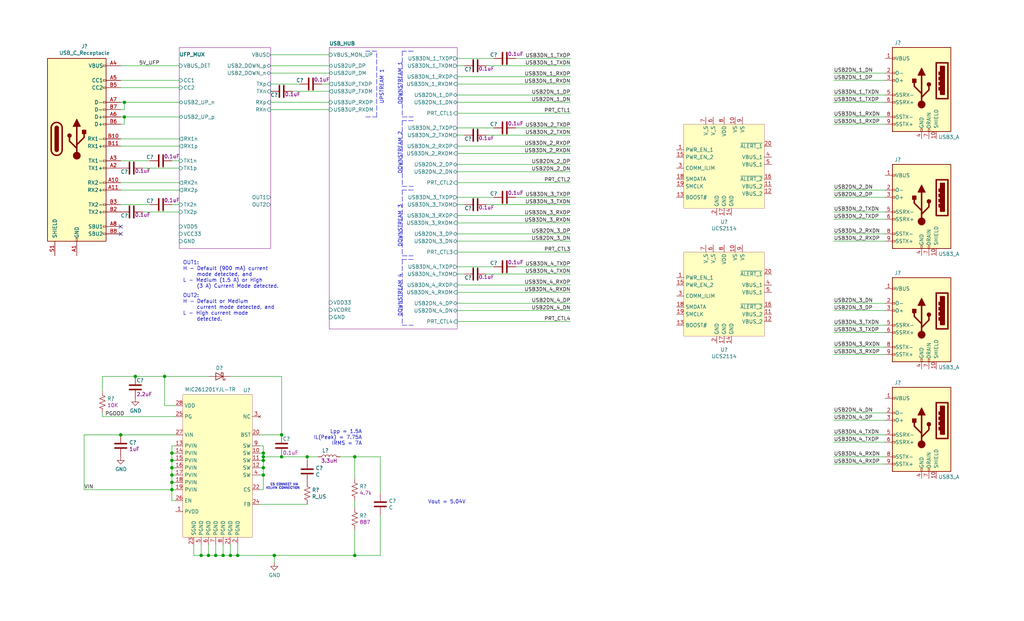
<source format=kicad_sch>
(kicad_sch (version 20210126) (generator eeschema)

  (paper "USLegal")

  (lib_symbols
    (symbol "Connector:USB3_A" (pin_names (offset 1.016)) (in_bom yes) (on_board yes)
      (property "Reference" "J" (id 0) (at -10.16 15.24 0)
        (effects (font (size 1.27 1.27)) (justify left))
      )
      (property "Value" "USB3_A" (id 1) (at 10.16 15.24 0)
        (effects (font (size 1.27 1.27)) (justify right))
      )
      (property "Footprint" "" (id 2) (at 3.81 2.54 0)
        (effects (font (size 1.27 1.27)) hide)
      )
      (property "Datasheet" "~" (id 3) (at 3.81 2.54 0)
        (effects (font (size 1.27 1.27)) hide)
      )
      (property "ki_keywords" "usb universal serial bus" (id 4) (at 0 0 0)
        (effects (font (size 1.27 1.27)) hide)
      )
      (property "ki_description" "USB 3.0 A connector" (id 5) (at 0 0 0)
        (effects (font (size 1.27 1.27)) hide)
      )
      (symbol "USB3_A_0_0"
        (rectangle (start -9.144 8.636) (end -5.08 -3.81)
          (stroke (width 0.508)) (fill (type none))
        )
        (rectangle (start -6.35 0) (end -6.096 -0.762)
          (stroke (width 0.508)) (fill (type none))
        )
        (rectangle (start -6.35 1.778) (end -6.096 1.016)
          (stroke (width 0.508)) (fill (type none))
        )
        (rectangle (start -6.35 3.556) (end -6.096 2.794)
          (stroke (width 0.508)) (fill (type none))
        )
        (rectangle (start -6.35 5.334) (end -6.096 4.572)
          (stroke (width 0.508)) (fill (type none))
        )
        (rectangle (start -2.794 -15.24) (end -2.286 -14.224)
          (stroke (width 0)) (fill (type none))
        )
        (rectangle (start -0.254 -15.24) (end 0.254 -14.224)
          (stroke (width 0)) (fill (type none))
        )
        (rectangle (start 10.16 -12.446) (end 9.144 -12.954)
          (stroke (width 0)) (fill (type none))
        )
        (rectangle (start 10.16 -9.906) (end 9.144 -10.414)
          (stroke (width 0)) (fill (type none))
        )
        (rectangle (start 10.16 -4.826) (end 9.144 -5.334)
          (stroke (width 0)) (fill (type none))
        )
        (rectangle (start 10.16 -2.286) (end 9.144 -2.794)
          (stroke (width 0)) (fill (type none))
        )
        (rectangle (start 10.16 2.794) (end 9.144 2.286)
          (stroke (width 0)) (fill (type none))
        )
        (rectangle (start 10.16 5.334) (end 9.144 4.826)
          (stroke (width 0)) (fill (type none))
        )
        (rectangle (start 10.16 10.414) (end 9.144 9.906)
          (stroke (width 0)) (fill (type none))
        )
        (rectangle (start -7.874 7.366) (end -6.604 -2.286)
          (stroke (width 0.508)) (fill (type outline))
        )
      )
      (symbol "USB3_A_0_1"
        (rectangle (start -10.16 13.97) (end 10.16 -15.24)
          (stroke (width 0.254)) (fill (type background))
        )
      )
      (symbol "USB3_A_1_1"
        (circle (center -2.54 1.143) (radius 0.635) (stroke (width 0.254)) (fill (type outline)))
        (circle (center 0 -5.842) (radius 1.27) (stroke (width 0)) (fill (type outline)))
        (rectangle (start 1.905 1.778) (end 3.175 3.048)
          (stroke (width 0.254)) (fill (type outline))
        )
        (polyline
          (pts
            (xy 0 -5.842)
            (xy 0 4.318)
          )
          (stroke (width 0.508)) (fill (type none))
        )
        (polyline
          (pts
            (xy 0 -3.302)
            (xy -2.54 -0.762)
            (xy -2.54 0.508)
          )
          (stroke (width 0.508)) (fill (type none))
        )
        (polyline
          (pts
            (xy 0 -2.032)
            (xy 2.54 0.508)
            (xy 2.54 1.778)
          )
          (stroke (width 0.508)) (fill (type none))
        )
        (polyline
          (pts
            (xy -1.27 4.318)
            (xy 0 6.858)
            (xy 1.27 4.318)
            (xy -1.27 4.318)
          )
          (stroke (width 0.254)) (fill (type outline))
        )
        (pin power_in line (at 12.7 10.16 180) (length 2.54)
          (name "VBUS" (effects (font (size 1.27 1.27))))
          (number "1" (effects (font (size 1.27 1.27))))
        )
        (pin passive line (at -5.08 -17.78 90) (length 2.54)
          (name "SHIELD" (effects (font (size 1.27 1.27))))
          (number "10" (effects (font (size 1.27 1.27))))
        )
        (pin bidirectional line (at 12.7 5.08 180) (length 2.54)
          (name "D-" (effects (font (size 1.27 1.27))))
          (number "2" (effects (font (size 1.27 1.27))))
        )
        (pin bidirectional line (at 12.7 2.54 180) (length 2.54)
          (name "D+" (effects (font (size 1.27 1.27))))
          (number "3" (effects (font (size 1.27 1.27))))
        )
        (pin power_in line (at 0 -17.78 90) (length 2.54)
          (name "GND" (effects (font (size 1.27 1.27))))
          (number "4" (effects (font (size 1.27 1.27))))
        )
        (pin bidirectional line (at 12.7 -2.54 180) (length 2.54)
          (name "SSRX-" (effects (font (size 1.27 1.27))))
          (number "5" (effects (font (size 1.27 1.27))))
        )
        (pin bidirectional line (at 12.7 -5.08 180) (length 2.54)
          (name "SSRX+" (effects (font (size 1.27 1.27))))
          (number "6" (effects (font (size 1.27 1.27))))
        )
        (pin power_in line (at -2.54 -17.78 90) (length 2.54)
          (name "DRAIN" (effects (font (size 1.27 1.27))))
          (number "7" (effects (font (size 1.27 1.27))))
        )
        (pin bidirectional line (at 12.7 -10.16 180) (length 2.54)
          (name "SSTX-" (effects (font (size 1.27 1.27))))
          (number "8" (effects (font (size 1.27 1.27))))
        )
        (pin bidirectional line (at 12.7 -12.7 180) (length 2.54)
          (name "SSTX+" (effects (font (size 1.27 1.27))))
          (number "9" (effects (font (size 1.27 1.27))))
        )
      )
    )
    (symbol "Connector:USB_C_Receptacle" (pin_names (offset 1.016)) (in_bom yes) (on_board yes)
      (property "Reference" "J" (id 0) (at -10.16 29.21 0)
        (effects (font (size 1.27 1.27)) (justify left))
      )
      (property "Value" "USB_C_Receptacle" (id 1) (at 10.16 29.21 0)
        (effects (font (size 1.27 1.27)) (justify right))
      )
      (property "Footprint" "" (id 2) (at 3.81 0 0)
        (effects (font (size 1.27 1.27)) hide)
      )
      (property "Datasheet" "https://www.usb.org/sites/default/files/documents/usb_type-c.zip" (id 3) (at 3.81 0 0)
        (effects (font (size 1.27 1.27)) hide)
      )
      (property "ki_keywords" "usb universal serial bus type-C full-featured" (id 4) (at 0 0 0)
        (effects (font (size 1.27 1.27)) hide)
      )
      (property "ki_description" "USB Full-Featured Type-C Receptacle connector" (id 5) (at 0 0 0)
        (effects (font (size 1.27 1.27)) hide)
      )
      (property "ki_fp_filters" "USB*C*Receptacle*" (id 6) (at 0 0 0)
        (effects (font (size 1.27 1.27)) hide)
      )
      (symbol "USB_C_Receptacle_0_0"
        (rectangle (start -0.254 -35.56) (end 0.254 -34.544)
          (stroke (width 0)) (fill (type none))
        )
        (rectangle (start 10.16 -32.766) (end 9.144 -33.274)
          (stroke (width 0)) (fill (type none))
        )
        (rectangle (start 10.16 -30.226) (end 9.144 -30.734)
          (stroke (width 0)) (fill (type none))
        )
        (rectangle (start 10.16 -25.146) (end 9.144 -25.654)
          (stroke (width 0)) (fill (type none))
        )
        (rectangle (start 10.16 -22.606) (end 9.144 -23.114)
          (stroke (width 0)) (fill (type none))
        )
        (rectangle (start 10.16 -17.526) (end 9.144 -18.034)
          (stroke (width 0)) (fill (type none))
        )
        (rectangle (start 10.16 -14.986) (end 9.144 -15.494)
          (stroke (width 0)) (fill (type none))
        )
        (rectangle (start 10.16 -9.906) (end 9.144 -10.414)
          (stroke (width 0)) (fill (type none))
        )
        (rectangle (start 10.16 -7.366) (end 9.144 -7.874)
          (stroke (width 0)) (fill (type none))
        )
        (rectangle (start 10.16 -2.286) (end 9.144 -2.794)
          (stroke (width 0)) (fill (type none))
        )
        (rectangle (start 10.16 0.254) (end 9.144 -0.254)
          (stroke (width 0)) (fill (type none))
        )
        (rectangle (start 10.16 5.334) (end 9.144 4.826)
          (stroke (width 0)) (fill (type none))
        )
        (rectangle (start 10.16 7.874) (end 9.144 7.366)
          (stroke (width 0)) (fill (type none))
        )
        (rectangle (start 10.16 10.414) (end 9.144 9.906)
          (stroke (width 0)) (fill (type none))
        )
        (rectangle (start 10.16 12.954) (end 9.144 12.446)
          (stroke (width 0)) (fill (type none))
        )
        (rectangle (start 10.16 18.034) (end 9.144 17.526)
          (stroke (width 0)) (fill (type none))
        )
        (rectangle (start 10.16 20.574) (end 9.144 20.066)
          (stroke (width 0)) (fill (type none))
        )
        (rectangle (start 10.16 25.654) (end 9.144 25.146)
          (stroke (width 0)) (fill (type none))
        )
      )
      (symbol "USB_C_Receptacle_0_1"
        (arc (start -8.89 -3.81) (end -5.08 -3.81) (radius (at -6.985 -3.81) (length 1.905) (angles -179.9 -0.1))
          (stroke (width 0.508)) (fill (type none))
        )
        (arc (start -7.62 -3.81) (end -6.35 -3.81) (radius (at -6.985 -3.81) (length 0.635) (angles -179.9 -0.1))
          (stroke (width 0.254)) (fill (type none))
        )
        (arc (start -6.35 3.81) (end -7.62 3.81) (radius (at -6.985 3.81) (length 0.635) (angles 0.1 179.9))
          (stroke (width 0.254)) (fill (type none))
        )
        (arc (start -5.08 3.81) (end -8.89 3.81) (radius (at -6.985 3.81) (length 1.905) (angles 0.1 179.9))
          (stroke (width 0.508)) (fill (type none))
        )
        (arc (start -7.62 -3.81) (end -6.35 -3.81) (radius (at -6.985 -3.81) (length 0.635) (angles -179.9 -0.1))
          (stroke (width 0.254)) (fill (type outline))
        )
        (arc (start -6.35 3.81) (end -7.62 3.81) (radius (at -6.985 3.81) (length 0.635) (angles 0.1 179.9))
          (stroke (width 0.254)) (fill (type outline))
        )
        (rectangle (start -7.62 -3.81) (end -6.35 3.81)
          (stroke (width 0.254)) (fill (type outline))
        )
        (rectangle (start -10.16 27.94) (end 10.16 -35.56)
          (stroke (width 0.254)) (fill (type background))
        )
        (polyline
          (pts
            (xy -8.89 -3.81)
            (xy -8.89 3.81)
          )
          (stroke (width 0.508)) (fill (type none))
        )
        (polyline
          (pts
            (xy -5.08 3.81)
            (xy -5.08 -3.81)
          )
          (stroke (width 0.508)) (fill (type none))
        )
      )
      (symbol "USB_C_Receptacle_1_1"
        (circle (center -2.54 1.143) (radius 0.635) (stroke (width 0.254)) (fill (type outline)))
        (circle (center 0 -5.842) (radius 1.27) (stroke (width 0)) (fill (type outline)))
        (rectangle (start 1.905 1.778) (end 3.175 3.048)
          (stroke (width 0.254)) (fill (type outline))
        )
        (polyline
          (pts
            (xy 0 -5.842)
            (xy 0 4.318)
          )
          (stroke (width 0.508)) (fill (type none))
        )
        (polyline
          (pts
            (xy 0 -3.302)
            (xy -2.54 -0.762)
            (xy -2.54 0.508)
          )
          (stroke (width 0.508)) (fill (type none))
        )
        (polyline
          (pts
            (xy 0 -2.032)
            (xy 2.54 0.508)
            (xy 2.54 1.778)
          )
          (stroke (width 0.508)) (fill (type none))
        )
        (polyline
          (pts
            (xy -1.27 4.318)
            (xy 0 6.858)
            (xy 1.27 4.318)
            (xy -1.27 4.318)
          )
          (stroke (width 0.254)) (fill (type outline))
        )
        (pin power_in line (at 0 -40.64 90) (length 5.08)
          (name "GND" (effects (font (size 1.27 1.27))))
          (number "A1" (effects (font (size 1.27 1.27))))
        )
        (pin bidirectional line (at 15.24 -15.24 180) (length 5.08)
          (name "RX2-" (effects (font (size 1.27 1.27))))
          (number "A10" (effects (font (size 1.27 1.27))))
        )
        (pin bidirectional line (at 15.24 -17.78 180) (length 5.08)
          (name "RX2+" (effects (font (size 1.27 1.27))))
          (number "A11" (effects (font (size 1.27 1.27))))
        )
        (pin passive line (at 0 -40.64 90) (length 5.08) hide
          (name "GND" (effects (font (size 1.27 1.27))))
          (number "A12" (effects (font (size 1.27 1.27))))
        )
        (pin bidirectional line (at 15.24 -10.16 180) (length 5.08)
          (name "TX1+" (effects (font (size 1.27 1.27))))
          (number "A2" (effects (font (size 1.27 1.27))))
        )
        (pin bidirectional line (at 15.24 -7.62 180) (length 5.08)
          (name "TX1-" (effects (font (size 1.27 1.27))))
          (number "A3" (effects (font (size 1.27 1.27))))
        )
        (pin power_in line (at 15.24 25.4 180) (length 5.08)
          (name "VBUS" (effects (font (size 1.27 1.27))))
          (number "A4" (effects (font (size 1.27 1.27))))
        )
        (pin bidirectional line (at 15.24 20.32 180) (length 5.08)
          (name "CC1" (effects (font (size 1.27 1.27))))
          (number "A5" (effects (font (size 1.27 1.27))))
        )
        (pin bidirectional line (at 15.24 7.62 180) (length 5.08)
          (name "D+" (effects (font (size 1.27 1.27))))
          (number "A6" (effects (font (size 1.27 1.27))))
        )
        (pin bidirectional line (at 15.24 12.7 180) (length 5.08)
          (name "D-" (effects (font (size 1.27 1.27))))
          (number "A7" (effects (font (size 1.27 1.27))))
        )
        (pin bidirectional line (at 15.24 -30.48 180) (length 5.08)
          (name "SBU1" (effects (font (size 1.27 1.27))))
          (number "A8" (effects (font (size 1.27 1.27))))
        )
        (pin passive line (at 15.24 25.4 180) (length 5.08) hide
          (name "VBUS" (effects (font (size 1.27 1.27))))
          (number "A9" (effects (font (size 1.27 1.27))))
        )
        (pin passive line (at 0 -40.64 90) (length 5.08) hide
          (name "GND" (effects (font (size 1.27 1.27))))
          (number "B1" (effects (font (size 1.27 1.27))))
        )
        (pin bidirectional line (at 15.24 0 180) (length 5.08)
          (name "RX1-" (effects (font (size 1.27 1.27))))
          (number "B10" (effects (font (size 1.27 1.27))))
        )
        (pin bidirectional line (at 15.24 -2.54 180) (length 5.08)
          (name "RX1+" (effects (font (size 1.27 1.27))))
          (number "B11" (effects (font (size 1.27 1.27))))
        )
        (pin passive line (at 0 -40.64 90) (length 5.08) hide
          (name "GND" (effects (font (size 1.27 1.27))))
          (number "B12" (effects (font (size 1.27 1.27))))
        )
        (pin bidirectional line (at 15.24 -25.4 180) (length 5.08)
          (name "TX2+" (effects (font (size 1.27 1.27))))
          (number "B2" (effects (font (size 1.27 1.27))))
        )
        (pin bidirectional line (at 15.24 -22.86 180) (length 5.08)
          (name "TX2-" (effects (font (size 1.27 1.27))))
          (number "B3" (effects (font (size 1.27 1.27))))
        )
        (pin passive line (at 15.24 25.4 180) (length 5.08) hide
          (name "VBUS" (effects (font (size 1.27 1.27))))
          (number "B4" (effects (font (size 1.27 1.27))))
        )
        (pin bidirectional line (at 15.24 17.78 180) (length 5.08)
          (name "CC2" (effects (font (size 1.27 1.27))))
          (number "B5" (effects (font (size 1.27 1.27))))
        )
        (pin bidirectional line (at 15.24 5.08 180) (length 5.08)
          (name "D+" (effects (font (size 1.27 1.27))))
          (number "B6" (effects (font (size 1.27 1.27))))
        )
        (pin bidirectional line (at 15.24 10.16 180) (length 5.08)
          (name "D-" (effects (font (size 1.27 1.27))))
          (number "B7" (effects (font (size 1.27 1.27))))
        )
        (pin bidirectional line (at 15.24 -33.02 180) (length 5.08)
          (name "SBU2" (effects (font (size 1.27 1.27))))
          (number "B8" (effects (font (size 1.27 1.27))))
        )
        (pin passive line (at 15.24 25.4 180) (length 5.08) hide
          (name "VBUS" (effects (font (size 1.27 1.27))))
          (number "B9" (effects (font (size 1.27 1.27))))
        )
        (pin passive line (at -7.62 -40.64 90) (length 5.08)
          (name "SHIELD" (effects (font (size 1.27 1.27))))
          (number "S1" (effects (font (size 1.27 1.27))))
        )
      )
    )
    (symbol "Device:C" (pin_numbers hide) (pin_names (offset 0.254)) (in_bom yes) (on_board yes)
      (property "Reference" "C" (id 0) (at 0.635 2.54 0)
        (effects (font (size 1.27 1.27)) (justify left))
      )
      (property "Value" "C" (id 1) (at 0.635 -2.54 0)
        (effects (font (size 1.27 1.27)) (justify left))
      )
      (property "Footprint" "" (id 2) (at 0.9652 -3.81 0)
        (effects (font (size 1.27 1.27)) hide)
      )
      (property "Datasheet" "~" (id 3) (at 0 0 0)
        (effects (font (size 1.27 1.27)) hide)
      )
      (property "ki_keywords" "cap capacitor" (id 4) (at 0 0 0)
        (effects (font (size 1.27 1.27)) hide)
      )
      (property "ki_description" "Unpolarized capacitor" (id 5) (at 0 0 0)
        (effects (font (size 1.27 1.27)) hide)
      )
      (property "ki_fp_filters" "C_*" (id 6) (at 0 0 0)
        (effects (font (size 1.27 1.27)) hide)
      )
      (symbol "C_0_1"
        (polyline
          (pts
            (xy -2.032 -0.762)
            (xy 2.032 -0.762)
          )
          (stroke (width 0.508)) (fill (type none))
        )
        (polyline
          (pts
            (xy -2.032 0.762)
            (xy 2.032 0.762)
          )
          (stroke (width 0.508)) (fill (type none))
        )
      )
      (symbol "C_1_1"
        (pin passive line (at 0 3.81 270) (length 2.794)
          (name "~" (effects (font (size 1.27 1.27))))
          (number "1" (effects (font (size 1.27 1.27))))
        )
        (pin passive line (at 0 -3.81 90) (length 2.794)
          (name "~" (effects (font (size 1.27 1.27))))
          (number "2" (effects (font (size 1.27 1.27))))
        )
      )
    )
    (symbol "Device:R_US" (pin_numbers hide) (pin_names (offset 0)) (in_bom yes) (on_board yes)
      (property "Reference" "R" (id 0) (at 2.54 0 90)
        (effects (font (size 1.27 1.27)))
      )
      (property "Value" "R_US" (id 1) (at -2.54 0 90)
        (effects (font (size 1.27 1.27)))
      )
      (property "Footprint" "" (id 2) (at 1.016 -0.254 90)
        (effects (font (size 1.27 1.27)) hide)
      )
      (property "Datasheet" "~" (id 3) (at 0 0 0)
        (effects (font (size 1.27 1.27)) hide)
      )
      (property "ki_keywords" "R res resistor" (id 4) (at 0 0 0)
        (effects (font (size 1.27 1.27)) hide)
      )
      (property "ki_description" "Resistor, US symbol" (id 5) (at 0 0 0)
        (effects (font (size 1.27 1.27)) hide)
      )
      (property "ki_fp_filters" "R_*" (id 6) (at 0 0 0)
        (effects (font (size 1.27 1.27)) hide)
      )
      (symbol "R_US_0_1"
        (polyline
          (pts
            (xy 0 -2.286)
            (xy 0 -2.54)
          )
          (stroke (width 0)) (fill (type none))
        )
        (polyline
          (pts
            (xy 0 2.286)
            (xy 0 2.54)
          )
          (stroke (width 0)) (fill (type none))
        )
        (polyline
          (pts
            (xy 0 -0.762)
            (xy 1.016 -1.143)
            (xy 0 -1.524)
            (xy -1.016 -1.905)
            (xy 0 -2.286)
          )
          (stroke (width 0)) (fill (type none))
        )
        (polyline
          (pts
            (xy 0 0.762)
            (xy 1.016 0.381)
            (xy 0 0)
            (xy -1.016 -0.381)
            (xy 0 -0.762)
          )
          (stroke (width 0)) (fill (type none))
        )
        (polyline
          (pts
            (xy 0 2.286)
            (xy 1.016 1.905)
            (xy 0 1.524)
            (xy -1.016 1.143)
            (xy 0 0.762)
          )
          (stroke (width 0)) (fill (type none))
        )
      )
      (symbol "R_US_1_1"
        (pin passive line (at 0 3.81 270) (length 1.27)
          (name "~" (effects (font (size 1.27 1.27))))
          (number "1" (effects (font (size 1.27 1.27))))
        )
        (pin passive line (at 0 -3.81 90) (length 1.27)
          (name "~" (effects (font (size 1.27 1.27))))
          (number "2" (effects (font (size 1.27 1.27))))
        )
      )
    )
    (symbol "mte_usb_hub:CC0402KRX5R7BB104" (pin_numbers hide) (pin_names (offset 0.254)) (in_bom yes) (on_board yes)
      (property "Reference" "C" (id 0) (at 0.635 2.54 0)
        (effects (font (size 1.27 1.27)) (justify left))
      )
      (property "Value" "CC0402KRX5R7BB104" (id 1) (at 0.635 -2.54 0)
        (effects (font (size 1.27 1.27)) (justify left) hide)
      )
      (property "Footprint" "footprints:CAPACITOR_0402N" (id 2) (at 0.9652 -3.81 0)
        (effects (font (size 1.27 1.27)) hide)
      )
      (property "Datasheet" "${MTE_LIB_DIR}/datasheets/UPY-GP_NP0_16V-to-50V_18.pdf" (id 3) (at 0 0 0)
        (effects (font (size 1.27 1.27)) hide)
      )
      (property "id" "0.1uF" (id 4) (at -3.81 2.54 0)
        (effects (font (size 1.27 1.27)))
      )
      (property "ki_keywords" "0.1uF ±10% 16V Ceramic Capacitor X5R 0402 (1005 Metric)" (id 5) (at 0 0 0)
        (effects (font (size 1.27 1.27)) hide)
      )
      (property "ki_description" "0.1uF ±10% 16V Ceramic Capacitor X5R 0402 (1005 Metric)" (id 6) (at 0 0 0)
        (effects (font (size 1.27 1.27)) hide)
      )
      (symbol "CC0402KRX5R7BB104_0_1"
        (polyline
          (pts
            (xy -2.032 -0.762)
            (xy 2.032 -0.762)
          )
          (stroke (width 0.508)) (fill (type none))
        )
        (polyline
          (pts
            (xy -2.032 0.762)
            (xy 2.032 0.762)
          )
          (stroke (width 0.508)) (fill (type none))
        )
      )
      (symbol "CC0402KRX5R7BB104_1_1"
        (pin passive line (at 0 3.81 270) (length 2.794)
          (name "~" (effects (font (size 1.27 1.27))))
          (number "1" (effects (font (size 1.27 1.27))))
        )
        (pin passive line (at 0 -3.81 90) (length 2.794)
          (name "~" (effects (font (size 1.27 1.27))))
          (number "2" (effects (font (size 1.27 1.27))))
        )
      )
    )
    (symbol "mte_usb_hub:CC0603KRX5R9BB105" (pin_numbers hide) (pin_names (offset 0.254)) (in_bom yes) (on_board yes)
      (property "Reference" "C" (id 0) (at 0.635 2.54 0)
        (effects (font (size 1.27 1.27)) (justify left))
      )
      (property "Value" "CC0603KRX5R9BB105" (id 1) (at 0.635 -2.54 0)
        (effects (font (size 1.27 1.27)) (justify left) hide)
      )
      (property "Footprint" "footprints:CAPACITOR_0603N" (id 2) (at 0.9652 -3.81 0)
        (effects (font (size 1.27 1.27)) hide)
      )
      (property "Datasheet" "${MTE_LIB_DIR}/datasheets/UPY-GPHC_X5R_4V-to-50V_26.pdf" (id 3) (at 0 0 0)
        (effects (font (size 1.27 1.27)) hide)
      )
      (property "id" "1uF" (id 4) (at -3.81 2.54 0)
        (effects (font (size 1.27 1.27)))
      )
      (property "ki_keywords" "1uF ±10% 50V Ceramic Capacitor X5R 0603 (1608 Metric)" (id 5) (at 0 0 0)
        (effects (font (size 1.27 1.27)) hide)
      )
      (property "ki_description" "1uF ±10% 50V Ceramic Capacitor X5R 0603 (1608 Metric)" (id 6) (at 0 0 0)
        (effects (font (size 1.27 1.27)) hide)
      )
      (property "ki_fp_filters" "C_*" (id 7) (at 0 0 0)
        (effects (font (size 1.27 1.27)) hide)
      )
      (symbol "CC0603KRX5R9BB105_0_1"
        (polyline
          (pts
            (xy -2.032 -0.762)
            (xy 2.032 -0.762)
          )
          (stroke (width 0.508)) (fill (type none))
        )
        (polyline
          (pts
            (xy -2.032 0.762)
            (xy 2.032 0.762)
          )
          (stroke (width 0.508)) (fill (type none))
        )
      )
      (symbol "CC0603KRX5R9BB105_1_1"
        (pin passive line (at 0 3.81 270) (length 2.794)
          (name "~" (effects (font (size 1.27 1.27))))
          (number "1" (effects (font (size 1.27 1.27))))
        )
        (pin passive line (at 0 -3.81 90) (length 2.794)
          (name "~" (effects (font (size 1.27 1.27))))
          (number "2" (effects (font (size 1.27 1.27))))
        )
      )
    )
    (symbol "mte_usb_hub:MIC261201YJL-TR" (in_bom yes) (on_board yes)
      (property "Reference" "U" (id 0) (at 0 0 0)
        (effects (font (size 1.27 1.27)))
      )
      (property "Value" "MIC261201YJL-TR" (id 1) (at 0 0 0)
        (effects (font (size 1.27 1.27)))
      )
      (property "Footprint" "" (id 2) (at -1.27 35.56 0)
        (effects (font (size 1.27 1.27)) hide)
      )
      (property "Datasheet" "" (id 3) (at -1.27 35.56 0)
        (effects (font (size 1.27 1.27)) hide)
      )
      (symbol "MIC261201YJL-TR_0_1"
        (rectangle (start -11.43 24.13) (end 12.7 -25.4)
          (stroke (width 0.001)) (fill (type background))
        )
      )
      (symbol "MIC261201YJL-TR_1_1"
        (pin power_out line (at -13.97 -16.51 0) (length 2.54)
          (name "PVDD" (effects (font (size 1.27 1.27))))
          (number "1" (effects (font (size 1.27 1.27))))
        )
        (pin power_in line (at 7.62 -27.94 90) (length 2.54)
          (name "PGND" (effects (font (size 1.27 1.27))))
          (number "2" (effects (font (size 1.27 1.27))))
        )
        (pin no_connect line (at 15.24 16.51 180) (length 2.54)
          (name "NC" (effects (font (size 1.27 1.27))))
          (number "3" (effects (font (size 1.27 1.27))))
        )
        (pin passive line (at 15.24 -3.81 180) (length 2.54)
          (name "SW" (effects (font (size 1.27 1.27))))
          (number "4" (effects (font (size 1.27 1.27))))
        )
        (pin power_in line (at -5.08 -27.94 90) (length 2.54)
          (name "PGND" (effects (font (size 1.27 1.27))))
          (number "5" (effects (font (size 1.27 1.27))))
        )
        (pin power_in line (at -2.54 -27.94 90) (length 2.54)
          (name "PGND" (effects (font (size 1.27 1.27))))
          (number "6" (effects (font (size 1.27 1.27))))
        )
        (pin power_in line (at 0 -27.94 90) (length 2.54)
          (name "PGND" (effects (font (size 1.27 1.27))))
          (number "7" (effects (font (size 1.27 1.27))))
        )
        (pin power_in line (at 2.54 -27.94 90) (length 2.54)
          (name "PGND" (effects (font (size 1.27 1.27))))
          (number "8" (effects (font (size 1.27 1.27))))
        )
        (pin power_out line (at 15.24 6.35 180) (length 2.54)
          (name "SW" (effects (font (size 1.27 1.27))))
          (number "9" (effects (font (size 1.27 1.27))))
        )
        (pin passive line (at 15.24 3.81 180) (length 2.54)
          (name "SW" (effects (font (size 1.27 1.27))))
          (number "10" (effects (font (size 1.27 1.27))))
        )
        (pin passive line (at 15.24 1.27 180) (length 2.54)
          (name "SW" (effects (font (size 1.27 1.27))))
          (number "11" (effects (font (size 1.27 1.27))))
        )
        (pin passive line (at 15.24 -1.27 180) (length 2.54)
          (name "SW" (effects (font (size 1.27 1.27))))
          (number "12" (effects (font (size 1.27 1.27))))
        )
        (pin power_in line (at -13.97 6.35 0) (length 2.54)
          (name "PVIN" (effects (font (size 1.27 1.27))))
          (number "13" (effects (font (size 1.27 1.27))))
        )
        (pin power_in line (at -13.97 3.81 0) (length 2.54)
          (name "PVIN" (effects (font (size 1.27 1.27))))
          (number "14" (effects (font (size 1.27 1.27))))
        )
        (pin power_in line (at -13.97 1.27 0) (length 2.54)
          (name "PVIN" (effects (font (size 1.27 1.27))))
          (number "15" (effects (font (size 1.27 1.27))))
        )
        (pin power_in line (at -13.97 -1.27 0) (length 2.54)
          (name "PVIN" (effects (font (size 1.27 1.27))))
          (number "16" (effects (font (size 1.27 1.27))))
        )
        (pin power_in line (at -13.97 -3.81 0) (length 2.54)
          (name "PVIN" (effects (font (size 1.27 1.27))))
          (number "17" (effects (font (size 1.27 1.27))))
        )
        (pin power_in line (at -13.97 -6.35 0) (length 2.54)
          (name "PVIN" (effects (font (size 1.27 1.27))))
          (number "18" (effects (font (size 1.27 1.27))))
        )
        (pin power_in line (at -13.97 -8.89 0) (length 2.54)
          (name "PVIN" (effects (font (size 1.27 1.27))))
          (number "19" (effects (font (size 1.27 1.27))))
        )
        (pin output line (at 15.24 10.16 180) (length 2.54)
          (name "BST" (effects (font (size 1.27 1.27))))
          (number "20" (effects (font (size 1.27 1.27))))
        )
        (pin power_in line (at 5.08 -27.94 90) (length 2.54)
          (name "PGND" (effects (font (size 1.27 1.27))))
          (number "21" (effects (font (size 1.27 1.27))))
        )
        (pin input line (at 15.24 -8.89 180) (length 2.54)
          (name "CS" (effects (font (size 1.27 1.27))))
          (number "22" (effects (font (size 1.27 1.27))))
        )
        (pin power_in line (at -7.62 -27.94 90) (length 2.54)
          (name "SGND" (effects (font (size 1.27 1.27))))
          (number "23" (effects (font (size 1.27 1.27))))
        )
        (pin input line (at 15.24 -13.97 180) (length 2.54)
          (name "FB" (effects (font (size 1.27 1.27))))
          (number "24" (effects (font (size 1.27 1.27))))
        )
        (pin output line (at -13.97 16.51 0) (length 2.54)
          (name "PG" (effects (font (size 1.27 1.27))))
          (number "25" (effects (font (size 1.27 1.27))))
        )
        (pin input line (at -13.97 -12.7 0) (length 2.54)
          (name "EN" (effects (font (size 1.27 1.27))))
          (number "26" (effects (font (size 1.27 1.27))))
        )
        (pin power_in line (at -13.97 10.16 0) (length 2.54)
          (name "VIN" (effects (font (size 1.27 1.27))))
          (number "27" (effects (font (size 1.27 1.27))))
        )
        (pin power_out line (at -13.97 20.32 0) (length 2.54)
          (name "VDD" (effects (font (size 1.27 1.27))))
          (number "28" (effects (font (size 1.27 1.27))))
        )
      )
    )
    (symbol "mte_usb_hub:PA5007.332NLT" (pin_numbers hide) (pin_names (offset 1.016) hide) (in_bom yes) (on_board yes)
      (property "Reference" "L" (id 0) (at -1.27 -1.27 90)
        (effects (font (size 1.27 1.27)))
      )
      (property "Value" "PA5007.332NLT" (id 1) (at 1.905 0 90)
        (effects (font (size 1.27 1.27)) hide)
      )
      (property "Footprint" "" (id 2) (at 0 0 0)
        (effects (font (size 1.27 1.27)) hide)
      )
      (property "Datasheet" "" (id 3) (at 0 0 0)
        (effects (font (size 1.27 1.27)) hide)
      )
      (property "id" "3.3uH" (id 4) (at 2.54 0 90)
        (effects (font (size 1.27 1.27)))
      )
      (property "manf" "Pulse Electronics Power" (id 5) (at 0 0 0)
        (effects (font (size 1.27 1.27)) hide)
      )
      (property "ki_keywords" "FIXED IND 3.3uH 10A 18MOHM SMD" (id 6) (at 0 0 0)
        (effects (font (size 1.27 1.27)) hide)
      )
      (property "ki_description" "FIXED IND 3.3uH 10A 18MOHM SMD" (id 7) (at 0 0 0)
        (effects (font (size 1.27 1.27)) hide)
      )
      (symbol "PA5007.332NLT_0_1"
        (arc (start 0 -2.54) (end 0 -1.27) (radius (at 0 -1.905) (length 0.635) (angles -89.9 89.9))
          (stroke (width 0)) (fill (type none))
        )
        (arc (start 0 -1.27) (end 0 0) (radius (at 0 -0.635) (length 0.635) (angles -89.9 89.9))
          (stroke (width 0)) (fill (type none))
        )
        (arc (start 0 0) (end 0 1.27) (radius (at 0 0.635) (length 0.635) (angles -89.9 89.9))
          (stroke (width 0)) (fill (type none))
        )
        (arc (start 0 1.27) (end 0 2.54) (radius (at 0 1.905) (length 0.635) (angles -89.9 89.9))
          (stroke (width 0)) (fill (type none))
        )
      )
      (symbol "PA5007.332NLT_1_1"
        (pin passive line (at 0 3.81 270) (length 1.27)
          (name "1" (effects (font (size 1.27 1.27))))
          (number "1" (effects (font (size 1.27 1.27))))
        )
        (pin passive line (at 0 -3.81 90) (length 1.27)
          (name "2" (effects (font (size 1.27 1.27))))
          (number "2" (effects (font (size 1.27 1.27))))
        )
      )
    )
    (symbol "mte_usb_hub:RC0402FR-07887RL" (pin_numbers hide) (pin_names (offset 0)) (in_bom yes) (on_board yes)
      (property "Reference" "R" (id 0) (at 2.54 0 90)
        (effects (font (size 1.27 1.27)))
      )
      (property "Value" "RC0402FR-07887RL" (id 1) (at -2.54 0 90)
        (effects (font (size 1.27 1.27)) hide)
      )
      (property "Footprint" "footprints:RESISTOR_0402N" (id 2) (at 1.016 -0.254 90)
        (effects (font (size 1.27 1.27)) hide)
      )
      (property "Datasheet" "${MTE_LIB_DIR}/datasheets/PYu-RC_Group_51_RoHS_L_11.pdf" (id 3) (at 0 0 0)
        (effects (font (size 1.27 1.27)) hide)
      )
      (property "id" "887" (id 4) (at -2.54 0 90)
        (effects (font (size 1.27 1.27)))
      )
      (property "manf" "Yageo" (id 5) (at 0 0 0)
        (effects (font (size 1.27 1.27)) hide)
      )
      (property "ki_keywords" "887 ±1% 0.063W, 1/16W Chip Resistor 0402 (1005 Metric) Moisture Resistant Thick Film" (id 6) (at 0 0 0)
        (effects (font (size 1.27 1.27)) hide)
      )
      (property "ki_description" "887 ±1% 0.063W, 1/16W Chip Resistor 0402 (1005 Metric) Moisture Resistant Thick Film" (id 7) (at 0 0 0)
        (effects (font (size 1.27 1.27)) hide)
      )
      (symbol "RC0402FR-07887RL_0_1"
        (polyline
          (pts
            (xy 0 -2.286)
            (xy 0 -2.54)
          )
          (stroke (width 0)) (fill (type none))
        )
        (polyline
          (pts
            (xy 0 2.286)
            (xy 0 2.54)
          )
          (stroke (width 0)) (fill (type none))
        )
        (polyline
          (pts
            (xy 0 -0.762)
            (xy 1.016 -1.143)
            (xy 0 -1.524)
            (xy -1.016 -1.905)
            (xy 0 -2.286)
          )
          (stroke (width 0)) (fill (type none))
        )
        (polyline
          (pts
            (xy 0 0.762)
            (xy 1.016 0.381)
            (xy 0 0)
            (xy -1.016 -0.381)
            (xy 0 -0.762)
          )
          (stroke (width 0)) (fill (type none))
        )
        (polyline
          (pts
            (xy 0 2.286)
            (xy 1.016 1.905)
            (xy 0 1.524)
            (xy -1.016 1.143)
            (xy 0 0.762)
          )
          (stroke (width 0)) (fill (type none))
        )
      )
      (symbol "RC0402FR-07887RL_1_1"
        (pin passive line (at 0 3.81 270) (length 1.27)
          (name "~" (effects (font (size 1.27 1.27))))
          (number "1" (effects (font (size 1.27 1.27))))
        )
        (pin passive line (at 0 -3.81 90) (length 1.27)
          (name "~" (effects (font (size 1.27 1.27))))
          (number "2" (effects (font (size 1.27 1.27))))
        )
      )
    )
    (symbol "mte_usb_hub:RC0402JR-0710KL" (pin_numbers hide) (pin_names (offset 0)) (in_bom yes) (on_board yes)
      (property "Reference" "R" (id 0) (at 2.54 0 90)
        (effects (font (size 1.27 1.27)))
      )
      (property "Value" "RC0402JR-0710KL" (id 1) (at -2.54 0 90)
        (effects (font (size 1.27 1.27)) hide)
      )
      (property "Footprint" "footprints:RESISTOR_0402N" (id 2) (at 1.016 -0.254 90)
        (effects (font (size 1.27 1.27)) hide)
      )
      (property "Datasheet" "${MTE_LIB_DIR}/datasheets/PYu-RC_Group_51_RoHS_L_11.pdf" (id 3) (at 0 0 0)
        (effects (font (size 1.27 1.27)) hide)
      )
      (property "id" "10K" (id 4) (at -2.54 0 90)
        (effects (font (size 1.27 1.27)))
      )
      (property "manf" "Yageo" (id 5) (at 0 0 0)
        (effects (font (size 1.27 1.27)) hide)
      )
      (property "ki_keywords" "10kOhms ±5% 0.063W, 1/16W Chip Resistor 0402 (1005 Metric) Moisture Resistant Thick Film" (id 6) (at 0 0 0)
        (effects (font (size 1.27 1.27)) hide)
      )
      (property "ki_description" "10kOhms ±5% 0.063W, 1/16W Chip Resistor 0402 (1005 Metric) Moisture Resistant Thick Film" (id 7) (at 0 0 0)
        (effects (font (size 1.27 1.27)) hide)
      )
      (property "ki_fp_filters" "R_*" (id 8) (at 0 0 0)
        (effects (font (size 1.27 1.27)) hide)
      )
      (symbol "RC0402JR-0710KL_0_1"
        (polyline
          (pts
            (xy 0 -2.286)
            (xy 0 -2.54)
          )
          (stroke (width 0)) (fill (type none))
        )
        (polyline
          (pts
            (xy 0 2.286)
            (xy 0 2.54)
          )
          (stroke (width 0)) (fill (type none))
        )
        (polyline
          (pts
            (xy 0 -0.762)
            (xy 1.016 -1.143)
            (xy 0 -1.524)
            (xy -1.016 -1.905)
            (xy 0 -2.286)
          )
          (stroke (width 0)) (fill (type none))
        )
        (polyline
          (pts
            (xy 0 0.762)
            (xy 1.016 0.381)
            (xy 0 0)
            (xy -1.016 -0.381)
            (xy 0 -0.762)
          )
          (stroke (width 0)) (fill (type none))
        )
        (polyline
          (pts
            (xy 0 2.286)
            (xy 1.016 1.905)
            (xy 0 1.524)
            (xy -1.016 1.143)
            (xy 0 0.762)
          )
          (stroke (width 0)) (fill (type none))
        )
      )
      (symbol "RC0402JR-0710KL_1_1"
        (pin passive line (at 0 3.81 270) (length 1.27)
          (name "~" (effects (font (size 1.27 1.27))))
          (number "1" (effects (font (size 1.27 1.27))))
        )
        (pin passive line (at 0 -3.81 90) (length 1.27)
          (name "~" (effects (font (size 1.27 1.27))))
          (number "2" (effects (font (size 1.27 1.27))))
        )
      )
    )
    (symbol "mte_usb_hub:RC0402JR-074K7L" (pin_numbers hide) (pin_names (offset 0)) (in_bom yes) (on_board yes)
      (property "Reference" "R" (id 0) (at 2.54 0 90)
        (effects (font (size 1.27 1.27)))
      )
      (property "Value" "RC0402JR-074K7L" (id 1) (at -2.54 0 90)
        (effects (font (size 1.27 1.27)) hide)
      )
      (property "Footprint" "footprints:RESISTOR_0402N" (id 2) (at 1.016 -0.254 90)
        (effects (font (size 1.27 1.27)) hide)
      )
      (property "Datasheet" "${MTE_LIB_DIR}/datasheets/PYu-RC_Group_51_RoHS_L_11.pdf" (id 3) (at 0 0 0)
        (effects (font (size 1.27 1.27)) hide)
      )
      (property "id" "4.7k" (id 4) (at -2.54 0 90)
        (effects (font (size 1.27 1.27)))
      )
      (property "manf" "Yageo" (id 5) (at 0 0 0)
        (effects (font (size 1.27 1.27)) hide)
      )
      (property "ki_keywords" "4.7kOhms ±5% 0.063W, 1/16W Chip Resistor 0402 (1005 Metric) Moisture Resistant Thick Film" (id 6) (at 0 0 0)
        (effects (font (size 1.27 1.27)) hide)
      )
      (property "ki_description" "4.7kOhms ±5% 0.063W, 1/16W Chip Resistor 0402 (1005 Metric) Moisture Resistant Thick Film" (id 7) (at 0 0 0)
        (effects (font (size 1.27 1.27)) hide)
      )
      (symbol "RC0402JR-074K7L_0_1"
        (polyline
          (pts
            (xy 0 -2.286)
            (xy 0 -2.54)
          )
          (stroke (width 0)) (fill (type none))
        )
        (polyline
          (pts
            (xy 0 2.286)
            (xy 0 2.54)
          )
          (stroke (width 0)) (fill (type none))
        )
        (polyline
          (pts
            (xy 0 -0.762)
            (xy 1.016 -1.143)
            (xy 0 -1.524)
            (xy -1.016 -1.905)
            (xy 0 -2.286)
          )
          (stroke (width 0)) (fill (type none))
        )
        (polyline
          (pts
            (xy 0 0.762)
            (xy 1.016 0.381)
            (xy 0 0)
            (xy -1.016 -0.381)
            (xy 0 -0.762)
          )
          (stroke (width 0)) (fill (type none))
        )
        (polyline
          (pts
            (xy 0 2.286)
            (xy 1.016 1.905)
            (xy 0 1.524)
            (xy -1.016 1.143)
            (xy 0 0.762)
          )
          (stroke (width 0)) (fill (type none))
        )
      )
      (symbol "RC0402JR-074K7L_1_1"
        (pin passive line (at 0 3.81 270) (length 1.27)
          (name "~" (effects (font (size 1.27 1.27))))
          (number "1" (effects (font (size 1.27 1.27))))
        )
        (pin passive line (at 0 -3.81 90) (length 1.27)
          (name "~" (effects (font (size 1.27 1.27))))
          (number "2" (effects (font (size 1.27 1.27))))
        )
      )
    )
    (symbol "mte_usb_hub:SS14FL" (pin_numbers hide) (pin_names (offset 1.016) hide) (in_bom yes) (on_board yes)
      (property "Reference" "D" (id 0) (at 0 2.54 0)
        (effects (font (size 1.27 1.27)))
      )
      (property "Value" "SS14FL" (id 1) (at 0 -2.54 0)
        (effects (font (size 1.27 1.27)) hide)
      )
      (property "Footprint" "footprints:DIODE_SMAN" (id 2) (at 0 0 0)
        (effects (font (size 1.27 1.27)) hide)
      )
      (property "Datasheet" "${MTE_LIB_DIR}/datasheets/SS12FL~SS110FL(DO-221AC).pdf" (id 3) (at 0 0 0)
        (effects (font (size 1.27 1.27)) hide)
      )
      (property "id" "SCHOTTKY_DIODE" (id 4) (at -1.27 -2.54 0)
        (effects (font (size 1.27 1.27)))
      )
      (property "manf" "ON Semiconductor" (id 5) (at 0 0 0)
        (effects (font (size 1.27 1.27)) hide)
      )
      (property "ki_keywords" "Diode Schottky 40V 1A Surface Mount SOD-123F" (id 6) (at 0 0 0)
        (effects (font (size 1.27 1.27)) hide)
      )
      (property "ki_description" "Diode Schottky 40V 1A Surface Mount SOD-123F" (id 7) (at 0 0 0)
        (effects (font (size 1.27 1.27)) hide)
      )
      (property "ki_fp_filters" "TO-???* *_Diode_* *SingleDiode* D_*" (id 8) (at 0 0 0)
        (effects (font (size 1.27 1.27)) hide)
      )
      (symbol "SS14FL_0_1"
        (polyline
          (pts
            (xy 1.27 0)
            (xy -1.27 0)
          )
          (stroke (width 0)) (fill (type none))
        )
        (polyline
          (pts
            (xy 1.27 1.27)
            (xy 1.27 -1.27)
            (xy -1.27 0)
            (xy 1.27 1.27)
          )
          (stroke (width 0.2032)) (fill (type none))
        )
        (polyline
          (pts
            (xy -1.905 0.635)
            (xy -1.905 1.27)
            (xy -1.27 1.27)
            (xy -1.27 -1.27)
            (xy -0.635 -1.27)
            (xy -0.635 -0.635)
          )
          (stroke (width 0.2032)) (fill (type none))
        )
      )
      (symbol "SS14FL_1_1"
        (pin passive line (at 3.81 0 180) (length 2.54)
          (name "A" (effects (font (size 1.27 1.27))))
          (number "A" (effects (font (size 1.27 1.27))))
        )
        (pin passive line (at -3.81 0 0) (length 2.54)
          (name "C" (effects (font (size 1.27 1.27))))
          (number "C" (effects (font (size 1.27 1.27))))
        )
      )
    )
    (symbol "mte_usb_hub:TMK105CBJ225MV-F" (pin_numbers hide) (pin_names (offset 0.254)) (in_bom yes) (on_board yes)
      (property "Reference" "C" (id 0) (at 0.635 2.54 0)
        (effects (font (size 1.27 1.27)) (justify left))
      )
      (property "Value" "TMK105CBJ225MV-F" (id 1) (at 0.635 -2.54 0)
        (effects (font (size 1.27 1.27)) (justify left) hide)
      )
      (property "Footprint" "footprints:CAPACITOR_0402N" (id 2) (at 0.9652 -3.81 0)
        (effects (font (size 1.27 1.27)) hide)
      )
      (property "Datasheet" "${MTE_LIB_DIR}/datasheets/TMK105CBJ225MV-F _RS.pdf" (id 3) (at 0 0 0)
        (effects (font (size 1.27 1.27)) hide)
      )
      (property "id" "2.2uF" (id 4) (at -3.81 2.54 0)
        (effects (font (size 1.27 1.27)))
      )
      (property "ki_keywords" "2.2uF ±20% 25V Ceramic Capacitor X5R 0402 (1005 Metric)" (id 5) (at 0 0 0)
        (effects (font (size 1.27 1.27)) hide)
      )
      (property "ki_description" "2.2uF ±20% 25V Ceramic Capacitor X5R 0402 (1005 Metric)" (id 6) (at 0 0 0)
        (effects (font (size 1.27 1.27)) hide)
      )
      (symbol "TMK105CBJ225MV-F_0_1"
        (polyline
          (pts
            (xy -2.032 -0.762)
            (xy 2.032 -0.762)
          )
          (stroke (width 0.508)) (fill (type none))
        )
        (polyline
          (pts
            (xy -2.032 0.762)
            (xy 2.032 0.762)
          )
          (stroke (width 0.508)) (fill (type none))
        )
      )
      (symbol "TMK105CBJ225MV-F_1_1"
        (pin passive line (at 0 3.81 270) (length 2.794)
          (name "~" (effects (font (size 1.27 1.27))))
          (number "1" (effects (font (size 1.27 1.27))))
        )
        (pin passive line (at 0 -3.81 90) (length 2.794)
          (name "~" (effects (font (size 1.27 1.27))))
          (number "2" (effects (font (size 1.27 1.27))))
        )
      )
    )
    (symbol "mte_usb_hub:UCS2114" (in_bom yes) (on_board yes)
      (property "Reference" "U" (id 0) (at -12.7 16.51 0)
        (effects (font (size 1.27 1.27)))
      )
      (property "Value" "UCS2114" (id 1) (at 10.16 -15.24 0)
        (effects (font (size 1.27 1.27)))
      )
      (property "Footprint" "" (id 2) (at 0 0 0)
        (effects (font (size 1.27 1.27)) hide)
      )
      (property "Datasheet" "" (id 3) (at 0 0 0)
        (effects (font (size 1.27 1.27)) hide)
      )
      (symbol "UCS2114_0_1"
        (rectangle (start -13.97 15.24) (end 13.97 -13.97)
          (stroke (width 0.001)) (fill (type background))
        )
      )
      (symbol "UCS2114_1_0"
        (pin input line (at -16.51 6.35 0) (length 2.54)
          (name "PWR_EN_1" (effects (font (size 1.27 1.27))))
          (number "1" (effects (font (size 1.27 1.27))))
        )
        (pin power_in line (at 3.81 17.78 270) (length 2.54)
          (name "VS" (effects (font (size 1.27 1.27))))
          (number "10" (effects (font (size 1.27 1.27))))
        )
        (pin power_out line (at 16.51 -6.35 180) (length 2.54)
          (name "VBUS_2" (effects (font (size 1.27 1.27))))
          (number "11" (effects (font (size 1.27 1.27))))
        )
        (pin power_out line (at 16.51 -8.89 180) (length 2.54)
          (name "VBUS_2" (effects (font (size 1.27 1.27))))
          (number "12" (effects (font (size 1.27 1.27))))
        )
        (pin passive line (at -16.51 -10.16 0) (length 2.54)
          (name "BOOST#" (effects (font (size 1.27 1.27))))
          (number "13" (effects (font (size 1.27 1.27))))
        )
        (pin power_in line (at 2.54 -16.51 90) (length 2.54)
          (name "GND" (effects (font (size 1.27 1.27))))
          (number "14" (effects (font (size 1.27 1.27))))
        )
        (pin input line (at -16.51 3.81 0) (length 2.54)
          (name "PWR_EN_2" (effects (font (size 1.27 1.27))))
          (number "15" (effects (font (size 1.27 1.27))))
        )
        (pin output line (at 16.51 -3.81 180) (length 2.54)
          (name "~ALERT_2" (effects (font (size 1.27 1.27))))
          (number "16" (effects (font (size 1.27 1.27))))
        )
        (pin power_in line (at 0 -16.51 90) (length 2.54)
          (name "GND" (effects (font (size 1.27 1.27))))
          (number "17" (effects (font (size 1.27 1.27))))
        )
        (pin open_collector line (at -16.51 -3.81 0) (length 2.54)
          (name "SMDATA" (effects (font (size 1.27 1.27))))
          (number "18" (effects (font (size 1.27 1.27))))
        )
        (pin input line (at -16.51 -6.35 0) (length 2.54)
          (name "SMCLK" (effects (font (size 1.27 1.27))))
          (number "19" (effects (font (size 1.27 1.27))))
        )
        (pin power_in line (at -2.54 -16.51 90) (length 2.54)
          (name "GND" (effects (font (size 1.27 1.27))))
          (number "2" (effects (font (size 1.27 1.27))))
        )
        (pin output line (at 16.51 7.62 180) (length 2.54)
          (name "~ALERT_1" (effects (font (size 1.27 1.27))))
          (number "20" (effects (font (size 1.27 1.27))))
        )
        (pin bidirectional line (at -16.51 0 0) (length 2.54)
          (name "COMM_ILIM" (effects (font (size 1.27 1.27))))
          (number "3" (effects (font (size 1.27 1.27))))
        )
        (pin power_out line (at 16.51 3.81 180) (length 2.54)
          (name "VBUS_1" (effects (font (size 1.27 1.27))))
          (number "4" (effects (font (size 1.27 1.27))))
        )
        (pin power_out line (at 16.51 1.27 180) (length 2.54)
          (name "VBUS_1" (effects (font (size 1.27 1.27))))
          (number "5" (effects (font (size 1.27 1.27))))
        )
        (pin power_in line (at -3.81 17.78 270) (length 2.54)
          (name "V_S" (effects (font (size 1.27 1.27))))
          (number "6" (effects (font (size 1.27 1.27))))
        )
        (pin power_in line (at -6.35 17.78 270) (length 2.54)
          (name "V_S" (effects (font (size 1.27 1.27))))
          (number "7" (effects (font (size 1.27 1.27))))
        )
        (pin power_in line (at 0 17.78 270) (length 2.54)
          (name "VDD" (effects (font (size 1.27 1.27))))
          (number "8" (effects (font (size 1.27 1.27))))
        )
        (pin power_in line (at 6.35 17.78 270) (length 2.54)
          (name "VS" (effects (font (size 1.27 1.27))))
          (number "9" (effects (font (size 1.27 1.27))))
        )
      )
    )
    (symbol "power:GND" (power) (pin_names (offset 0)) (in_bom yes) (on_board yes)
      (property "Reference" "#PWR" (id 0) (at 0 -6.35 0)
        (effects (font (size 1.27 1.27)) hide)
      )
      (property "Value" "GND" (id 1) (at 0 -3.81 0)
        (effects (font (size 1.27 1.27)))
      )
      (property "Footprint" "" (id 2) (at 0 0 0)
        (effects (font (size 1.27 1.27)) hide)
      )
      (property "Datasheet" "" (id 3) (at 0 0 0)
        (effects (font (size 1.27 1.27)) hide)
      )
      (property "ki_keywords" "power-flag" (id 4) (at 0 0 0)
        (effects (font (size 1.27 1.27)) hide)
      )
      (property "ki_description" "Power symbol creates a global label with name \"GND\" , ground" (id 5) (at 0 0 0)
        (effects (font (size 1.27 1.27)) hide)
      )
      (symbol "GND_0_1"
        (polyline
          (pts
            (xy 0 0)
            (xy 0 -1.27)
            (xy 1.27 -1.27)
            (xy 0 -2.54)
            (xy -1.27 -1.27)
            (xy 0 -1.27)
          )
          (stroke (width 0)) (fill (type none))
        )
      )
      (symbol "GND_1_1"
        (pin power_in line (at 0 0 270) (length 0) hide
          (name "GND" (effects (font (size 1.27 1.27))))
          (number "1" (effects (font (size 1.27 1.27))))
        )
      )
    )
  )

  (junction (at 41.91 151.13) (diameter 1.016) (color 0 0 0 0))
  (junction (at 43.18 35.56) (diameter 1.016) (color 0 0 0 0))
  (junction (at 43.18 40.64) (diameter 1.016) (color 0 0 0 0))
  (junction (at 46.99 130.81) (diameter 1.016) (color 0 0 0 0))
  (junction (at 57.15 130.81) (diameter 1.016) (color 0 0 0 0))
  (junction (at 59.69 157.48) (diameter 1.016) (color 0 0 0 0))
  (junction (at 59.69 160.02) (diameter 1.016) (color 0 0 0 0))
  (junction (at 59.69 162.56) (diameter 1.016) (color 0 0 0 0))
  (junction (at 59.69 165.1) (diameter 1.016) (color 0 0 0 0))
  (junction (at 59.69 167.64) (diameter 1.016) (color 0 0 0 0))
  (junction (at 59.69 170.18) (diameter 1.016) (color 0 0 0 0))
  (junction (at 69.85 193.04) (diameter 1.016) (color 0 0 0 0))
  (junction (at 72.39 193.04) (diameter 1.016) (color 0 0 0 0))
  (junction (at 74.93 193.04) (diameter 1.016) (color 0 0 0 0))
  (junction (at 77.47 193.04) (diameter 1.016) (color 0 0 0 0))
  (junction (at 80.01 193.04) (diameter 1.016) (color 0 0 0 0))
  (junction (at 82.55 193.04) (diameter 1.016) (color 0 0 0 0))
  (junction (at 91.44 157.48) (diameter 1.016) (color 0 0 0 0))
  (junction (at 91.44 158.75) (diameter 1.016) (color 0 0 0 0))
  (junction (at 91.44 160.02) (diameter 1.016) (color 0 0 0 0))
  (junction (at 91.44 162.56) (diameter 1.016) (color 0 0 0 0))
  (junction (at 91.44 165.1) (diameter 1.016) (color 0 0 0 0))
  (junction (at 95.25 193.04) (diameter 1.016) (color 0 0 0 0))
  (junction (at 97.79 151.13) (diameter 1.016) (color 0 0 0 0))
  (junction (at 97.79 158.75) (diameter 1.016) (color 0 0 0 0))
  (junction (at 106.68 158.75) (diameter 1.016) (color 0 0 0 0))
  (junction (at 123.19 158.75) (diameter 1.016) (color 0 0 0 0))
  (junction (at 123.19 193.04) (diameter 1.016) (color 0 0 0 0))

  (no_connect (at 41.91 78.74) (uuid 68059070-b1fb-423b-a7ec-a0d5a8d96051))
  (no_connect (at 41.91 81.28) (uuid c28d57a6-2785-478d-99b9-f5e5bf86c30c))

  (wire (pts (xy 29.21 151.13) (xy 41.91 151.13))
    (stroke (width 0) (type solid) (color 0 0 0 0))
    (uuid 6e8e7526-6ebc-4057-9e45-8df1513a083e)
  )
  (wire (pts (xy 29.21 170.18) (xy 29.21 151.13))
    (stroke (width 0) (type solid) (color 0 0 0 0))
    (uuid 6e8e7526-6ebc-4057-9e45-8df1513a083e)
  )
  (wire (pts (xy 35.56 130.81) (xy 46.99 130.81))
    (stroke (width 0) (type solid) (color 0 0 0 0))
    (uuid e3423518-bda5-4354-aa39-6b1c546867c0)
  )
  (wire (pts (xy 35.56 135.89) (xy 35.56 130.81))
    (stroke (width 0) (type solid) (color 0 0 0 0))
    (uuid e3423518-bda5-4354-aa39-6b1c546867c0)
  )
  (wire (pts (xy 35.56 144.78) (xy 35.56 143.51))
    (stroke (width 0) (type solid) (color 0 0 0 0))
    (uuid 057ea6a8-6140-4101-b3af-3c9b057aba35)
  )
  (wire (pts (xy 35.56 144.78) (xy 60.96 144.78))
    (stroke (width 0) (type solid) (color 0 0 0 0))
    (uuid 057ea6a8-6140-4101-b3af-3c9b057aba35)
  )
  (wire (pts (xy 41.91 22.86) (xy 62.23 22.86))
    (stroke (width 0) (type solid) (color 0 0 0 0))
    (uuid f6653271-666f-4260-9be5-db8b688a3e9a)
  )
  (wire (pts (xy 41.91 27.94) (xy 62.23 27.94))
    (stroke (width 0) (type solid) (color 0 0 0 0))
    (uuid 17e62cda-e9e2-4227-b47b-0f99619323af)
  )
  (wire (pts (xy 41.91 30.48) (xy 62.23 30.48))
    (stroke (width 0) (type solid) (color 0 0 0 0))
    (uuid 66908375-307d-44be-86b4-da1dc9dd361d)
  )
  (wire (pts (xy 41.91 35.56) (xy 43.18 35.56))
    (stroke (width 0) (type solid) (color 0 0 0 0))
    (uuid 7b77013c-7561-4748-bf4c-25e488c48505)
  )
  (wire (pts (xy 41.91 38.1) (xy 43.18 38.1))
    (stroke (width 0) (type solid) (color 0 0 0 0))
    (uuid 7b77013c-7561-4748-bf4c-25e488c48505)
  )
  (wire (pts (xy 41.91 40.64) (xy 43.18 40.64))
    (stroke (width 0) (type solid) (color 0 0 0 0))
    (uuid 042c0678-c201-479c-bc49-d4d40bebcc55)
  )
  (wire (pts (xy 41.91 43.18) (xy 43.18 43.18))
    (stroke (width 0) (type solid) (color 0 0 0 0))
    (uuid 042c0678-c201-479c-bc49-d4d40bebcc55)
  )
  (wire (pts (xy 41.91 48.26) (xy 62.23 48.26))
    (stroke (width 0) (type solid) (color 0 0 0 0))
    (uuid f0934c32-d06d-4577-9c06-d728c8cc6097)
  )
  (wire (pts (xy 41.91 50.8) (xy 62.23 50.8))
    (stroke (width 0) (type solid) (color 0 0 0 0))
    (uuid 7212b52d-b24a-4b95-809d-03a47a54db07)
  )
  (wire (pts (xy 41.91 55.88) (xy 52.07 55.88))
    (stroke (width 0) (type solid) (color 0 0 0 0))
    (uuid a84908d9-2e53-4c0d-bb89-ac81336905a7)
  )
  (wire (pts (xy 41.91 63.5) (xy 62.23 63.5))
    (stroke (width 0) (type solid) (color 0 0 0 0))
    (uuid dbf9f2b3-cc36-43cf-bba8-91faaf6bab7d)
  )
  (wire (pts (xy 41.91 66.04) (xy 62.23 66.04))
    (stroke (width 0) (type solid) (color 0 0 0 0))
    (uuid eaa703ad-eb60-4a4e-94c8-6d2d26215548)
  )
  (wire (pts (xy 41.91 71.12) (xy 52.07 71.12))
    (stroke (width 0) (type solid) (color 0 0 0 0))
    (uuid 66a2e8de-551c-4b2c-9328-1012ebf19dfe)
  )
  (wire (pts (xy 41.91 151.13) (xy 60.96 151.13))
    (stroke (width 0) (type solid) (color 0 0 0 0))
    (uuid 76ef4188-ffc9-4a0d-8455-bad4ea61e528)
  )
  (wire (pts (xy 43.18 35.56) (xy 43.18 38.1))
    (stroke (width 0) (type solid) (color 0 0 0 0))
    (uuid 7b77013c-7561-4748-bf4c-25e488c48505)
  )
  (wire (pts (xy 43.18 35.56) (xy 62.23 35.56))
    (stroke (width 0) (type solid) (color 0 0 0 0))
    (uuid 91ff567d-f595-4593-90ce-c36890611244)
  )
  (wire (pts (xy 43.18 40.64) (xy 43.18 43.18))
    (stroke (width 0) (type solid) (color 0 0 0 0))
    (uuid 042c0678-c201-479c-bc49-d4d40bebcc55)
  )
  (wire (pts (xy 43.18 40.64) (xy 62.23 40.64))
    (stroke (width 0) (type solid) (color 0 0 0 0))
    (uuid aa4b336a-76d6-4df5-a791-3408d10da7ce)
  )
  (wire (pts (xy 46.99 130.81) (xy 57.15 130.81))
    (stroke (width 0) (type solid) (color 0 0 0 0))
    (uuid e3423518-bda5-4354-aa39-6b1c546867c0)
  )
  (wire (pts (xy 49.53 58.42) (xy 62.23 58.42))
    (stroke (width 0) (type solid) (color 0 0 0 0))
    (uuid 8ee38c54-c361-4258-bdce-ce49d1043e30)
  )
  (wire (pts (xy 49.53 73.66) (xy 62.23 73.66))
    (stroke (width 0) (type solid) (color 0 0 0 0))
    (uuid 217688c0-8115-4855-a53a-3a4686bd55e1)
  )
  (wire (pts (xy 57.15 130.81) (xy 57.15 140.97))
    (stroke (width 0) (type solid) (color 0 0 0 0))
    (uuid fbdc4180-1272-44df-9fa4-6788771ed8ef)
  )
  (wire (pts (xy 57.15 140.97) (xy 60.96 140.97))
    (stroke (width 0) (type solid) (color 0 0 0 0))
    (uuid fbdc4180-1272-44df-9fa4-6788771ed8ef)
  )
  (wire (pts (xy 59.69 55.88) (xy 62.23 55.88))
    (stroke (width 0) (type solid) (color 0 0 0 0))
    (uuid a84908d9-2e53-4c0d-bb89-ac81336905a7)
  )
  (wire (pts (xy 59.69 71.12) (xy 62.23 71.12))
    (stroke (width 0) (type solid) (color 0 0 0 0))
    (uuid 5b84f447-f8d0-45d5-922e-246649a0b57d)
  )
  (wire (pts (xy 59.69 154.94) (xy 59.69 157.48))
    (stroke (width 0) (type solid) (color 0 0 0 0))
    (uuid 9e7246e1-ebc7-4e49-9c08-39167d0a9724)
  )
  (wire (pts (xy 59.69 157.48) (xy 59.69 160.02))
    (stroke (width 0) (type solid) (color 0 0 0 0))
    (uuid 9e7246e1-ebc7-4e49-9c08-39167d0a9724)
  )
  (wire (pts (xy 59.69 157.48) (xy 60.96 157.48))
    (stroke (width 0) (type solid) (color 0 0 0 0))
    (uuid eb1fcc74-e7c4-487f-9e9e-0f21c02b5401)
  )
  (wire (pts (xy 59.69 160.02) (xy 59.69 162.56))
    (stroke (width 0) (type solid) (color 0 0 0 0))
    (uuid 9e7246e1-ebc7-4e49-9c08-39167d0a9724)
  )
  (wire (pts (xy 59.69 160.02) (xy 60.96 160.02))
    (stroke (width 0) (type solid) (color 0 0 0 0))
    (uuid 7218b611-0e52-402e-ac27-e2bf97681661)
  )
  (wire (pts (xy 59.69 162.56) (xy 59.69 165.1))
    (stroke (width 0) (type solid) (color 0 0 0 0))
    (uuid 9e7246e1-ebc7-4e49-9c08-39167d0a9724)
  )
  (wire (pts (xy 59.69 162.56) (xy 60.96 162.56))
    (stroke (width 0) (type solid) (color 0 0 0 0))
    (uuid 25f89270-4b43-409c-90aa-56b9127edd71)
  )
  (wire (pts (xy 59.69 165.1) (xy 59.69 167.64))
    (stroke (width 0) (type solid) (color 0 0 0 0))
    (uuid 9e7246e1-ebc7-4e49-9c08-39167d0a9724)
  )
  (wire (pts (xy 59.69 165.1) (xy 60.96 165.1))
    (stroke (width 0) (type solid) (color 0 0 0 0))
    (uuid be461d65-6d64-4896-8e9c-859a5aa6be11)
  )
  (wire (pts (xy 59.69 167.64) (xy 59.69 170.18))
    (stroke (width 0) (type solid) (color 0 0 0 0))
    (uuid 9e7246e1-ebc7-4e49-9c08-39167d0a9724)
  )
  (wire (pts (xy 59.69 167.64) (xy 60.96 167.64))
    (stroke (width 0) (type solid) (color 0 0 0 0))
    (uuid 374da547-4694-4d88-917a-f4e58ab48ad8)
  )
  (wire (pts (xy 59.69 170.18) (xy 29.21 170.18))
    (stroke (width 0) (type solid) (color 0 0 0 0))
    (uuid 6e8e7526-6ebc-4057-9e45-8df1513a083e)
  )
  (wire (pts (xy 59.69 170.18) (xy 60.96 170.18))
    (stroke (width 0) (type solid) (color 0 0 0 0))
    (uuid 9e7246e1-ebc7-4e49-9c08-39167d0a9724)
  )
  (wire (pts (xy 59.69 173.99) (xy 59.69 170.18))
    (stroke (width 0) (type solid) (color 0 0 0 0))
    (uuid 73f61293-72e3-4f8d-a3c7-627b54ad3a49)
  )
  (wire (pts (xy 60.96 154.94) (xy 59.69 154.94))
    (stroke (width 0) (type solid) (color 0 0 0 0))
    (uuid 9e7246e1-ebc7-4e49-9c08-39167d0a9724)
  )
  (wire (pts (xy 60.96 173.99) (xy 59.69 173.99))
    (stroke (width 0) (type solid) (color 0 0 0 0))
    (uuid 73f61293-72e3-4f8d-a3c7-627b54ad3a49)
  )
  (wire (pts (xy 67.31 193.04) (xy 67.31 189.23))
    (stroke (width 0) (type solid) (color 0 0 0 0))
    (uuid 73a31d3b-bc53-4104-8794-123e38ee9315)
  )
  (wire (pts (xy 69.85 189.23) (xy 69.85 193.04))
    (stroke (width 0) (type solid) (color 0 0 0 0))
    (uuid b5d28768-f236-4f12-8975-2c96bc88270e)
  )
  (wire (pts (xy 69.85 193.04) (xy 67.31 193.04))
    (stroke (width 0) (type solid) (color 0 0 0 0))
    (uuid 73a31d3b-bc53-4104-8794-123e38ee9315)
  )
  (wire (pts (xy 72.39 130.81) (xy 57.15 130.81))
    (stroke (width 0) (type solid) (color 0 0 0 0))
    (uuid fbdc4180-1272-44df-9fa4-6788771ed8ef)
  )
  (wire (pts (xy 72.39 189.23) (xy 72.39 193.04))
    (stroke (width 0) (type solid) (color 0 0 0 0))
    (uuid 2c25b374-02ab-4e67-95d5-b7770b117f3d)
  )
  (wire (pts (xy 72.39 193.04) (xy 69.85 193.04))
    (stroke (width 0) (type solid) (color 0 0 0 0))
    (uuid 73a31d3b-bc53-4104-8794-123e38ee9315)
  )
  (wire (pts (xy 74.93 189.23) (xy 74.93 193.04))
    (stroke (width 0) (type solid) (color 0 0 0 0))
    (uuid c3465a1f-c539-4c1c-8f5e-8fa58982c66e)
  )
  (wire (pts (xy 74.93 193.04) (xy 72.39 193.04))
    (stroke (width 0) (type solid) (color 0 0 0 0))
    (uuid 73a31d3b-bc53-4104-8794-123e38ee9315)
  )
  (wire (pts (xy 77.47 189.23) (xy 77.47 193.04))
    (stroke (width 0) (type solid) (color 0 0 0 0))
    (uuid eea054a0-1a8b-4956-8e31-8b77aba77568)
  )
  (wire (pts (xy 77.47 193.04) (xy 74.93 193.04))
    (stroke (width 0) (type solid) (color 0 0 0 0))
    (uuid 73a31d3b-bc53-4104-8794-123e38ee9315)
  )
  (wire (pts (xy 80.01 130.81) (xy 97.79 130.81))
    (stroke (width 0) (type solid) (color 0 0 0 0))
    (uuid b0dd719a-4d74-4012-a1e9-15750f87a77e)
  )
  (wire (pts (xy 80.01 189.23) (xy 80.01 193.04))
    (stroke (width 0) (type solid) (color 0 0 0 0))
    (uuid a682ef1a-8917-464c-9d44-60493c865ced)
  )
  (wire (pts (xy 80.01 193.04) (xy 77.47 193.04))
    (stroke (width 0) (type solid) (color 0 0 0 0))
    (uuid 73a31d3b-bc53-4104-8794-123e38ee9315)
  )
  (wire (pts (xy 82.55 189.23) (xy 82.55 193.04))
    (stroke (width 0) (type solid) (color 0 0 0 0))
    (uuid 73a31d3b-bc53-4104-8794-123e38ee9315)
  )
  (wire (pts (xy 82.55 193.04) (xy 80.01 193.04))
    (stroke (width 0) (type solid) (color 0 0 0 0))
    (uuid 73a31d3b-bc53-4104-8794-123e38ee9315)
  )
  (wire (pts (xy 82.55 193.04) (xy 95.25 193.04))
    (stroke (width 0) (type solid) (color 0 0 0 0))
    (uuid 21d413ea-0222-4c8b-a971-fe075b0d6724)
  )
  (wire (pts (xy 90.17 154.94) (xy 91.44 154.94))
    (stroke (width 0) (type solid) (color 0 0 0 0))
    (uuid 5e1b4206-ff74-444d-a0a5-724842725554)
  )
  (wire (pts (xy 90.17 157.48) (xy 91.44 157.48))
    (stroke (width 0) (type solid) (color 0 0 0 0))
    (uuid 5dfce216-33e8-4012-9d03-4afa544c256a)
  )
  (wire (pts (xy 90.17 160.02) (xy 91.44 160.02))
    (stroke (width 0) (type solid) (color 0 0 0 0))
    (uuid ec40dc65-07b3-4a87-9fcf-64c9e23708eb)
  )
  (wire (pts (xy 90.17 162.56) (xy 91.44 162.56))
    (stroke (width 0) (type solid) (color 0 0 0 0))
    (uuid 1471607b-8057-49d9-8687-73a6f38e7813)
  )
  (wire (pts (xy 90.17 170.18) (xy 91.44 170.18))
    (stroke (width 0) (type solid) (color 0 0 0 0))
    (uuid 03c884d1-e9df-4d60-8cd2-536e5eb684a0)
  )
  (wire (pts (xy 90.17 175.26) (xy 106.68 175.26))
    (stroke (width 0) (type solid) (color 0 0 0 0))
    (uuid 9f7c0f46-4387-4e5d-8a51-6b7f036a21f4)
  )
  (wire (pts (xy 91.44 154.94) (xy 91.44 157.48))
    (stroke (width 0) (type solid) (color 0 0 0 0))
    (uuid 5e1b4206-ff74-444d-a0a5-724842725554)
  )
  (wire (pts (xy 91.44 157.48) (xy 91.44 158.75))
    (stroke (width 0) (type solid) (color 0 0 0 0))
    (uuid 5e1b4206-ff74-444d-a0a5-724842725554)
  )
  (wire (pts (xy 91.44 158.75) (xy 91.44 160.02))
    (stroke (width 0) (type solid) (color 0 0 0 0))
    (uuid 5e1b4206-ff74-444d-a0a5-724842725554)
  )
  (wire (pts (xy 91.44 158.75) (xy 97.79 158.75))
    (stroke (width 0) (type solid) (color 0 0 0 0))
    (uuid 3be7bb3f-2302-44bc-92d5-d2ca997b89f4)
  )
  (wire (pts (xy 91.44 160.02) (xy 91.44 162.56))
    (stroke (width 0) (type solid) (color 0 0 0 0))
    (uuid 5e1b4206-ff74-444d-a0a5-724842725554)
  )
  (wire (pts (xy 91.44 162.56) (xy 91.44 165.1))
    (stroke (width 0) (type solid) (color 0 0 0 0))
    (uuid 5e1b4206-ff74-444d-a0a5-724842725554)
  )
  (wire (pts (xy 91.44 165.1) (xy 90.17 165.1))
    (stroke (width 0) (type solid) (color 0 0 0 0))
    (uuid 5e1b4206-ff74-444d-a0a5-724842725554)
  )
  (wire (pts (xy 91.44 170.18) (xy 91.44 165.1))
    (stroke (width 0) (type solid) (color 0 0 0 0))
    (uuid 03c884d1-e9df-4d60-8cd2-536e5eb684a0)
  )
  (wire (pts (xy 93.98 19.05) (xy 114.3 19.05))
    (stroke (width 0) (type solid) (color 0 0 0 0))
    (uuid c9a3bf04-24bc-418b-aed1-11f640e960eb)
  )
  (wire (pts (xy 93.98 22.86) (xy 114.3 22.86))
    (stroke (width 0) (type solid) (color 0 0 0 0))
    (uuid 3bd77270-8954-4268-9250-a94712f63ff9)
  )
  (wire (pts (xy 93.98 25.4) (xy 114.3 25.4))
    (stroke (width 0) (type solid) (color 0 0 0 0))
    (uuid 8ac09426-86d3-4ce1-8113-133b3b7b10aa)
  )
  (wire (pts (xy 93.98 29.21) (xy 104.14 29.21))
    (stroke (width 0) (type solid) (color 0 0 0 0))
    (uuid 55623f24-a7c4-4e70-bea3-b1347671b2a5)
  )
  (wire (pts (xy 93.98 35.56) (xy 114.3 35.56))
    (stroke (width 0) (type solid) (color 0 0 0 0))
    (uuid 787d5d0c-2828-4d1a-ae65-ebe78007e87a)
  )
  (wire (pts (xy 93.98 38.1) (xy 114.3 38.1))
    (stroke (width 0) (type solid) (color 0 0 0 0))
    (uuid 033c62ce-b2fb-457a-b1a9-0505a16ce394)
  )
  (wire (pts (xy 95.25 193.04) (xy 95.25 195.58))
    (stroke (width 0) (type solid) (color 0 0 0 0))
    (uuid e315b903-98ad-455f-a507-87cbc22ac5c8)
  )
  (wire (pts (xy 95.25 193.04) (xy 123.19 193.04))
    (stroke (width 0) (type solid) (color 0 0 0 0))
    (uuid 21d413ea-0222-4c8b-a971-fe075b0d6724)
  )
  (wire (pts (xy 97.79 130.81) (xy 97.79 151.13))
    (stroke (width 0) (type solid) (color 0 0 0 0))
    (uuid b0dd719a-4d74-4012-a1e9-15750f87a77e)
  )
  (wire (pts (xy 97.79 151.13) (xy 90.17 151.13))
    (stroke (width 0) (type solid) (color 0 0 0 0))
    (uuid b0dd719a-4d74-4012-a1e9-15750f87a77e)
  )
  (wire (pts (xy 97.79 158.75) (xy 106.68 158.75))
    (stroke (width 0) (type solid) (color 0 0 0 0))
    (uuid 3be7bb3f-2302-44bc-92d5-d2ca997b89f4)
  )
  (wire (pts (xy 101.6 31.75) (xy 114.3 31.75))
    (stroke (width 0) (type solid) (color 0 0 0 0))
    (uuid 345d585c-3539-40fe-8cb4-3434e22e8f1a)
  )
  (wire (pts (xy 106.68 158.75) (xy 106.68 160.02))
    (stroke (width 0) (type solid) (color 0 0 0 0))
    (uuid 5b8bcde8-49c2-49b4-a4ea-a3325c902b1a)
  )
  (wire (pts (xy 106.68 158.75) (xy 110.49 158.75))
    (stroke (width 0) (type solid) (color 0 0 0 0))
    (uuid 3be7bb3f-2302-44bc-92d5-d2ca997b89f4)
  )
  (wire (pts (xy 111.76 29.21) (xy 114.3 29.21))
    (stroke (width 0) (type solid) (color 0 0 0 0))
    (uuid ac5afc97-426a-4824-95ae-6cfb3c62e5f4)
  )
  (wire (pts (xy 118.11 158.75) (xy 123.19 158.75))
    (stroke (width 0) (type solid) (color 0 0 0 0))
    (uuid 647c9043-3a8a-45b2-ae4a-b093d49c0cf7)
  )
  (wire (pts (xy 123.19 158.75) (xy 123.19 166.37))
    (stroke (width 0) (type solid) (color 0 0 0 0))
    (uuid 407c6814-eb4a-4dc8-9abb-cbc3a2433176)
  )
  (wire (pts (xy 123.19 173.99) (xy 123.19 176.53))
    (stroke (width 0) (type solid) (color 0 0 0 0))
    (uuid 956aab8e-0b1d-4948-af34-72bae0a6b83b)
  )
  (wire (pts (xy 123.19 184.15) (xy 123.19 193.04))
    (stroke (width 0) (type solid) (color 0 0 0 0))
    (uuid d56104cc-ebf0-47fd-978b-01d67b0d0458)
  )
  (wire (pts (xy 132.08 158.75) (xy 123.19 158.75))
    (stroke (width 0) (type solid) (color 0 0 0 0))
    (uuid 23c8f532-6936-421a-83db-fb760fd4267c)
  )
  (wire (pts (xy 132.08 171.45) (xy 132.08 158.75))
    (stroke (width 0) (type solid) (color 0 0 0 0))
    (uuid 23c8f532-6936-421a-83db-fb760fd4267c)
  )
  (wire (pts (xy 132.08 179.07) (xy 132.08 193.04))
    (stroke (width 0) (type solid) (color 0 0 0 0))
    (uuid 3d632743-7226-43ac-9445-40077b779327)
  )
  (wire (pts (xy 132.08 193.04) (xy 123.19 193.04))
    (stroke (width 0) (type solid) (color 0 0 0 0))
    (uuid 3d632743-7226-43ac-9445-40077b779327)
  )
  (wire (pts (xy 158.75 20.32) (xy 171.45 20.32))
    (stroke (width 0) (type solid) (color 0 0 0 0))
    (uuid a61cd9e8-c773-4733-ad09-6670a5e371d7)
  )
  (wire (pts (xy 158.75 22.86) (xy 161.29 22.86))
    (stroke (width 0) (type solid) (color 0 0 0 0))
    (uuid 4ff2fccd-8cf7-460e-8a9f-a08f6445264d)
  )
  (wire (pts (xy 158.75 26.67) (xy 198.12 26.67))
    (stroke (width 0) (type solid) (color 0 0 0 0))
    (uuid 274b9eb7-d32e-45f3-8338-f6e090a4e4f5)
  )
  (wire (pts (xy 158.75 29.21) (xy 198.12 29.21))
    (stroke (width 0) (type solid) (color 0 0 0 0))
    (uuid a532f60a-d6ed-49b5-b78e-0a4cc7380a38)
  )
  (wire (pts (xy 158.75 33.02) (xy 198.12 33.02))
    (stroke (width 0) (type solid) (color 0 0 0 0))
    (uuid c06cb8c5-4476-4c01-99c9-732c0a226fed)
  )
  (wire (pts (xy 158.75 35.56) (xy 198.12 35.56))
    (stroke (width 0) (type solid) (color 0 0 0 0))
    (uuid ca337d53-b276-445b-aa6f-1570c8db77ba)
  )
  (wire (pts (xy 158.75 39.37) (xy 198.12 39.37))
    (stroke (width 0) (type solid) (color 0 0 0 0))
    (uuid 8a9f7495-4b8a-4fc6-8fbc-6deafd454a4c)
  )
  (wire (pts (xy 158.75 44.45) (xy 171.45 44.45))
    (stroke (width 0) (type solid) (color 0 0 0 0))
    (uuid 3b558394-5a53-49bc-968d-62156b7809de)
  )
  (wire (pts (xy 158.75 46.99) (xy 161.29 46.99))
    (stroke (width 0) (type solid) (color 0 0 0 0))
    (uuid c1c0000a-53db-4eec-a15c-20a4c75c01cf)
  )
  (wire (pts (xy 158.75 50.8) (xy 198.12 50.8))
    (stroke (width 0) (type solid) (color 0 0 0 0))
    (uuid 8683dd55-9925-4aad-bb8a-48d3fe800de8)
  )
  (wire (pts (xy 158.75 53.34) (xy 198.12 53.34))
    (stroke (width 0) (type solid) (color 0 0 0 0))
    (uuid 563e65da-c020-4cda-918b-9314ff8e627a)
  )
  (wire (pts (xy 158.75 57.15) (xy 198.12 57.15))
    (stroke (width 0) (type solid) (color 0 0 0 0))
    (uuid 3a52ac29-d0ee-46ac-ba3a-3c26d5aaafd5)
  )
  (wire (pts (xy 158.75 59.69) (xy 198.12 59.69))
    (stroke (width 0) (type solid) (color 0 0 0 0))
    (uuid 0bcdc4c9-ba76-4116-9f6d-9e92e6e8f20f)
  )
  (wire (pts (xy 158.75 63.5) (xy 198.12 63.5))
    (stroke (width 0) (type solid) (color 0 0 0 0))
    (uuid 5440106b-c6af-41bf-aad3-54afd4131d4c)
  )
  (wire (pts (xy 158.75 68.58) (xy 171.45 68.58))
    (stroke (width 0) (type solid) (color 0 0 0 0))
    (uuid 691398d5-aa3e-42c0-97ef-08ce1f3ed5a5)
  )
  (wire (pts (xy 158.75 71.12) (xy 161.29 71.12))
    (stroke (width 0) (type solid) (color 0 0 0 0))
    (uuid de2039bb-73c7-44b2-85cb-0f3ae05315f1)
  )
  (wire (pts (xy 158.75 74.93) (xy 198.12 74.93))
    (stroke (width 0) (type solid) (color 0 0 0 0))
    (uuid cda71ba1-135a-4078-ba5c-50ffa61f17df)
  )
  (wire (pts (xy 158.75 77.47) (xy 198.12 77.47))
    (stroke (width 0) (type solid) (color 0 0 0 0))
    (uuid b3add444-7586-498a-b40d-3991d5f72fc2)
  )
  (wire (pts (xy 158.75 81.28) (xy 198.12 81.28))
    (stroke (width 0) (type solid) (color 0 0 0 0))
    (uuid e65123ea-4283-43d8-bfe0-3e7f2db26377)
  )
  (wire (pts (xy 158.75 83.82) (xy 198.12 83.82))
    (stroke (width 0) (type solid) (color 0 0 0 0))
    (uuid 7a4a449a-49d8-4abe-b433-72e112497b20)
  )
  (wire (pts (xy 158.75 87.63) (xy 198.12 87.63))
    (stroke (width 0) (type solid) (color 0 0 0 0))
    (uuid 443e9b94-3a95-4951-878e-12c1f2ff5b66)
  )
  (wire (pts (xy 158.75 92.71) (xy 171.45 92.71))
    (stroke (width 0) (type solid) (color 0 0 0 0))
    (uuid 5c7957ae-9205-4e5a-93b2-8a5434622a94)
  )
  (wire (pts (xy 158.75 95.25) (xy 161.29 95.25))
    (stroke (width 0) (type solid) (color 0 0 0 0))
    (uuid 00b2d5c4-4176-40f8-b781-f9a511b13fab)
  )
  (wire (pts (xy 158.75 99.06) (xy 198.12 99.06))
    (stroke (width 0) (type solid) (color 0 0 0 0))
    (uuid 5af0fe35-71fb-44d6-851a-0518d57d4022)
  )
  (wire (pts (xy 158.75 101.6) (xy 198.12 101.6))
    (stroke (width 0) (type solid) (color 0 0 0 0))
    (uuid 83c8a3bc-3483-4e0b-a6ea-f1631c255a41)
  )
  (wire (pts (xy 158.75 105.41) (xy 198.12 105.41))
    (stroke (width 0) (type solid) (color 0 0 0 0))
    (uuid ea355855-2ecf-4b14-a549-92b580f3cf56)
  )
  (wire (pts (xy 158.75 107.95) (xy 198.12 107.95))
    (stroke (width 0) (type solid) (color 0 0 0 0))
    (uuid e17c4671-a977-42da-9198-3c26bb038bd7)
  )
  (wire (pts (xy 158.75 111.76) (xy 198.12 111.76))
    (stroke (width 0) (type solid) (color 0 0 0 0))
    (uuid dc060bdb-374e-4c6a-82c2-42c2aac2382d)
  )
  (wire (pts (xy 168.91 22.86) (xy 198.12 22.86))
    (stroke (width 0) (type solid) (color 0 0 0 0))
    (uuid 512d8019-a701-407a-b874-cff80e0b2379)
  )
  (wire (pts (xy 168.91 46.99) (xy 198.12 46.99))
    (stroke (width 0) (type solid) (color 0 0 0 0))
    (uuid e6cfc872-bea5-4f82-9dda-8ea702f1067a)
  )
  (wire (pts (xy 168.91 71.12) (xy 198.12 71.12))
    (stroke (width 0) (type solid) (color 0 0 0 0))
    (uuid 34ab7a97-97f1-4981-8981-6c4fd4dc5656)
  )
  (wire (pts (xy 168.91 95.25) (xy 198.12 95.25))
    (stroke (width 0) (type solid) (color 0 0 0 0))
    (uuid e241c2a3-1f68-4728-ae99-3a036bc5026a)
  )
  (wire (pts (xy 179.07 20.32) (xy 198.12 20.32))
    (stroke (width 0) (type solid) (color 0 0 0 0))
    (uuid f4065ce4-a170-42e1-b213-b5120ec5dece)
  )
  (wire (pts (xy 179.07 44.45) (xy 198.12 44.45))
    (stroke (width 0) (type solid) (color 0 0 0 0))
    (uuid 62c35996-20ce-4fca-8be6-60e04bc52d24)
  )
  (wire (pts (xy 179.07 68.58) (xy 198.12 68.58))
    (stroke (width 0) (type solid) (color 0 0 0 0))
    (uuid afca41df-d0a7-497e-ba62-183e69ff4f48)
  )
  (wire (pts (xy 179.07 92.71) (xy 198.12 92.71))
    (stroke (width 0) (type solid) (color 0 0 0 0))
    (uuid ef7414e3-4086-40da-ac94-2b830eed8da2)
  )
  (wire (pts (xy 289.56 25.4) (xy 307.34 25.4))
    (stroke (width 0) (type solid) (color 0 0 0 0))
    (uuid 36e41a1e-bdfa-434e-a22c-85f02486452e)
  )
  (wire (pts (xy 289.56 27.94) (xy 307.34 27.94))
    (stroke (width 0) (type solid) (color 0 0 0 0))
    (uuid 8fa9d8db-8099-4ac8-bc88-26be6d01a5bb)
  )
  (wire (pts (xy 289.56 33.02) (xy 307.34 33.02))
    (stroke (width 0) (type solid) (color 0 0 0 0))
    (uuid 9f917b9b-58ef-42fd-9760-6822802496e8)
  )
  (wire (pts (xy 289.56 35.56) (xy 307.34 35.56))
    (stroke (width 0) (type solid) (color 0 0 0 0))
    (uuid 90b3875f-f6c0-4598-88db-1143acfc9261)
  )
  (wire (pts (xy 289.56 40.64) (xy 307.34 40.64))
    (stroke (width 0) (type solid) (color 0 0 0 0))
    (uuid 04c80782-c186-43b8-a9d2-b3795b74e722)
  )
  (wire (pts (xy 289.56 43.18) (xy 307.34 43.18))
    (stroke (width 0) (type solid) (color 0 0 0 0))
    (uuid d69545f0-9478-4014-8a9d-f577fea474cc)
  )
  (wire (pts (xy 289.56 66.04) (xy 307.34 66.04))
    (stroke (width 0) (type solid) (color 0 0 0 0))
    (uuid fbdec0dd-ec91-419c-907f-922ebdf9ee6e)
  )
  (wire (pts (xy 289.56 68.58) (xy 307.34 68.58))
    (stroke (width 0) (type solid) (color 0 0 0 0))
    (uuid 631247f7-1cf7-4a6a-8690-59a9fe8f7391)
  )
  (wire (pts (xy 289.56 73.66) (xy 307.34 73.66))
    (stroke (width 0) (type solid) (color 0 0 0 0))
    (uuid 03c94d11-dac2-4443-b121-02689cf1a46b)
  )
  (wire (pts (xy 289.56 76.2) (xy 307.34 76.2))
    (stroke (width 0) (type solid) (color 0 0 0 0))
    (uuid 55671724-d151-4905-9f64-633540aebef1)
  )
  (wire (pts (xy 289.56 81.28) (xy 307.34 81.28))
    (stroke (width 0) (type solid) (color 0 0 0 0))
    (uuid 364b82e8-ceb9-411c-a88f-54074b360334)
  )
  (wire (pts (xy 289.56 83.82) (xy 307.34 83.82))
    (stroke (width 0) (type solid) (color 0 0 0 0))
    (uuid 72082d12-af30-4861-a190-6c4bfc93c130)
  )
  (wire (pts (xy 289.56 105.41) (xy 307.34 105.41))
    (stroke (width 0) (type solid) (color 0 0 0 0))
    (uuid 1b77e264-e80e-499b-9622-fe3c35e8ca92)
  )
  (wire (pts (xy 289.56 107.95) (xy 307.34 107.95))
    (stroke (width 0) (type solid) (color 0 0 0 0))
    (uuid 2f8053b0-59a3-4071-ae4a-6bcf696c9626)
  )
  (wire (pts (xy 289.56 113.03) (xy 307.34 113.03))
    (stroke (width 0) (type solid) (color 0 0 0 0))
    (uuid 88022e18-488c-4ef3-ab89-43a41a1045bb)
  )
  (wire (pts (xy 289.56 115.57) (xy 307.34 115.57))
    (stroke (width 0) (type solid) (color 0 0 0 0))
    (uuid da8c814f-64b9-4e33-ac15-0562adee24c6)
  )
  (wire (pts (xy 289.56 120.65) (xy 307.34 120.65))
    (stroke (width 0) (type solid) (color 0 0 0 0))
    (uuid 041dc559-e366-42c7-98fe-1b4bb61c222a)
  )
  (wire (pts (xy 289.56 123.19) (xy 307.34 123.19))
    (stroke (width 0) (type solid) (color 0 0 0 0))
    (uuid 2bf54505-7839-47c1-8047-79c93014b57a)
  )
  (wire (pts (xy 289.56 143.51) (xy 307.34 143.51))
    (stroke (width 0) (type solid) (color 0 0 0 0))
    (uuid f35dd85c-8b43-48da-8da9-19d112cd302b)
  )
  (wire (pts (xy 289.56 146.05) (xy 307.34 146.05))
    (stroke (width 0) (type solid) (color 0 0 0 0))
    (uuid dbd1a63c-096c-4fba-aae6-fc691739b30e)
  )
  (wire (pts (xy 289.56 151.13) (xy 307.34 151.13))
    (stroke (width 0) (type solid) (color 0 0 0 0))
    (uuid 98b0a878-6d25-40fa-b612-c20732edde4a)
  )
  (wire (pts (xy 289.56 153.67) (xy 307.34 153.67))
    (stroke (width 0) (type solid) (color 0 0 0 0))
    (uuid a1dc622f-a253-461b-b52d-efdf6c27e3bc)
  )
  (wire (pts (xy 289.56 158.75) (xy 307.34 158.75))
    (stroke (width 0) (type solid) (color 0 0 0 0))
    (uuid c32a531a-20b3-434a-82d9-3c5039b9ff48)
  )
  (wire (pts (xy 289.56 161.29) (xy 307.34 161.29))
    (stroke (width 0) (type solid) (color 0 0 0 0))
    (uuid 7d29d0a8-13a4-49e5-bcab-b3794ca81dd8)
  )
  (polyline (pts (xy 127 40.64) (xy 130.81 40.64))
    (stroke (width 0) (type dash) (color 0 0 0 0))
    (uuid c4512984-1565-4fa5-aab4-345101c1d6cc)
  )
  (polyline (pts (xy 130.81 17.78) (xy 127 17.78))
    (stroke (width 0) (type dash) (color 0 0 0 0))
    (uuid d2cb00d4-aae9-4f52-8cb3-dae96fac56c5)
  )
  (polyline (pts (xy 130.81 40.64) (xy 130.81 17.78))
    (stroke (width 0) (type dash) (color 0 0 0 0))
    (uuid fc377df7-1b94-4dbb-a765-691c484719ae)
  )
  (polyline (pts (xy 139.7 17.78) (xy 139.7 40.64))
    (stroke (width 0) (type dash) (color 0 0 0 0))
    (uuid 867ada15-b67c-4db6-b093-13f95106acf1)
  )
  (polyline (pts (xy 139.7 40.64) (xy 143.51 40.64))
    (stroke (width 0) (type dash) (color 0 0 0 0))
    (uuid 867ada15-b67c-4db6-b093-13f95106acf1)
  )
  (polyline (pts (xy 139.7 41.91) (xy 139.7 64.77))
    (stroke (width 0) (type dash) (color 0 0 0 0))
    (uuid 184c1ff2-5454-4b90-9b54-a8b8b38dc2ba)
  )
  (polyline (pts (xy 139.7 64.77) (xy 143.51 64.77))
    (stroke (width 0) (type dash) (color 0 0 0 0))
    (uuid 184c1ff2-5454-4b90-9b54-a8b8b38dc2ba)
  )
  (polyline (pts (xy 139.7 66.04) (xy 139.7 88.9))
    (stroke (width 0) (type dash) (color 0 0 0 0))
    (uuid eb0ef5f5-bdda-4c3b-aa3f-5c548828ea4b)
  )
  (polyline (pts (xy 139.7 88.9) (xy 143.51 88.9))
    (stroke (width 0) (type dash) (color 0 0 0 0))
    (uuid eb0ef5f5-bdda-4c3b-aa3f-5c548828ea4b)
  )
  (polyline (pts (xy 139.7 90.17) (xy 139.7 113.03))
    (stroke (width 0) (type dash) (color 0 0 0 0))
    (uuid 54fa5a91-de11-450a-83aa-0b11badca438)
  )
  (polyline (pts (xy 139.7 113.03) (xy 143.51 113.03))
    (stroke (width 0) (type dash) (color 0 0 0 0))
    (uuid 54fa5a91-de11-450a-83aa-0b11badca438)
  )
  (polyline (pts (xy 143.51 17.78) (xy 139.7 17.78))
    (stroke (width 0) (type dash) (color 0 0 0 0))
    (uuid 867ada15-b67c-4db6-b093-13f95106acf1)
  )
  (polyline (pts (xy 143.51 41.91) (xy 139.7 41.91))
    (stroke (width 0) (type dash) (color 0 0 0 0))
    (uuid 184c1ff2-5454-4b90-9b54-a8b8b38dc2ba)
  )
  (polyline (pts (xy 143.51 66.04) (xy 139.7 66.04))
    (stroke (width 0) (type dash) (color 0 0 0 0))
    (uuid eb0ef5f5-bdda-4c3b-aa3f-5c548828ea4b)
  )
  (polyline (pts (xy 143.51 90.17) (xy 139.7 90.17))
    (stroke (width 0) (type dash) (color 0 0 0 0))
    (uuid 54fa5a91-de11-450a-83aa-0b11badca438)
  )

  (text "OUT1:\nH - Default (900 mA) current \n	mode detected, and\nL - Medium (1.5 A) or High \n	(3 A) Current Mode detected."
    (at 63.5 100.33 0)
    (effects (font (size 1.27 1.27)) (justify left bottom))
    (uuid bf019b9c-86b8-4d4f-9ec0-46e987ff455d)
  )
  (text "OUT2:\nH - Default or Medium \n	current mode detected, and\nL - High current mode \n	detected."
    (at 63.5 111.76 0)
    (effects (font (size 1.27 1.27)) (justify left bottom))
    (uuid 6a2b234e-2881-4254-83d1-a3b504f47ec3)
  )
  (text "CS CONNECT VIA \nKELVIN CONNECTION" (at 104.14 170.18 180)
    (effects (font (size 0.762 0.762)) (justify right bottom))
    (uuid ad90cca2-135b-441e-b662-7fab805fc6b3)
  )
  (text "Lpp = 1.5A\nIL(Peak) = 7.75A\nIRMS = 7A" (at 125.73 154.94 180)
    (effects (font (size 1.27 1.27)) (justify right bottom))
    (uuid 2914cd13-55ab-481c-bfe9-0805a9e51bbc)
  )
  (text "UPSTREAM 1" (at 133.35 24.13 270)
    (effects (font (size 1.27 1.27)) (justify right bottom))
    (uuid e823abec-98d3-4dbc-aebb-a9ecd9c131e4)
  )
  (text "DOWNSTREAM 1" (at 139.7 21.59 270)
    (effects (font (size 1.27 1.27)) (justify right bottom))
    (uuid 4014348f-4582-4b3a-a7c2-318ff55889a4)
  )
  (text "DOWNSTREAM 2" (at 139.7 45.72 270)
    (effects (font (size 1.27 1.27)) (justify right bottom))
    (uuid a4500f6d-7553-4d4d-8192-c01ce5cb5d69)
  )
  (text "DOWNSTREAM 3" (at 139.7 71.12 270)
    (effects (font (size 1.27 1.27)) (justify right bottom))
    (uuid 89ceb310-08ba-4092-8a98-fdca4bfd2b17)
  )
  (text "DOWNSTREAM 4" (at 139.7 95.25 270)
    (effects (font (size 1.27 1.27)) (justify right bottom))
    (uuid 249ad079-0af2-450d-9476-260bb3b7a2a6)
  )
  (text "Vout = 5.04V" (at 148.59 175.26 0)
    (effects (font (size 1.27 1.27)) (justify left bottom))
    (uuid 31d607f1-5e0d-4685-a2fa-b8170e4f441c)
  )

  (label "VIN" (at 29.21 170.18 0)
    (effects (font (size 1.27 1.27)) (justify left bottom))
    (uuid 859f697c-eba5-435c-af9f-6e052f44e588)
  )
  (label "PGOOD" (at 43.18 144.78 180)
    (effects (font (size 1.27 1.27)) (justify right bottom))
    (uuid 0157189e-b092-4eea-98b0-19759397979b)
  )
  (label "5V_UFP" (at 48.26 22.86 0)
    (effects (font (size 1.27 1.27)) (justify left bottom))
    (uuid 8e7ca79b-5256-42fc-b8c0-0a74e4627b10)
  )
  (label "USB3DN_1_TXDP" (at 198.12 20.32 180)
    (effects (font (size 1.27 1.27)) (justify right bottom))
    (uuid 254383c9-9067-49be-83e8-2f2dd01ac91d)
  )
  (label "USB3DN_1_TXDN" (at 198.12 22.86 180)
    (effects (font (size 1.27 1.27)) (justify right bottom))
    (uuid c7c42fed-e6fa-45b2-a640-c17bafaabc1f)
  )
  (label "USB3DN_1_RXDP" (at 198.12 26.67 180)
    (effects (font (size 1.27 1.27)) (justify right bottom))
    (uuid 4ac77fa4-1fb4-4858-970a-04870889aa0a)
  )
  (label "USB3DN_1_RXDN" (at 198.12 29.21 180)
    (effects (font (size 1.27 1.27)) (justify right bottom))
    (uuid 6321eeef-946b-4f84-b39a-dce7d056ee90)
  )
  (label "USB2DN_1_DP" (at 198.12 33.02 180)
    (effects (font (size 1.27 1.27)) (justify right bottom))
    (uuid fcc634d6-aa26-4280-99fd-6136b8f4b5dd)
  )
  (label "USB2DN_1_DN" (at 198.12 35.56 180)
    (effects (font (size 1.27 1.27)) (justify right bottom))
    (uuid 1140b664-46dc-4a3a-ba16-dd7630d1aa37)
  )
  (label "PRT_CTL1" (at 198.12 39.37 180)
    (effects (font (size 1.27 1.27)) (justify right bottom))
    (uuid af483258-a7a0-4330-bff0-de80cae3b036)
  )
  (label "USB3DN_2_TXDP" (at 198.12 44.45 180)
    (effects (font (size 1.27 1.27)) (justify right bottom))
    (uuid 796bd10d-ff72-4f6f-8657-47daf47ebc24)
  )
  (label "USB3DN_2_TXDN" (at 198.12 46.99 180)
    (effects (font (size 1.27 1.27)) (justify right bottom))
    (uuid 58670ea5-a770-49f6-8b9f-39755ba6e196)
  )
  (label "USB3DN_2_RXDP" (at 198.12 50.8 180)
    (effects (font (size 1.27 1.27)) (justify right bottom))
    (uuid 94ec3dd7-ad5e-41f1-95d3-8b442d71616c)
  )
  (label "USB3DN_2_RXDN" (at 198.12 53.34 180)
    (effects (font (size 1.27 1.27)) (justify right bottom))
    (uuid 3f48c711-1ac9-4b9a-9a7a-ff792aea431a)
  )
  (label "USB2DN_2_DP" (at 198.12 57.15 180)
    (effects (font (size 1.27 1.27)) (justify right bottom))
    (uuid 38dfc44b-71db-46b9-af31-f08da9ebcd0c)
  )
  (label "USB2DN_2_DN" (at 198.12 59.69 180)
    (effects (font (size 1.27 1.27)) (justify right bottom))
    (uuid fdaeb38b-1b18-44fa-b0a6-928ba0599b01)
  )
  (label "PRT_CTL2" (at 198.12 63.5 180)
    (effects (font (size 1.27 1.27)) (justify right bottom))
    (uuid caf84995-29c5-42d8-96e2-fd73e2d4e4b0)
  )
  (label "USB3DN_3_TXDP" (at 198.12 68.58 180)
    (effects (font (size 1.27 1.27)) (justify right bottom))
    (uuid 19b58465-5523-4f6b-8cf3-5358cedb4693)
  )
  (label "USB3DN_3_TXDN" (at 198.12 71.12 180)
    (effects (font (size 1.27 1.27)) (justify right bottom))
    (uuid d79bfe92-356f-4ed7-868b-40678ebbdb88)
  )
  (label "USB3DN_3_RXDP" (at 198.12 74.93 180)
    (effects (font (size 1.27 1.27)) (justify right bottom))
    (uuid 90c87236-cff4-47ee-b10b-183d53a93201)
  )
  (label "USB3DN_3_RXDN" (at 198.12 77.47 180)
    (effects (font (size 1.27 1.27)) (justify right bottom))
    (uuid 0509384c-1ff9-4252-b792-36f53b87e95a)
  )
  (label "USB2DN_3_DP" (at 198.12 81.28 180)
    (effects (font (size 1.27 1.27)) (justify right bottom))
    (uuid e2b57753-8e2c-4f67-9ff8-1330c98bc632)
  )
  (label "USB2DN_3_DN" (at 198.12 83.82 180)
    (effects (font (size 1.27 1.27)) (justify right bottom))
    (uuid e27c6d95-58a4-4a51-9dc6-6c7ca71bb558)
  )
  (label "PRT_CTL3" (at 198.12 87.63 180)
    (effects (font (size 1.27 1.27)) (justify right bottom))
    (uuid 1ea0bfa0-b589-487e-892a-6986a9c40a6d)
  )
  (label "USB3DN_4_TXDP" (at 198.12 92.71 180)
    (effects (font (size 1.27 1.27)) (justify right bottom))
    (uuid 67816f0c-707f-444a-8a00-a75e7477500a)
  )
  (label "USB3DN_4_TXDN" (at 198.12 95.25 180)
    (effects (font (size 1.27 1.27)) (justify right bottom))
    (uuid 4c07d83d-ceaa-4660-8e7e-8cd2844d863c)
  )
  (label "USB3DN_4_RXDP" (at 198.12 99.06 180)
    (effects (font (size 1.27 1.27)) (justify right bottom))
    (uuid 9064e444-2fff-4a43-8462-4051a8fb6125)
  )
  (label "USB3DN_4_RXDN" (at 198.12 101.6 180)
    (effects (font (size 1.27 1.27)) (justify right bottom))
    (uuid 43fcceef-43dc-4824-87ca-2b90a49ec0a6)
  )
  (label "USB2DN_4_DP" (at 198.12 105.41 180)
    (effects (font (size 1.27 1.27)) (justify right bottom))
    (uuid 437db8b3-8d67-4e9a-b260-c7155279e228)
  )
  (label "USB2DN_4_DN" (at 198.12 107.95 180)
    (effects (font (size 1.27 1.27)) (justify right bottom))
    (uuid 1370d456-e670-419e-ba32-ecc32a27a8f3)
  )
  (label "PRT_CTL4" (at 198.12 111.76 180)
    (effects (font (size 1.27 1.27)) (justify right bottom))
    (uuid d84a3989-4440-422d-ba4b-5c9d56a2583a)
  )
  (label "USB2DN_1_DN" (at 289.56 25.4 0)
    (effects (font (size 1.27 1.27)) (justify left bottom))
    (uuid 3c89c0f4-7a99-4973-be69-868e258f3fa1)
  )
  (label "USB2DN_1_DP" (at 289.56 27.94 0)
    (effects (font (size 1.27 1.27)) (justify left bottom))
    (uuid 5b9e48b5-b698-436a-9b5c-3336373bfd97)
  )
  (label "USB3DN_1_TXDN" (at 289.56 33.02 0)
    (effects (font (size 1.27 1.27)) (justify left bottom))
    (uuid 4873ba48-b290-4839-99e6-c51235aaab4e)
  )
  (label "USB3DN_1_TXDP" (at 289.56 35.56 0)
    (effects (font (size 1.27 1.27)) (justify left bottom))
    (uuid 76ec922f-0c47-4ad4-ae4f-1d8745210037)
  )
  (label "USB3DN_1_RXDN" (at 289.56 40.64 0)
    (effects (font (size 1.27 1.27)) (justify left bottom))
    (uuid 55418276-97a5-41bc-9352-ee92bb5bd284)
  )
  (label "USB3DN_1_RXDP" (at 289.56 43.18 0)
    (effects (font (size 1.27 1.27)) (justify left bottom))
    (uuid b86a6559-ab41-4da6-a5c6-8e42629bf0cb)
  )
  (label "USB2DN_2_DN" (at 289.56 66.04 0)
    (effects (font (size 1.27 1.27)) (justify left bottom))
    (uuid 23a8cba2-5725-4639-93b2-76e16cc75a57)
  )
  (label "USB2DN_2_DP" (at 289.56 68.58 0)
    (effects (font (size 1.27 1.27)) (justify left bottom))
    (uuid 5cd096f8-8e40-46dd-8169-e12fda9ada98)
  )
  (label "USB3DN_2_TXDN" (at 289.56 73.66 0)
    (effects (font (size 1.27 1.27)) (justify left bottom))
    (uuid 88a2440d-2083-4f02-a480-5d01f0074021)
  )
  (label "USB3DN_2_TXDP" (at 289.56 76.2 0)
    (effects (font (size 1.27 1.27)) (justify left bottom))
    (uuid 13211106-000a-4840-8a4e-1bd2de44f217)
  )
  (label "USB3DN_2_RXDN" (at 289.56 81.28 0)
    (effects (font (size 1.27 1.27)) (justify left bottom))
    (uuid 0269916b-e015-4210-95a4-175ad57cdd07)
  )
  (label "USB3DN_2_RXDP" (at 289.56 83.82 0)
    (effects (font (size 1.27 1.27)) (justify left bottom))
    (uuid 6a552dcc-62cc-4867-b86c-0cc0c7dc00aa)
  )
  (label "USB2DN_3_DN" (at 289.56 105.41 0)
    (effects (font (size 1.27 1.27)) (justify left bottom))
    (uuid 15f235a6-b6d1-4546-aaa3-7c9a43895763)
  )
  (label "USB2DN_3_DP" (at 289.56 107.95 0)
    (effects (font (size 1.27 1.27)) (justify left bottom))
    (uuid 717c5e85-55fa-4d9b-9115-4be4259f5c07)
  )
  (label "USB3DN_3_TXDN" (at 289.56 113.03 0)
    (effects (font (size 1.27 1.27)) (justify left bottom))
    (uuid fb3b74a5-1221-4d6c-b4dd-f19b0f3ebfc3)
  )
  (label "USB3DN_3_TXDP" (at 289.56 115.57 0)
    (effects (font (size 1.27 1.27)) (justify left bottom))
    (uuid 08efb1d3-91ac-45ca-a432-fc13688d5da1)
  )
  (label "USB3DN_3_RXDN" (at 289.56 120.65 0)
    (effects (font (size 1.27 1.27)) (justify left bottom))
    (uuid 1178dc5f-92e4-4884-b4ee-1942ec9282b8)
  )
  (label "USB3DN_3_RXDP" (at 289.56 123.19 0)
    (effects (font (size 1.27 1.27)) (justify left bottom))
    (uuid 9d2b217b-7667-4069-ad72-301dc4ed0098)
  )
  (label "USB2DN_4_DN" (at 289.56 143.51 0)
    (effects (font (size 1.27 1.27)) (justify left bottom))
    (uuid afb4fa93-e62e-4fd7-81fc-96d000a314e3)
  )
  (label "USB2DN_4_DP" (at 289.56 146.05 0)
    (effects (font (size 1.27 1.27)) (justify left bottom))
    (uuid a5e07f2b-98d4-454e-bc72-a1df85cea948)
  )
  (label "USB3DN_4_TXDN" (at 289.56 151.13 0)
    (effects (font (size 1.27 1.27)) (justify left bottom))
    (uuid de6c48ba-e152-478c-bf75-b6b51c39cb29)
  )
  (label "USB3DN_4_TXDP" (at 289.56 153.67 0)
    (effects (font (size 1.27 1.27)) (justify left bottom))
    (uuid c047de0c-cd55-4d0c-be42-53076430dcc1)
  )
  (label "USB3DN_4_RXDN" (at 289.56 158.75 0)
    (effects (font (size 1.27 1.27)) (justify left bottom))
    (uuid 4eda4d16-c9fc-4126-9cb2-271eae813a7f)
  )
  (label "USB3DN_4_RXDP" (at 289.56 161.29 0)
    (effects (font (size 1.27 1.27)) (justify left bottom))
    (uuid ef09de33-ab3c-450e-b29e-7a5ed1064d66)
  )

  (symbol (lib_id "mte_usb_hub:PA5007.332NLT") (at 114.3 158.75 90) (unit 1)
    (in_bom yes) (on_board yes)
    (uuid cdbb53a6-59af-4d29-8123-15daa91bb108)
    (property "Reference" "L?" (id 0) (at 113.03 156.5718 90))
    (property "Value" "PA5007.332NLT" (id 1) (at 114.3 156.845 90)
      (effects (font (size 1.27 1.27)) hide)
    )
    (property "Footprint" "" (id 2) (at 114.3 158.75 0)
      (effects (font (size 1.27 1.27)) hide)
    )
    (property "Datasheet" "" (id 3) (at 114.3 158.75 0)
      (effects (font (size 1.27 1.27)) hide)
    )
    (property "id" "3.3uH" (id 4) (at 114.3 160.1405 90))
    (property "manf" "Pulse Electronics Power" (id 5) (at 114.3 158.75 0)
      (effects (font (size 1.27 1.27)) hide)
    )
    (pin "1" (uuid 7ae63025-d171-414c-81b3-d70dba124209))
    (pin "2" (uuid fbb14bfc-6f27-4e6d-a34a-0729c9a0a1a0))
  )

  (symbol (lib_id "power:GND") (at 41.91 158.75 0) (unit 1)
    (in_bom yes) (on_board yes)
    (uuid b1e5e0ea-98a8-4b8c-bf05-4fc90f4313dc)
    (property "Reference" "#PWR?" (id 0) (at 41.91 165.1 0)
      (effects (font (size 1.27 1.27)) hide)
    )
    (property "Value" "GND" (id 1) (at 42.0243 163.0744 0))
    (property "Footprint" "" (id 2) (at 41.91 158.75 0)
      (effects (font (size 1.27 1.27)) hide)
    )
    (property "Datasheet" "" (id 3) (at 41.91 158.75 0)
      (effects (font (size 1.27 1.27)) hide)
    )
    (pin "1" (uuid fc7472eb-feab-4daf-9b23-0ae34dfec140))
  )

  (symbol (lib_id "power:GND") (at 46.99 138.43 0) (unit 1)
    (in_bom yes) (on_board yes)
    (uuid 24d29b54-3c9a-4256-bd34-92d2e4f6b6ad)
    (property "Reference" "#PWR?" (id 0) (at 46.99 144.78 0)
      (effects (font (size 1.27 1.27)) hide)
    )
    (property "Value" "GND" (id 1) (at 47.1043 142.7544 0))
    (property "Footprint" "" (id 2) (at 46.99 138.43 0)
      (effects (font (size 1.27 1.27)) hide)
    )
    (property "Datasheet" "" (id 3) (at 46.99 138.43 0)
      (effects (font (size 1.27 1.27)) hide)
    )
    (pin "1" (uuid fc7472eb-feab-4daf-9b23-0ae34dfec140))
  )

  (symbol (lib_id "power:GND") (at 95.25 195.58 0) (unit 1)
    (in_bom yes) (on_board yes)
    (uuid b273bd39-b9b4-4515-8347-15d197592582)
    (property "Reference" "#PWR?" (id 0) (at 95.25 201.93 0)
      (effects (font (size 1.27 1.27)) hide)
    )
    (property "Value" "GND" (id 1) (at 95.3643 199.9044 0))
    (property "Footprint" "" (id 2) (at 95.25 195.58 0)
      (effects (font (size 1.27 1.27)) hide)
    )
    (property "Datasheet" "" (id 3) (at 95.25 195.58 0)
      (effects (font (size 1.27 1.27)) hide)
    )
    (pin "1" (uuid fc7472eb-feab-4daf-9b23-0ae34dfec140))
  )

  (symbol (lib_id "mte_usb_hub:RC0402JR-0710KL") (at 35.56 139.7 0) (unit 1)
    (in_bom yes) (on_board yes)
    (uuid 4efc9fbd-6bce-4eec-9982-0abfcd101ac0)
    (property "Reference" "R?" (id 0) (at 37.2111 138.5506 0)
      (effects (font (size 1.27 1.27)) (justify left))
    )
    (property "Value" "RC0402JR-0710KL" (id 1) (at 33.02 139.7 90)
      (effects (font (size 1.27 1.27)) hide)
    )
    (property "Footprint" "footprints:RESISTOR_0402N" (id 2) (at 36.576 139.954 90)
      (effects (font (size 1.27 1.27)) hide)
    )
    (property "Datasheet" "${MTE_LIB_DIR}/datasheets/PYu-RC_Group_51_RoHS_L_11.pdf" (id 3) (at 35.56 139.7 0)
      (effects (font (size 1.27 1.27)) hide)
    )
    (property "id" "10K" (id 4) (at 37.2111 140.8493 0)
      (effects (font (size 1.27 1.27)) (justify left))
    )
    (property "manf" "Yageo" (id 5) (at 35.56 139.7 0)
      (effects (font (size 1.27 1.27)) hide)
    )
    (pin "1" (uuid 85020e9d-7e2d-494b-a3a8-38c7ed4c77fa))
    (pin "2" (uuid 415c4d02-6a69-4835-bf98-5b79436023e9))
  )

  (symbol (lib_id "Device:R_US") (at 106.68 171.45 0) (unit 1)
    (in_bom yes) (on_board yes)
    (uuid 8e177d09-1d35-45e9-89a0-16ab9cf89394)
    (property "Reference" "R?" (id 0) (at 108.3311 170.3006 0)
      (effects (font (size 1.27 1.27)) (justify left))
    )
    (property "Value" "R_US" (id 1) (at 108.3311 172.5993 0)
      (effects (font (size 1.27 1.27)) (justify left))
    )
    (property "Footprint" "" (id 2) (at 107.696 171.704 90)
      (effects (font (size 1.27 1.27)) hide)
    )
    (property "Datasheet" "~" (id 3) (at 106.68 171.45 0)
      (effects (font (size 1.27 1.27)) hide)
    )
    (pin "1" (uuid 23d2e62d-a3c4-49c2-8847-1f21a60a4a20))
    (pin "2" (uuid cab45231-45e4-4e95-90b7-68fec6beadc0))
  )

  (symbol (lib_id "mte_usb_hub:RC0402JR-074K7L") (at 123.19 170.18 0) (unit 1)
    (in_bom yes) (on_board yes)
    (uuid 4ecf5f6a-9ce7-43cf-ba8c-ab17aca872f0)
    (property "Reference" "R?" (id 0) (at 124.8411 169.0306 0)
      (effects (font (size 1.27 1.27)) (justify left))
    )
    (property "Value" "RC0402JR-074K7L" (id 1) (at 120.65 170.18 90)
      (effects (font (size 1.27 1.27)) hide)
    )
    (property "Footprint" "footprints:RESISTOR_0402N" (id 2) (at 124.206 170.434 90)
      (effects (font (size 1.27 1.27)) hide)
    )
    (property "Datasheet" "${MTE_LIB_DIR}/datasheets/PYu-RC_Group_51_RoHS_L_11.pdf" (id 3) (at 123.19 170.18 0)
      (effects (font (size 1.27 1.27)) hide)
    )
    (property "id" "4.7k" (id 4) (at 124.8411 171.3293 0)
      (effects (font (size 1.27 1.27)) (justify left))
    )
    (property "manf" "Yageo" (id 5) (at 123.19 170.18 0)
      (effects (font (size 1.27 1.27)) hide)
    )
    (pin "1" (uuid 84233852-0df5-4d9c-835a-11db60d0e562))
    (pin "2" (uuid 13cb39fd-74dd-42b6-ac1d-418ee2401f25))
  )

  (symbol (lib_id "mte_usb_hub:RC0402FR-07887RL") (at 123.19 180.34 0) (unit 1)
    (in_bom yes) (on_board yes)
    (uuid 830021fb-ff87-4a81-a5fb-e869c96594ea)
    (property "Reference" "R?" (id 0) (at 124.8411 179.1906 0)
      (effects (font (size 1.27 1.27)) (justify left))
    )
    (property "Value" "RC0402FR-07887RL" (id 1) (at 120.65 180.34 90)
      (effects (font (size 1.27 1.27)) hide)
    )
    (property "Footprint" "footprints:RESISTOR_0402N" (id 2) (at 124.206 180.594 90)
      (effects (font (size 1.27 1.27)) hide)
    )
    (property "Datasheet" "${MTE_LIB_DIR}/datasheets/PYu-RC_Group_51_RoHS_L_11.pdf" (id 3) (at 123.19 180.34 0)
      (effects (font (size 1.27 1.27)) hide)
    )
    (property "id" "887" (id 4) (at 124.8411 181.4893 0)
      (effects (font (size 1.27 1.27)) (justify left))
    )
    (property "manf" "Yageo" (id 5) (at 123.19 180.34 0)
      (effects (font (size 1.27 1.27)) hide)
    )
    (pin "1" (uuid 637bfa03-a71d-4f86-8c40-fe5c99a60ab6))
    (pin "2" (uuid 072da99f-1e57-4bb1-8308-5a90e8c16b09))
  )

  (symbol (lib_id "mte_usb_hub:SS14FL") (at 76.2 130.81 180) (unit 1)
    (in_bom yes) (on_board yes)
    (uuid 127d3ad8-e37f-438e-8d8d-80772f8b34e9)
    (property "Reference" "D?" (id 0) (at 76.2 127.8952 0))
    (property "Value" "SS14FL" (id 1) (at 76.2 128.27 0)
      (effects (font (size 1.27 1.27)) hide)
    )
    (property "Footprint" "footprints:DIODE_SMAN" (id 2) (at 76.2 130.81 0)
      (effects (font (size 1.27 1.27)) hide)
    )
    (property "Datasheet" "${MTE_LIB_DIR}/datasheets/SS12FL~SS110FL(DO-221AC).pdf" (id 3) (at 76.2 130.81 0)
      (effects (font (size 1.27 1.27)) hide)
    )
    (property "id" "SCHOTTKY_DIODE" (id 4) (at 76.2 127.654 0)
      (effects (font (size 1.27 1.27)) hide)
    )
    (property "manf" "ON Semiconductor" (id 5) (at 76.2 130.81 0)
      (effects (font (size 1.27 1.27)) hide)
    )
    (pin "A" (uuid 671b5b44-bff2-4de4-8ab1-d26103448a3d))
    (pin "C" (uuid 949c8088-7e24-4ec4-809e-76b487473789))
  )

  (symbol (lib_id "mte_usb_hub:CC0603KRX5R9BB105") (at 41.91 154.94 0) (unit 1)
    (in_bom yes) (on_board yes)
    (uuid 8ab866b7-2da1-4c50-b00a-1e8bc66be091)
    (property "Reference" "C?" (id 0) (at 44.8311 153.7906 0)
      (effects (font (size 1.27 1.27)) (justify left))
    )
    (property "Value" "CC0603KRX5R9BB105" (id 1) (at 42.545 157.48 0)
      (effects (font (size 1.27 1.27)) (justify left) hide)
    )
    (property "Footprint" "footprints:CAPACITOR_0603N" (id 2) (at 42.8752 158.75 0)
      (effects (font (size 1.27 1.27)) hide)
    )
    (property "Datasheet" "${MTE_LIB_DIR}/datasheets/UPY-GPHC_X5R_4V-to-50V_26.pdf" (id 3) (at 41.91 154.94 0)
      (effects (font (size 1.27 1.27)) hide)
    )
    (property "id" "1uF" (id 4) (at 44.8311 156.0893 0)
      (effects (font (size 1.27 1.27)) (justify left))
    )
    (pin "1" (uuid 8868090d-e88e-4809-8c8e-93ce5868b6f7))
    (pin "2" (uuid b884b1f6-c81f-414a-908f-56e71fd5078c))
  )

  (symbol (lib_id "mte_usb_hub:CC0402KRX5R7BB104") (at 45.72 58.42 90) (unit 1)
    (in_bom yes) (on_board yes)
    (uuid d708d096-6cbb-4b34-8042-823b4f16c6fb)
    (property "Reference" "C?" (id 0) (at 43.18 59.6708 90))
    (property "Value" "CC0402KRX5R7BB104" (id 1) (at 48.26 57.785 0)
      (effects (font (size 1.27 1.27)) (justify left) hide)
    )
    (property "Footprint" "footprints:CAPACITOR_0402N" (id 2) (at 49.53 57.4548 0)
      (effects (font (size 1.27 1.27)) hide)
    )
    (property "Datasheet" "${MTE_LIB_DIR}/datasheets/UPY-GP_NP0_16V-to-50V_18.pdf" (id 3) (at 45.72 58.42 0)
      (effects (font (size 1.27 1.27)) hide)
    )
    (property "id" "0.1uF" (id 4) (at 49.53 59.4295 90))
    (pin "1" (uuid 6853205a-c325-4f27-9e5e-60db14523799))
    (pin "2" (uuid 7df3fbc0-6268-4307-a9ea-ec281917db86))
  )

  (symbol (lib_id "mte_usb_hub:CC0402KRX5R7BB104") (at 45.72 73.66 90) (unit 1)
    (in_bom yes) (on_board yes)
    (uuid 312ed8d3-955b-4516-9bab-5be6e825cda6)
    (property "Reference" "C?" (id 0) (at 43.18 74.9108 90))
    (property "Value" "CC0402KRX5R7BB104" (id 1) (at 48.26 73.025 0)
      (effects (font (size 1.27 1.27)) (justify left) hide)
    )
    (property "Footprint" "footprints:CAPACITOR_0402N" (id 2) (at 49.53 72.6948 0)
      (effects (font (size 1.27 1.27)) hide)
    )
    (property "Datasheet" "${MTE_LIB_DIR}/datasheets/UPY-GP_NP0_16V-to-50V_18.pdf" (id 3) (at 45.72 73.66 0)
      (effects (font (size 1.27 1.27)) hide)
    )
    (property "id" "0.1uF" (id 4) (at 49.53 74.6695 90))
    (pin "1" (uuid 6853205a-c325-4f27-9e5e-60db14523799))
    (pin "2" (uuid 7df3fbc0-6268-4307-a9ea-ec281917db86))
  )

  (symbol (lib_id "mte_usb_hub:TMK105CBJ225MV-F") (at 46.99 134.62 0) (unit 1)
    (in_bom yes) (on_board yes)
    (uuid 12e2be23-6b6e-4861-bbaf-d3c3f3044965)
    (property "Reference" "C?" (id 0) (at 47.3711 132.2006 0)
      (effects (font (size 1.27 1.27)) (justify left))
    )
    (property "Value" "TMK105CBJ225MV-F" (id 1) (at 47.625 137.16 0)
      (effects (font (size 1.27 1.27)) (justify left) hide)
    )
    (property "Footprint" "footprints:CAPACITOR_0402N" (id 2) (at 47.9552 138.43 0)
      (effects (font (size 1.27 1.27)) hide)
    )
    (property "Datasheet" "${MTE_LIB_DIR}/datasheets/TMK105CBJ225MV-F _RS.pdf" (id 3) (at 46.99 134.62 0)
      (effects (font (size 1.27 1.27)) hide)
    )
    (property "id" "2.2uF" (id 4) (at 47.3711 137.0393 0)
      (effects (font (size 1.27 1.27)) (justify left))
    )
    (pin "1" (uuid 0fa7ee23-f568-484e-8a01-2d4ee2af5b8c))
    (pin "2" (uuid 9d239d0e-922d-46b2-964d-12d88cb250cc))
  )

  (symbol (lib_id "mte_usb_hub:CC0402KRX5R7BB104") (at 55.88 55.88 90) (unit 1)
    (in_bom yes) (on_board yes)
    (uuid 9c9a67c5-03f7-4555-9145-b514ba910b06)
    (property "Reference" "C?" (id 0) (at 52.07 54.5908 90))
    (property "Value" "CC0402KRX5R7BB104" (id 1) (at 58.42 55.245 0)
      (effects (font (size 1.27 1.27)) (justify left) hide)
    )
    (property "Footprint" "footprints:CAPACITOR_0402N" (id 2) (at 59.69 54.9148 0)
      (effects (font (size 1.27 1.27)) hide)
    )
    (property "Datasheet" "${MTE_LIB_DIR}/datasheets/UPY-GP_NP0_16V-to-50V_18.pdf" (id 3) (at 55.88 55.88 0)
      (effects (font (size 1.27 1.27)) hide)
    )
    (property "id" "0.1uF" (id 4) (at 59.69 54.3495 90))
    (pin "1" (uuid 6853205a-c325-4f27-9e5e-60db14523799))
    (pin "2" (uuid 7df3fbc0-6268-4307-a9ea-ec281917db86))
  )

  (symbol (lib_id "mte_usb_hub:CC0402KRX5R7BB104") (at 55.88 71.12 90) (unit 1)
    (in_bom yes) (on_board yes)
    (uuid d1d7ab0e-3ec3-4973-b6e0-dd54b41d1646)
    (property "Reference" "C?" (id 0) (at 52.07 69.8308 90))
    (property "Value" "CC0402KRX5R7BB104" (id 1) (at 58.42 70.485 0)
      (effects (font (size 1.27 1.27)) (justify left) hide)
    )
    (property "Footprint" "footprints:CAPACITOR_0402N" (id 2) (at 59.69 70.1548 0)
      (effects (font (size 1.27 1.27)) hide)
    )
    (property "Datasheet" "${MTE_LIB_DIR}/datasheets/UPY-GP_NP0_16V-to-50V_18.pdf" (id 3) (at 55.88 71.12 0)
      (effects (font (size 1.27 1.27)) hide)
    )
    (property "id" "0.1uF" (id 4) (at 59.69 69.5895 90))
    (pin "1" (uuid 6853205a-c325-4f27-9e5e-60db14523799))
    (pin "2" (uuid 7df3fbc0-6268-4307-a9ea-ec281917db86))
  )

  (symbol (lib_id "mte_usb_hub:CC0402KRX5R7BB104") (at 97.79 31.75 90) (unit 1)
    (in_bom yes) (on_board yes)
    (uuid 60b6f65f-2047-40e0-8f90-dd0bad84c2a0)
    (property "Reference" "C?" (id 0) (at 95.25 33.0008 90))
    (property "Value" "CC0402KRX5R7BB104" (id 1) (at 100.33 31.115 0)
      (effects (font (size 1.27 1.27)) (justify left) hide)
    )
    (property "Footprint" "footprints:CAPACITOR_0402N" (id 2) (at 101.6 30.7848 0)
      (effects (font (size 1.27 1.27)) hide)
    )
    (property "Datasheet" "${MTE_LIB_DIR}/datasheets/UPY-GP_NP0_16V-to-50V_18.pdf" (id 3) (at 97.79 31.75 0)
      (effects (font (size 1.27 1.27)) hide)
    )
    (property "id" "0.1uF" (id 4) (at 101.6 32.7595 90))
    (pin "1" (uuid 6853205a-c325-4f27-9e5e-60db14523799))
    (pin "2" (uuid 7df3fbc0-6268-4307-a9ea-ec281917db86))
  )

  (symbol (lib_id "mte_usb_hub:CC0402KRX5R7BB104") (at 97.79 154.94 0) (unit 1)
    (in_bom yes) (on_board yes)
    (uuid 56c2de50-aed9-4cbb-8d92-b15d51355e14)
    (property "Reference" "C?" (id 0) (at 98.1711 152.5206 0)
      (effects (font (size 1.27 1.27)) (justify left))
    )
    (property "Value" "CC0402KRX5R7BB104" (id 1) (at 98.425 157.48 0)
      (effects (font (size 1.27 1.27)) (justify left) hide)
    )
    (property "Footprint" "footprints:CAPACITOR_0402N" (id 2) (at 98.7552 158.75 0)
      (effects (font (size 1.27 1.27)) hide)
    )
    (property "Datasheet" "${MTE_LIB_DIR}/datasheets/UPY-GP_NP0_16V-to-50V_18.pdf" (id 3) (at 97.79 154.94 0)
      (effects (font (size 1.27 1.27)) hide)
    )
    (property "id" "0.1uF" (id 4) (at 98.1711 157.3593 0)
      (effects (font (size 1.27 1.27)) (justify left))
    )
    (pin "1" (uuid 4db20cb4-b7bf-48fc-9fae-1372d1d81fec))
    (pin "2" (uuid 78423b10-727d-4f5c-b95e-ae0f026f275f))
  )

  (symbol (lib_id "Device:C") (at 106.68 163.83 0) (unit 1)
    (in_bom yes) (on_board yes)
    (uuid 4f6048a0-9316-406b-9435-bad2f5ece9fa)
    (property "Reference" "C?" (id 0) (at 109.6011 162.6806 0)
      (effects (font (size 1.27 1.27)) (justify left))
    )
    (property "Value" "C" (id 1) (at 109.6011 164.9793 0)
      (effects (font (size 1.27 1.27)) (justify left))
    )
    (property "Footprint" "" (id 2) (at 107.6452 167.64 0)
      (effects (font (size 1.27 1.27)) hide)
    )
    (property "Datasheet" "~" (id 3) (at 106.68 163.83 0)
      (effects (font (size 1.27 1.27)) hide)
    )
    (pin "1" (uuid bc2cc7a3-2044-4e3d-9ab9-4b1653e0ecfb))
    (pin "2" (uuid f8df5e18-fb96-41e7-a79c-85decb4115bb))
  )

  (symbol (lib_id "mte_usb_hub:CC0402KRX5R7BB104") (at 107.95 29.21 90) (unit 1)
    (in_bom yes) (on_board yes)
    (uuid 5c7805eb-49b7-4d68-ace4-6feacac71ab9)
    (property "Reference" "C?" (id 0) (at 104.14 27.9208 90))
    (property "Value" "CC0402KRX5R7BB104" (id 1) (at 110.49 28.575 0)
      (effects (font (size 1.27 1.27)) (justify left) hide)
    )
    (property "Footprint" "footprints:CAPACITOR_0402N" (id 2) (at 111.76 28.2448 0)
      (effects (font (size 1.27 1.27)) hide)
    )
    (property "Datasheet" "${MTE_LIB_DIR}/datasheets/UPY-GP_NP0_16V-to-50V_18.pdf" (id 3) (at 107.95 29.21 0)
      (effects (font (size 1.27 1.27)) hide)
    )
    (property "id" "0.1uF" (id 4) (at 111.76 27.6795 90))
    (pin "1" (uuid 6853205a-c325-4f27-9e5e-60db14523799))
    (pin "2" (uuid 7df3fbc0-6268-4307-a9ea-ec281917db86))
  )

  (symbol (lib_id "Device:C") (at 132.08 175.26 0) (unit 1)
    (in_bom yes) (on_board yes)
    (uuid 7f3fe0a5-10e1-4e3f-847f-db0ded680f73)
    (property "Reference" "C?" (id 0) (at 135.0011 174.1106 0)
      (effects (font (size 1.27 1.27)) (justify left))
    )
    (property "Value" "C" (id 1) (at 135.0011 176.4093 0)
      (effects (font (size 1.27 1.27)) (justify left))
    )
    (property "Footprint" "" (id 2) (at 133.0452 179.07 0)
      (effects (font (size 1.27 1.27)) hide)
    )
    (property "Datasheet" "~" (id 3) (at 132.08 175.26 0)
      (effects (font (size 1.27 1.27)) hide)
    )
    (pin "1" (uuid bc2cc7a3-2044-4e3d-9ab9-4b1653e0ecfb))
    (pin "2" (uuid f8df5e18-fb96-41e7-a79c-85decb4115bb))
  )

  (symbol (lib_id "mte_usb_hub:CC0402KRX5R7BB104") (at 165.1 22.86 90) (unit 1)
    (in_bom yes) (on_board yes)
    (uuid 07ae4dd5-8502-475b-b142-1a8b1f2ea61e)
    (property "Reference" "C?" (id 0) (at 162.56 24.1108 90))
    (property "Value" "CC0402KRX5R7BB104" (id 1) (at 167.64 22.225 0)
      (effects (font (size 1.27 1.27)) (justify left) hide)
    )
    (property "Footprint" "footprints:CAPACITOR_0402N" (id 2) (at 168.91 21.8948 0)
      (effects (font (size 1.27 1.27)) hide)
    )
    (property "Datasheet" "${MTE_LIB_DIR}/datasheets/UPY-GP_NP0_16V-to-50V_18.pdf" (id 3) (at 165.1 22.86 0)
      (effects (font (size 1.27 1.27)) hide)
    )
    (property "id" "0.1uF" (id 4) (at 168.91 23.8695 90))
    (pin "1" (uuid 6853205a-c325-4f27-9e5e-60db14523799))
    (pin "2" (uuid 7df3fbc0-6268-4307-a9ea-ec281917db86))
  )

  (symbol (lib_id "mte_usb_hub:CC0402KRX5R7BB104") (at 165.1 46.99 90) (unit 1)
    (in_bom yes) (on_board yes)
    (uuid aa4de946-5798-4f40-b663-e4ea424b64c8)
    (property "Reference" "C?" (id 0) (at 162.56 48.2408 90))
    (property "Value" "CC0402KRX5R7BB104" (id 1) (at 167.64 46.355 0)
      (effects (font (size 1.27 1.27)) (justify left) hide)
    )
    (property "Footprint" "footprints:CAPACITOR_0402N" (id 2) (at 168.91 46.0248 0)
      (effects (font (size 1.27 1.27)) hide)
    )
    (property "Datasheet" "${MTE_LIB_DIR}/datasheets/UPY-GP_NP0_16V-to-50V_18.pdf" (id 3) (at 165.1 46.99 0)
      (effects (font (size 1.27 1.27)) hide)
    )
    (property "id" "0.1uF" (id 4) (at 168.91 47.9995 90))
    (pin "1" (uuid 6853205a-c325-4f27-9e5e-60db14523799))
    (pin "2" (uuid 7df3fbc0-6268-4307-a9ea-ec281917db86))
  )

  (symbol (lib_id "mte_usb_hub:CC0402KRX5R7BB104") (at 165.1 71.12 90) (unit 1)
    (in_bom yes) (on_board yes)
    (uuid 30643882-114f-4b92-953a-b74d610d505b)
    (property "Reference" "C?" (id 0) (at 162.56 72.3708 90))
    (property "Value" "CC0402KRX5R7BB104" (id 1) (at 167.64 70.485 0)
      (effects (font (size 1.27 1.27)) (justify left) hide)
    )
    (property "Footprint" "footprints:CAPACITOR_0402N" (id 2) (at 168.91 70.1548 0)
      (effects (font (size 1.27 1.27)) hide)
    )
    (property "Datasheet" "${MTE_LIB_DIR}/datasheets/UPY-GP_NP0_16V-to-50V_18.pdf" (id 3) (at 165.1 71.12 0)
      (effects (font (size 1.27 1.27)) hide)
    )
    (property "id" "0.1uF" (id 4) (at 168.91 72.1295 90))
    (pin "1" (uuid 6853205a-c325-4f27-9e5e-60db14523799))
    (pin "2" (uuid 7df3fbc0-6268-4307-a9ea-ec281917db86))
  )

  (symbol (lib_id "mte_usb_hub:CC0402KRX5R7BB104") (at 165.1 95.25 90) (unit 1)
    (in_bom yes) (on_board yes)
    (uuid 34753cee-2ef4-4b79-8c38-0a398ef62e13)
    (property "Reference" "C?" (id 0) (at 162.56 96.5008 90))
    (property "Value" "CC0402KRX5R7BB104" (id 1) (at 167.64 94.615 0)
      (effects (font (size 1.27 1.27)) (justify left) hide)
    )
    (property "Footprint" "footprints:CAPACITOR_0402N" (id 2) (at 168.91 94.2848 0)
      (effects (font (size 1.27 1.27)) hide)
    )
    (property "Datasheet" "${MTE_LIB_DIR}/datasheets/UPY-GP_NP0_16V-to-50V_18.pdf" (id 3) (at 165.1 95.25 0)
      (effects (font (size 1.27 1.27)) hide)
    )
    (property "id" "0.1uF" (id 4) (at 168.91 96.2595 90))
    (pin "1" (uuid 6853205a-c325-4f27-9e5e-60db14523799))
    (pin "2" (uuid 7df3fbc0-6268-4307-a9ea-ec281917db86))
  )

  (symbol (lib_id "mte_usb_hub:CC0402KRX5R7BB104") (at 175.26 20.32 90) (unit 1)
    (in_bom yes) (on_board yes)
    (uuid 1af486f9-2c51-4542-9ebe-d7f35e61847b)
    (property "Reference" "C?" (id 0) (at 171.45 19.0308 90))
    (property "Value" "CC0402KRX5R7BB104" (id 1) (at 177.8 19.685 0)
      (effects (font (size 1.27 1.27)) (justify left) hide)
    )
    (property "Footprint" "footprints:CAPACITOR_0402N" (id 2) (at 179.07 19.3548 0)
      (effects (font (size 1.27 1.27)) hide)
    )
    (property "Datasheet" "${MTE_LIB_DIR}/datasheets/UPY-GP_NP0_16V-to-50V_18.pdf" (id 3) (at 175.26 20.32 0)
      (effects (font (size 1.27 1.27)) hide)
    )
    (property "id" "0.1uF" (id 4) (at 179.07 18.7895 90))
    (pin "1" (uuid 6853205a-c325-4f27-9e5e-60db14523799))
    (pin "2" (uuid 7df3fbc0-6268-4307-a9ea-ec281917db86))
  )

  (symbol (lib_id "mte_usb_hub:CC0402KRX5R7BB104") (at 175.26 44.45 90) (unit 1)
    (in_bom yes) (on_board yes)
    (uuid c828bb54-7a12-4591-92a2-c38821b6c33a)
    (property "Reference" "C?" (id 0) (at 171.45 43.1608 90))
    (property "Value" "CC0402KRX5R7BB104" (id 1) (at 177.8 43.815 0)
      (effects (font (size 1.27 1.27)) (justify left) hide)
    )
    (property "Footprint" "footprints:CAPACITOR_0402N" (id 2) (at 179.07 43.4848 0)
      (effects (font (size 1.27 1.27)) hide)
    )
    (property "Datasheet" "${MTE_LIB_DIR}/datasheets/UPY-GP_NP0_16V-to-50V_18.pdf" (id 3) (at 175.26 44.45 0)
      (effects (font (size 1.27 1.27)) hide)
    )
    (property "id" "0.1uF" (id 4) (at 179.07 42.9195 90))
    (pin "1" (uuid 6853205a-c325-4f27-9e5e-60db14523799))
    (pin "2" (uuid 7df3fbc0-6268-4307-a9ea-ec281917db86))
  )

  (symbol (lib_id "mte_usb_hub:CC0402KRX5R7BB104") (at 175.26 68.58 90) (unit 1)
    (in_bom yes) (on_board yes)
    (uuid 60dbe9b5-d92a-486c-b96d-5a75bde00b29)
    (property "Reference" "C?" (id 0) (at 171.45 67.2908 90))
    (property "Value" "CC0402KRX5R7BB104" (id 1) (at 177.8 67.945 0)
      (effects (font (size 1.27 1.27)) (justify left) hide)
    )
    (property "Footprint" "footprints:CAPACITOR_0402N" (id 2) (at 179.07 67.6148 0)
      (effects (font (size 1.27 1.27)) hide)
    )
    (property "Datasheet" "${MTE_LIB_DIR}/datasheets/UPY-GP_NP0_16V-to-50V_18.pdf" (id 3) (at 175.26 68.58 0)
      (effects (font (size 1.27 1.27)) hide)
    )
    (property "id" "0.1uF" (id 4) (at 179.07 67.0495 90))
    (pin "1" (uuid 6853205a-c325-4f27-9e5e-60db14523799))
    (pin "2" (uuid 7df3fbc0-6268-4307-a9ea-ec281917db86))
  )

  (symbol (lib_id "mte_usb_hub:CC0402KRX5R7BB104") (at 175.26 92.71 90) (unit 1)
    (in_bom yes) (on_board yes)
    (uuid 7797ce3a-1a92-4cd6-a4a1-29aaf3544a1b)
    (property "Reference" "C?" (id 0) (at 171.45 91.4208 90))
    (property "Value" "CC0402KRX5R7BB104" (id 1) (at 177.8 92.075 0)
      (effects (font (size 1.27 1.27)) (justify left) hide)
    )
    (property "Footprint" "footprints:CAPACITOR_0402N" (id 2) (at 179.07 91.7448 0)
      (effects (font (size 1.27 1.27)) hide)
    )
    (property "Datasheet" "${MTE_LIB_DIR}/datasheets/UPY-GP_NP0_16V-to-50V_18.pdf" (id 3) (at 175.26 92.71 0)
      (effects (font (size 1.27 1.27)) hide)
    )
    (property "id" "0.1uF" (id 4) (at 179.07 91.1795 90))
    (pin "1" (uuid 6853205a-c325-4f27-9e5e-60db14523799))
    (pin "2" (uuid 7df3fbc0-6268-4307-a9ea-ec281917db86))
  )

  (symbol (lib_id "Connector:USB3_A") (at 320.04 30.48 0) (mirror y) (unit 1)
    (in_bom yes) (on_board yes)
    (uuid c3a5662e-4012-4ca5-8a7e-53691f854edc)
    (property "Reference" "J?" (id 0) (at 310.6421 14.8526 0)
      (effects (font (size 1.27 1.27)) (justify right))
    )
    (property "Value" "USB3_A" (id 1) (at 325.8821 47.6313 0)
      (effects (font (size 1.27 1.27)) (justify right))
    )
    (property "Footprint" "" (id 2) (at 316.23 27.94 0)
      (effects (font (size 1.27 1.27)) hide)
    )
    (property "Datasheet" "~" (id 3) (at 316.23 27.94 0)
      (effects (font (size 1.27 1.27)) hide)
    )
    (pin "1" (uuid 3cb3c223-a5e6-4dfd-a42d-c0236c5818f6))
    (pin "10" (uuid dbdfcb64-8950-430c-a3db-076be8e2619c))
    (pin "2" (uuid 9e6ae899-f372-4361-a4e5-7d2f0979b8c8))
    (pin "3" (uuid 459c85b4-b2c2-4a02-9451-608876d93525))
    (pin "4" (uuid 7aa7acff-6156-43f8-8755-bc25e278015a))
    (pin "5" (uuid 0338507a-d797-47e9-9d8d-d32294415e5a))
    (pin "6" (uuid d5567e01-56ec-41b3-9827-8ee3312d3066))
    (pin "7" (uuid f2bfc853-dbb1-4fe8-a3f8-be4490adcfcf))
    (pin "8" (uuid 00e9d709-cc76-4ab8-9889-61a2546684c9))
    (pin "9" (uuid 7f1d3e24-143f-40e8-ab93-1e50b911c444))
  )

  (symbol (lib_id "Connector:USB3_A") (at 320.04 71.12 0) (mirror y) (unit 1)
    (in_bom yes) (on_board yes)
    (uuid 400f41dc-9ef6-4042-9887-e8f6699d0c50)
    (property "Reference" "J?" (id 0) (at 310.6421 55.4926 0)
      (effects (font (size 1.27 1.27)) (justify right))
    )
    (property "Value" "USB3_A" (id 1) (at 325.8821 88.2713 0)
      (effects (font (size 1.27 1.27)) (justify right))
    )
    (property "Footprint" "" (id 2) (at 316.23 68.58 0)
      (effects (font (size 1.27 1.27)) hide)
    )
    (property "Datasheet" "~" (id 3) (at 316.23 68.58 0)
      (effects (font (size 1.27 1.27)) hide)
    )
    (pin "1" (uuid 3cb3c223-a5e6-4dfd-a42d-c0236c5818f6))
    (pin "10" (uuid dbdfcb64-8950-430c-a3db-076be8e2619c))
    (pin "2" (uuid 9e6ae899-f372-4361-a4e5-7d2f0979b8c8))
    (pin "3" (uuid 459c85b4-b2c2-4a02-9451-608876d93525))
    (pin "4" (uuid 7aa7acff-6156-43f8-8755-bc25e278015a))
    (pin "5" (uuid 0338507a-d797-47e9-9d8d-d32294415e5a))
    (pin "6" (uuid d5567e01-56ec-41b3-9827-8ee3312d3066))
    (pin "7" (uuid f2bfc853-dbb1-4fe8-a3f8-be4490adcfcf))
    (pin "8" (uuid 00e9d709-cc76-4ab8-9889-61a2546684c9))
    (pin "9" (uuid 7f1d3e24-143f-40e8-ab93-1e50b911c444))
  )

  (symbol (lib_id "Connector:USB3_A") (at 320.04 110.49 0) (mirror y) (unit 1)
    (in_bom yes) (on_board yes)
    (uuid 2a071af2-f811-44c0-b1e9-9380428bfaaa)
    (property "Reference" "J?" (id 0) (at 310.6421 94.8626 0)
      (effects (font (size 1.27 1.27)) (justify right))
    )
    (property "Value" "USB3_A" (id 1) (at 325.8821 127.6413 0)
      (effects (font (size 1.27 1.27)) (justify right))
    )
    (property "Footprint" "" (id 2) (at 316.23 107.95 0)
      (effects (font (size 1.27 1.27)) hide)
    )
    (property "Datasheet" "~" (id 3) (at 316.23 107.95 0)
      (effects (font (size 1.27 1.27)) hide)
    )
    (pin "1" (uuid 3cb3c223-a5e6-4dfd-a42d-c0236c5818f6))
    (pin "10" (uuid dbdfcb64-8950-430c-a3db-076be8e2619c))
    (pin "2" (uuid 9e6ae899-f372-4361-a4e5-7d2f0979b8c8))
    (pin "3" (uuid 459c85b4-b2c2-4a02-9451-608876d93525))
    (pin "4" (uuid 7aa7acff-6156-43f8-8755-bc25e278015a))
    (pin "5" (uuid 0338507a-d797-47e9-9d8d-d32294415e5a))
    (pin "6" (uuid d5567e01-56ec-41b3-9827-8ee3312d3066))
    (pin "7" (uuid f2bfc853-dbb1-4fe8-a3f8-be4490adcfcf))
    (pin "8" (uuid 00e9d709-cc76-4ab8-9889-61a2546684c9))
    (pin "9" (uuid 7f1d3e24-143f-40e8-ab93-1e50b911c444))
  )

  (symbol (lib_id "Connector:USB3_A") (at 320.04 148.59 0) (mirror y) (unit 1)
    (in_bom yes) (on_board yes)
    (uuid d34e783b-1854-4c4d-9f15-e1260d466dd4)
    (property "Reference" "J?" (id 0) (at 310.6421 132.9626 0)
      (effects (font (size 1.27 1.27)) (justify right))
    )
    (property "Value" "USB3_A" (id 1) (at 325.8821 165.7413 0)
      (effects (font (size 1.27 1.27)) (justify right))
    )
    (property "Footprint" "" (id 2) (at 316.23 146.05 0)
      (effects (font (size 1.27 1.27)) hide)
    )
    (property "Datasheet" "~" (id 3) (at 316.23 146.05 0)
      (effects (font (size 1.27 1.27)) hide)
    )
    (pin "1" (uuid 3cb3c223-a5e6-4dfd-a42d-c0236c5818f6))
    (pin "10" (uuid dbdfcb64-8950-430c-a3db-076be8e2619c))
    (pin "2" (uuid 9e6ae899-f372-4361-a4e5-7d2f0979b8c8))
    (pin "3" (uuid 459c85b4-b2c2-4a02-9451-608876d93525))
    (pin "4" (uuid 7aa7acff-6156-43f8-8755-bc25e278015a))
    (pin "5" (uuid 0338507a-d797-47e9-9d8d-d32294415e5a))
    (pin "6" (uuid d5567e01-56ec-41b3-9827-8ee3312d3066))
    (pin "7" (uuid f2bfc853-dbb1-4fe8-a3f8-be4490adcfcf))
    (pin "8" (uuid 00e9d709-cc76-4ab8-9889-61a2546684c9))
    (pin "9" (uuid 7f1d3e24-143f-40e8-ab93-1e50b911c444))
  )

  (symbol (lib_id "mte_usb_hub:UCS2114") (at 251.46 58.42 0) (unit 1)
    (in_bom yes) (on_board yes)
    (uuid 54980676-5005-4921-8005-bbc56a583b29)
    (property "Reference" "U?" (id 0) (at 251.46 77.0954 0))
    (property "Value" "UCS2114" (id 1) (at 251.46 79.3941 0))
    (property "Footprint" "" (id 2) (at 251.46 58.42 0)
      (effects (font (size 1.27 1.27)) hide)
    )
    (property "Datasheet" "" (id 3) (at 251.46 58.42 0)
      (effects (font (size 1.27 1.27)) hide)
    )
    (pin "1" (uuid c121df50-fa90-488e-b2f0-58e267b3d8ed))
    (pin "10" (uuid 188a1eb1-42b1-499f-a186-8e50a36f72f3))
    (pin "11" (uuid d4ab74fb-bf04-4109-a665-4ce5ae3a5799))
    (pin "12" (uuid 0569fe76-884f-4c92-afd1-3e0cf512740e))
    (pin "13" (uuid 1f8d0e42-e29f-475c-8ba5-0e2ec7782e28))
    (pin "14" (uuid 8447a513-6760-4e31-b7d3-f2e401f1b5fa))
    (pin "15" (uuid fc6ae583-532d-4f20-8621-3a8d8cabb59f))
    (pin "16" (uuid d1ed7a05-85d6-476a-acb6-cd01a81c0a78))
    (pin "17" (uuid 4b9568c4-9616-4889-9764-e96ea50702ab))
    (pin "18" (uuid db699208-3dd7-4968-8116-12c955b6acd5))
    (pin "19" (uuid dcfc68a8-71db-4e95-8997-4920b18fd00d))
    (pin "2" (uuid 9221ca4b-3ff4-4e99-b1ab-751202a12cfb))
    (pin "20" (uuid e191712d-9df1-45d1-b104-ffd42b637d4e))
    (pin "3" (uuid 226e7ec1-e93e-46de-a3fe-79151761667d))
    (pin "4" (uuid fcbd60b9-f764-4cf0-91ac-3ca1f43115d5))
    (pin "5" (uuid efd0ba44-9b38-4a10-a1d1-1efa95024f0e))
    (pin "6" (uuid 1b2fe76a-c6c8-4c51-9f15-7a9946413487))
    (pin "7" (uuid a8e276b6-1fc7-4d36-b6fd-b19424d1b9e5))
    (pin "8" (uuid 45443db8-29c4-4fac-8fa9-be2520582dc9))
    (pin "9" (uuid fb71a349-a399-45cd-b657-c1a44fc70442))
  )

  (symbol (lib_id "mte_usb_hub:UCS2114") (at 251.46 102.87 0) (unit 1)
    (in_bom yes) (on_board yes)
    (uuid 3df59e9e-174d-428f-9fb1-73c34397469a)
    (property "Reference" "U?" (id 0) (at 251.46 121.5454 0))
    (property "Value" "UCS2114" (id 1) (at 251.46 123.8441 0))
    (property "Footprint" "" (id 2) (at 251.46 102.87 0)
      (effects (font (size 1.27 1.27)) hide)
    )
    (property "Datasheet" "" (id 3) (at 251.46 102.87 0)
      (effects (font (size 1.27 1.27)) hide)
    )
    (pin "1" (uuid c121df50-fa90-488e-b2f0-58e267b3d8ed))
    (pin "10" (uuid 188a1eb1-42b1-499f-a186-8e50a36f72f3))
    (pin "11" (uuid d4ab74fb-bf04-4109-a665-4ce5ae3a5799))
    (pin "12" (uuid 0569fe76-884f-4c92-afd1-3e0cf512740e))
    (pin "13" (uuid 1f8d0e42-e29f-475c-8ba5-0e2ec7782e28))
    (pin "14" (uuid 8447a513-6760-4e31-b7d3-f2e401f1b5fa))
    (pin "15" (uuid fc6ae583-532d-4f20-8621-3a8d8cabb59f))
    (pin "16" (uuid d1ed7a05-85d6-476a-acb6-cd01a81c0a78))
    (pin "17" (uuid 4b9568c4-9616-4889-9764-e96ea50702ab))
    (pin "18" (uuid db699208-3dd7-4968-8116-12c955b6acd5))
    (pin "19" (uuid dcfc68a8-71db-4e95-8997-4920b18fd00d))
    (pin "2" (uuid 9221ca4b-3ff4-4e99-b1ab-751202a12cfb))
    (pin "20" (uuid e191712d-9df1-45d1-b104-ffd42b637d4e))
    (pin "3" (uuid 226e7ec1-e93e-46de-a3fe-79151761667d))
    (pin "4" (uuid fcbd60b9-f764-4cf0-91ac-3ca1f43115d5))
    (pin "5" (uuid efd0ba44-9b38-4a10-a1d1-1efa95024f0e))
    (pin "6" (uuid 1b2fe76a-c6c8-4c51-9f15-7a9946413487))
    (pin "7" (uuid a8e276b6-1fc7-4d36-b6fd-b19424d1b9e5))
    (pin "8" (uuid 45443db8-29c4-4fac-8fa9-be2520582dc9))
    (pin "9" (uuid fb71a349-a399-45cd-b657-c1a44fc70442))
  )

  (symbol (lib_id "mte_usb_hub:MIC261201YJL-TR") (at 74.93 161.29 0) (unit 1)
    (in_bom yes) (on_board yes)
    (uuid b95a91c3-ac25-4dde-a116-243835b9a9ed)
    (property "Reference" "U?" (id 0) (at 85.725 135.6163 0))
    (property "Value" "MIC261201YJL-TR" (id 1) (at 73.025 135.375 0))
    (property "Footprint" "" (id 2) (at 73.66 125.73 0)
      (effects (font (size 1.27 1.27)) hide)
    )
    (property "Datasheet" "" (id 3) (at 73.66 125.73 0)
      (effects (font (size 1.27 1.27)) hide)
    )
    (pin "1" (uuid 3803a91a-d48a-4b16-bae3-dee109a8c24e))
    (pin "2" (uuid 594ae5c0-41f7-4509-a804-cfd884b2e8f1))
    (pin "3" (uuid 83721f58-cfcd-4c02-861e-7af91be9c016))
    (pin "4" (uuid b0fb4270-729e-4b0f-a6b5-feab6467434a))
    (pin "5" (uuid 085efa6b-7542-4866-862e-8e46945a22f8))
    (pin "6" (uuid 528a522e-5464-4274-ad65-32ddd2ae5be1))
    (pin "7" (uuid 54f01026-07f2-4919-8a0a-a59b98b98250))
    (pin "8" (uuid 4dde661f-c1ab-4421-8471-1596e14e36b7))
    (pin "9" (uuid 9111694d-a4b3-4721-b8dc-5957ce30aaa3))
    (pin "10" (uuid 56479474-eb17-478b-b14a-846031e019e7))
    (pin "11" (uuid ab1b2189-70a1-4077-bf25-d374052d71af))
    (pin "12" (uuid ccc8e12a-d406-4b70-bce9-1d792a30f854))
    (pin "13" (uuid 207e647a-e5f6-4685-b9bb-638e8f050290))
    (pin "14" (uuid 50bc0095-5dfd-4048-9f9a-88161666983b))
    (pin "15" (uuid 48d81d57-f9fd-40e1-864c-6918c5035a0f))
    (pin "16" (uuid 4b3c36ac-1744-4297-9f7b-9f582d54b3cb))
    (pin "17" (uuid 76fbd8e9-7ce9-4b19-aade-3096cea8961f))
    (pin "18" (uuid 0b3f52bb-365f-4e3b-be43-93b9f17cac6c))
    (pin "19" (uuid 489cad0d-03f8-4137-b323-6369b9f792cb))
    (pin "20" (uuid 1bbf7129-62f4-43e9-894d-9ddcfacd4838))
    (pin "21" (uuid f2353e75-dea8-4ff4-b85a-79c84c588584))
    (pin "22" (uuid 76e84f35-c999-42aa-9b5e-675d1f99ba35))
    (pin "23" (uuid 6121cf75-7518-4ff0-b9dc-339fca3bbc94))
    (pin "24" (uuid 969cae80-9f2a-4467-a30a-baad8f77713c))
    (pin "25" (uuid 64fdf0f9-cfa8-4e08-8be7-505575faeaa0))
    (pin "26" (uuid 23a75383-e6db-47bf-a492-5552075e6dd4))
    (pin "27" (uuid 74fe9cb0-623d-459f-b0a4-01e901814def))
    (pin "28" (uuid abf24a23-4ea9-48f1-953c-f706b8ba9571))
  )

  (symbol (lib_id "Connector:USB_C_Receptacle") (at 26.67 48.26 0) (unit 1)
    (in_bom yes) (on_board yes)
    (uuid c6ce331d-07b2-4352-a37e-cc14d878abb7)
    (property "Reference" "J?" (id 0) (at 29.337 16.1098 0))
    (property "Value" "USB_C_Receptacle" (id 1) (at 29.337 18.4085 0))
    (property "Footprint" "" (id 2) (at 30.48 48.26 0)
      (effects (font (size 1.27 1.27)) hide)
    )
    (property "Datasheet" "https://www.usb.org/sites/default/files/documents/usb_type-c.zip" (id 3) (at 30.48 48.26 0)
      (effects (font (size 1.27 1.27)) hide)
    )
    (pin "A1" (uuid f24e15c3-d815-4485-b947-be6d0577b813))
    (pin "A10" (uuid 1219738e-bd48-4ca1-b129-9310e7404bb2))
    (pin "A11" (uuid adbf5405-13a1-45d7-b7e1-9d5a5f2ae372))
    (pin "A12" (uuid 1857dfa9-770b-4ed8-8ea8-33ecfa9fa9c9))
    (pin "A2" (uuid 9a04e4f9-76f9-4d08-902c-c92a82fc8f3f))
    (pin "A3" (uuid 98c0846f-48b2-4731-add3-075afccde76e))
    (pin "A4" (uuid 8080b602-3349-4555-a113-9014dd015d55))
    (pin "A5" (uuid b27d70e4-4fb5-4d61-9c5e-531ba332896a))
    (pin "A6" (uuid 700a84d0-6ce8-4cda-8a0e-ca3beefbee68))
    (pin "A7" (uuid f2b68144-4d19-45e0-bd66-deaf0c7beabd))
    (pin "A8" (uuid f9395ac3-0f4f-4ae4-a24c-06cfa09855e0))
    (pin "A9" (uuid ef16a1d3-4588-499f-a9d9-371d828884df))
    (pin "B1" (uuid a3771d66-71ce-4065-89ac-d0d1820e5fcd))
    (pin "B10" (uuid e2a0c105-3c1b-41de-bb50-00c629901636))
    (pin "B11" (uuid 5332a098-af48-4720-96d9-909e48d491a8))
    (pin "B12" (uuid 08c6cb7d-09d7-4d8e-8519-57350c3b4e10))
    (pin "B2" (uuid cbc2d6a3-e215-4ed9-a765-3181eef6b04d))
    (pin "B3" (uuid 91c5f9e6-6ee5-4975-8bad-de7b89670e0f))
    (pin "B4" (uuid 15e89a68-e000-4c02-99f7-017d1112fcc6))
    (pin "B5" (uuid 641e57a3-3680-4b42-9351-2024e1d15b46))
    (pin "B6" (uuid d7505036-a12b-45b1-a09a-9df0d1d1d6c8))
    (pin "B7" (uuid dfaf37d3-015d-47d7-866d-56a75850bae1))
    (pin "B8" (uuid be982b05-12ff-49ac-9134-9b7c86d8ff24))
    (pin "B9" (uuid a7a82472-812e-48a9-b5b6-11fcf3fc5ca3))
    (pin "S1" (uuid a20a03b5-5820-485f-9457-402a6c2c49a4))
  )

  (sheet (at 62.23 16.51) (size 31.75 69.85)
    (stroke (width 0.001) (type solid) (color 132 0 132 1))
    (fill (color 255 255 255 0.0000))
    (uuid 5477f02e-abee-4723-88cd-b9cc0d664943)
    (property "Sheet name" "UFP_MUX" (id 0) (at 62.23 19.6841 0)
      (effects (font (size 1.27 1.27) bold) (justify left bottom))
    )
    (property "Sheet file" "UFP_MUX.kicad_sch" (id 1) (at 62.23 72.899 0)
      (effects (font (size 1.27 1.27)) (justify left top) hide)
    )
    (pin "VCC33" input (at 62.23 81.28 180)
      (effects (font (size 1.27 1.27)) (justify left))
      (uuid 7d3a4459-7846-4717-b8e4-cc8f19a69521)
    )
    (pin "OUT1" output (at 93.98 68.58 0)
      (effects (font (size 1.27 1.27)) (justify right))
      (uuid 32584537-2b80-402b-ba56-55da1045caa8)
    )
    (pin "GND" input (at 62.23 83.82 180)
      (effects (font (size 1.27 1.27)) (justify left))
      (uuid 7c2d3837-020d-4a1c-9bfa-d6eae91224a5)
    )
    (pin "TX1p" input (at 62.23 58.42 180)
      (effects (font (size 1.27 1.27)) (justify left))
      (uuid 7fc3f722-8f77-435e-87f1-6b4de80283c6)
    )
    (pin "RX1n" output (at 62.23 48.26 180)
      (effects (font (size 1.27 1.27)) (justify left))
      (uuid 2f3fda4a-df89-431c-a537-ab16333c039f)
    )
    (pin "TX1n" input (at 62.23 55.88 180)
      (effects (font (size 1.27 1.27)) (justify left))
      (uuid 8c5aa888-6e46-4f53-9b42-549a437893c7)
    )
    (pin "TX2p" input (at 62.23 73.66 180)
      (effects (font (size 1.27 1.27)) (justify left))
      (uuid f9b3d270-abbe-43a6-bf31-f76d808ed690)
    )
    (pin "RX1p" output (at 62.23 50.8 180)
      (effects (font (size 1.27 1.27)) (justify left))
      (uuid dcd3a892-4822-414e-87d5-a3295807daec)
    )
    (pin "RX2p" output (at 62.23 66.04 180)
      (effects (font (size 1.27 1.27)) (justify left))
      (uuid 398b3a96-eebc-4998-9e85-68c6e968509a)
    )
    (pin "TX2n" input (at 62.23 71.12 180)
      (effects (font (size 1.27 1.27)) (justify left))
      (uuid cb4c2c14-c111-4a00-8cb4-b13d5746ddea)
    )
    (pin "RX2n" output (at 62.23 63.5 180)
      (effects (font (size 1.27 1.27)) (justify left))
      (uuid bff058b5-2e81-404c-af99-22bd93f33e41)
    )
    (pin "VDD5" input (at 62.23 78.74 180)
      (effects (font (size 1.27 1.27)) (justify left))
      (uuid efd24041-182a-40f5-8455-ccd0e26660f0)
    )
    (pin "CC2" input (at 62.23 30.48 180)
      (effects (font (size 1.27 1.27)) (justify left))
      (uuid 7568b585-00bc-4b07-aa55-b1125bee5f03)
    )
    (pin "CC1" input (at 62.23 27.94 180)
      (effects (font (size 1.27 1.27)) (justify left))
      (uuid 8c44f35b-fd89-4007-960d-f275f56b5756)
    )
    (pin "VBUS_DET" input (at 62.23 22.86 180)
      (effects (font (size 1.27 1.27)) (justify left))
      (uuid 0b8306ca-c3c6-423e-82be-d94531098c4c)
    )
    (pin "TXp" input (at 93.98 29.21 0)
      (effects (font (size 1.27 1.27)) (justify right))
      (uuid 50542b06-7ffc-4d28-bebf-4f92f334d9e5)
    )
    (pin "TXn" input (at 93.98 31.75 0)
      (effects (font (size 1.27 1.27)) (justify right))
      (uuid 69c7cc82-6718-46d5-a9cb-4eabdb5d740e)
    )
    (pin "RXp" input (at 93.98 35.56 0)
      (effects (font (size 1.27 1.27)) (justify right))
      (uuid 4b03f7d0-47b1-465c-b307-071a65836e0b)
    )
    (pin "RXn" input (at 93.98 38.1 0)
      (effects (font (size 1.27 1.27)) (justify right))
      (uuid eefdd178-c475-4875-90fa-7f2bc0a5c02a)
    )
    (pin "OUT2" output (at 93.98 71.12 0)
      (effects (font (size 1.27 1.27)) (justify right))
      (uuid 4c2240eb-47ad-4b19-8d11-ce3c557cc90e)
    )
    (pin "USB2_DOWN_p" bidirectional (at 93.98 22.86 0)
      (effects (font (size 1.27 1.27)) (justify right))
      (uuid 5fbdd0a6-af1e-4449-b9d4-5738c338ecbd)
    )
    (pin "USB2_UP_p" bidirectional (at 62.23 40.64 180)
      (effects (font (size 1.27 1.27)) (justify left))
      (uuid 35ee9544-db4e-4701-afeb-73ae56811650)
    )
    (pin "USB2_UP_n" bidirectional (at 62.23 35.56 180)
      (effects (font (size 1.27 1.27)) (justify left))
      (uuid 2625c0e6-368f-4dee-a95e-2a9453ea7bda)
    )
    (pin "USB2_DOWN_n" bidirectional (at 93.98 25.4 0)
      (effects (font (size 1.27 1.27)) (justify right))
      (uuid a3520bad-d453-4b26-b7e1-62d5331148e7)
    )
    (pin "VBUS" output (at 93.98 19.05 0)
      (effects (font (size 1.27 1.27)) (justify right))
      (uuid 692664f4-5999-4e5d-bb3b-fe637fdbb8b7)
    )
  )

  (sheet (at 114.3 16.51) (size 44.45 97.79)
    (stroke (width 0.001) (type solid) (color 132 0 132 1))
    (fill (color 255 255 255 0.0000))
    (uuid 40388011-52d0-4fd1-ba4b-976a75c554b8)
    (property "Sheet name" "USB_HUB" (id 0) (at 114.3 15.8741 0)
      (effects (font (size 1.27 1.27) bold) (justify left bottom))
    )
    (property "Sheet file" "USB_HUB.kicad_sch" (id 1) (at 114.3 112.269 0)
      (effects (font (size 1.27 1.27)) (justify left top) hide)
    )
    (pin "GND" input (at 114.3 110.236 180)
      (effects (font (size 1.27 1.27)) (justify left))
      (uuid 203819c2-544d-4bdf-b086-15f2fad6a57f)
    )
    (pin "VCORE" input (at 114.3 107.696 180)
      (effects (font (size 1.27 1.27)) (justify left))
      (uuid af726423-5b7c-4e0c-bfd3-623e38e31074)
    )
    (pin "VDD33" input (at 114.3 105.156 180)
      (effects (font (size 1.27 1.27)) (justify left))
      (uuid 9be1f2dc-e9df-49ea-b8f0-8e2de5e985f6)
    )
    (pin "USB3DN_3_TXDP" output (at 158.75 68.58 0)
      (effects (font (size 1.27 1.27)) (justify right))
      (uuid d66f3988-3c38-460f-b2ef-283a3a5402f6)
    )
    (pin "USB3DN_3_TXDM" output (at 158.75 71.12 0)
      (effects (font (size 1.27 1.27)) (justify right))
      (uuid 3e6beedd-01f4-456d-918c-31418b410135)
    )
    (pin "USB3DN_3_RXDP" input (at 158.75 74.93 0)
      (effects (font (size 1.27 1.27)) (justify right))
      (uuid b3ba8624-a110-46e4-8f91-b30693ed308b)
    )
    (pin "USB2DN_3_DN" bidirectional (at 158.75 83.82 0)
      (effects (font (size 1.27 1.27)) (justify right))
      (uuid 8e271188-a820-4569-a71b-04f21fe30c9e)
    )
    (pin "USB3DN_3_RXDM" input (at 158.75 77.47 0)
      (effects (font (size 1.27 1.27)) (justify right))
      (uuid d4951a1e-3efa-4354-a5c6-af41c3b44884)
    )
    (pin "PRT_CTL4" input (at 158.75 111.76 0)
      (effects (font (size 1.27 1.27)) (justify right))
      (uuid 4dae3bff-887d-4da5-b4e3-eb0f47f68f54)
    )
    (pin "PRT_CTL2" input (at 158.75 63.5 0)
      (effects (font (size 1.27 1.27)) (justify right))
      (uuid bdc70531-8c24-4758-a622-6ffc0355b2d9)
    )
    (pin "PRT_CTL1" input (at 158.75 39.37 0)
      (effects (font (size 1.27 1.27)) (justify right))
      (uuid f77fa6a8-2312-4bca-9f73-bf678b29f8b9)
    )
    (pin "PRT_CTL3" input (at 158.75 87.63 0)
      (effects (font (size 1.27 1.27)) (justify right))
      (uuid 8ea47e05-054f-46cf-b411-b5cb3f326040)
    )
    (pin "USB3UP_TXDP" output (at 114.3 29.21 180)
      (effects (font (size 1.27 1.27)) (justify left))
      (uuid e1e5c47e-13b2-4fbf-ba11-34715ce7d602)
    )
    (pin "USB3UP_TXDM" output (at 114.3 31.75 180)
      (effects (font (size 1.27 1.27)) (justify left))
      (uuid 3ab70c45-7dab-4435-b710-b0da031d002c)
    )
    (pin "USB2UP_DM" bidirectional (at 114.3 25.4 180)
      (effects (font (size 1.27 1.27)) (justify left))
      (uuid 6f5ccfab-a4df-4136-afee-3b2a2ca74f33)
    )
    (pin "USB3UP_RXDP" input (at 114.3 35.56 180)
      (effects (font (size 1.27 1.27)) (justify left))
      (uuid 2882e3ee-6c6b-41c7-83bd-bab418b67925)
    )
    (pin "USB2UP_DP" bidirectional (at 114.3 22.86 180)
      (effects (font (size 1.27 1.27)) (justify left))
      (uuid 76dac0f7-6a07-4399-bb2b-10be6c404630)
    )
    (pin "VBUS_MON_UP" input (at 114.3 19.05 180)
      (effects (font (size 1.27 1.27)) (justify left))
      (uuid a16974c0-63a9-4a40-a3f5-e8ff440f40df)
    )
    (pin "USB2DN_4_DN" bidirectional (at 158.75 107.95 0)
      (effects (font (size 1.27 1.27)) (justify right))
      (uuid b79ea524-f94e-4edf-8270-da17f88db0e5)
    )
    (pin "USB3DN_4_TXDM" output (at 158.75 95.25 0)
      (effects (font (size 1.27 1.27)) (justify right))
      (uuid 09c7eb5f-f06c-4bd6-aceb-bacdc01bc4ae)
    )
    (pin "USB3DN_4_RXDM" input (at 158.75 101.6 0)
      (effects (font (size 1.27 1.27)) (justify right))
      (uuid 2ab5ff04-e7f4-4114-9f3b-1d32b5da8a9d)
    )
    (pin "USB2DN_4_DP" bidirectional (at 158.75 105.41 0)
      (effects (font (size 1.27 1.27)) (justify right))
      (uuid 17cdd8ba-a40c-49a4-93b1-a99627f7ace5)
    )
    (pin "USB3DN_4_TXDP" output (at 158.75 92.71 0)
      (effects (font (size 1.27 1.27)) (justify right))
      (uuid d52615c2-79cb-4e32-ac50-9814bf18376a)
    )
    (pin "USB3DN_4_RXDP" input (at 158.75 99.06 0)
      (effects (font (size 1.27 1.27)) (justify right))
      (uuid 3f2d48aa-55c6-4572-b3b2-9e5ce6bed6d0)
    )
    (pin "USB2DN_1_DN" bidirectional (at 158.75 35.56 0)
      (effects (font (size 1.27 1.27)) (justify right))
      (uuid 3a996e09-0745-4578-bdf7-4978a3fc8493)
    )
    (pin "USB3DN_1_TXDP" output (at 158.75 20.32 0)
      (effects (font (size 1.27 1.27)) (justify right))
      (uuid 7dee1782-2a2f-4670-9cf4-71140db21640)
    )
    (pin "USB3DN_1_TXDM" output (at 158.75 22.86 0)
      (effects (font (size 1.27 1.27)) (justify right))
      (uuid f4a4e2c9-78a4-4157-923e-3280f9b889ce)
    )
    (pin "USB3DN_1_RXDP" input (at 158.75 26.67 0)
      (effects (font (size 1.27 1.27)) (justify right))
      (uuid 423e63bc-68c0-4355-b6d0-a1851916d417)
    )
    (pin "USB3DN_1_RXDM" input (at 158.75 29.21 0)
      (effects (font (size 1.27 1.27)) (justify right))
      (uuid 036ef7e0-25cb-47de-b980-f949abd1103a)
    )
    (pin "USB2DN_1_DP" bidirectional (at 158.75 33.02 0)
      (effects (font (size 1.27 1.27)) (justify right))
      (uuid 80480170-b2a1-4307-9827-807bb38d963e)
    )
    (pin "USB2DN_2_DP" bidirectional (at 158.75 57.15 0)
      (effects (font (size 1.27 1.27)) (justify right))
      (uuid a62ff2b0-2f38-4812-9805-0baa4f047e03)
    )
    (pin "USB2DN_2_DN" bidirectional (at 158.75 59.69 0)
      (effects (font (size 1.27 1.27)) (justify right))
      (uuid 7e97fd48-2975-4b4e-9c1d-12a63f3a08f4)
    )
    (pin "USB3DN_2_TXDP" output (at 158.75 44.45 0)
      (effects (font (size 1.27 1.27)) (justify right))
      (uuid afc08f0e-ad3f-44f6-a32c-d1af7bafd141)
    )
    (pin "USB3DN_2_TXDM" output (at 158.75 46.99 0)
      (effects (font (size 1.27 1.27)) (justify right))
      (uuid 7aaf83ac-81c5-4df3-b343-c20eea22bb60)
    )
    (pin "USB3DN_2_RXDP" input (at 158.75 50.8 0)
      (effects (font (size 1.27 1.27)) (justify right))
      (uuid 7cad4d5b-63b8-4c54-80e2-c9333c62d199)
    )
    (pin "USB3DN_2_RXDM" input (at 158.75 53.34 0)
      (effects (font (size 1.27 1.27)) (justify right))
      (uuid 253b2818-ccbd-41da-9fff-c51c00b25ab8)
    )
    (pin "USB2DN_3_DP" bidirectional (at 158.75 81.28 0)
      (effects (font (size 1.27 1.27)) (justify right))
      (uuid 2b69efc8-9c8f-42fc-a877-990263af3207)
    )
    (pin "USB3UP_RXDM" input (at 114.3 38.1 180)
      (effects (font (size 1.27 1.27)) (justify left))
      (uuid dde34202-526a-4c93-ae7d-46b71f11a640)
    )
  )

  (sheet_instances
    (path "/" (page "1"))
    (path "/40388011-52d0-4fd1-ba4b-976a75c554b8/" (page "2"))
    (path "/5477f02e-abee-4723-88cd-b9cc0d664943/" (page "3"))
  )

  (symbol_instances
    (path "/24d29b54-3c9a-4256-bd34-92d2e4f6b6ad"
      (reference "#PWR?") (unit 1) (value "GND") (footprint "")
    )
    (path "/b1e5e0ea-98a8-4b8c-bf05-4fc90f4313dc"
      (reference "#PWR?") (unit 1) (value "GND") (footprint "")
    )
    (path "/b273bd39-b9b4-4515-8347-15d197592582"
      (reference "#PWR?") (unit 1) (value "GND") (footprint "")
    )
    (path "/07ae4dd5-8502-475b-b142-1a8b1f2ea61e"
      (reference "C?") (unit 1) (value "CC0402KRX5R7BB104") (footprint "footprints:CAPACITOR_0402N")
    )
    (path "/12e2be23-6b6e-4861-bbaf-d3c3f3044965"
      (reference "C?") (unit 1) (value "TMK105CBJ225MV-F") (footprint "footprints:CAPACITOR_0402N")
    )
    (path "/1af486f9-2c51-4542-9ebe-d7f35e61847b"
      (reference "C?") (unit 1) (value "CC0402KRX5R7BB104") (footprint "footprints:CAPACITOR_0402N")
    )
    (path "/30643882-114f-4b92-953a-b74d610d505b"
      (reference "C?") (unit 1) (value "CC0402KRX5R7BB104") (footprint "footprints:CAPACITOR_0402N")
    )
    (path "/312ed8d3-955b-4516-9bab-5be6e825cda6"
      (reference "C?") (unit 1) (value "CC0402KRX5R7BB104") (footprint "footprints:CAPACITOR_0402N")
    )
    (path "/34753cee-2ef4-4b79-8c38-0a398ef62e13"
      (reference "C?") (unit 1) (value "CC0402KRX5R7BB104") (footprint "footprints:CAPACITOR_0402N")
    )
    (path "/4f6048a0-9316-406b-9435-bad2f5ece9fa"
      (reference "C?") (unit 1) (value "C") (footprint "")
    )
    (path "/56c2de50-aed9-4cbb-8d92-b15d51355e14"
      (reference "C?") (unit 1) (value "CC0402KRX5R7BB104") (footprint "footprints:CAPACITOR_0402N")
    )
    (path "/5c7805eb-49b7-4d68-ace4-6feacac71ab9"
      (reference "C?") (unit 1) (value "CC0402KRX5R7BB104") (footprint "footprints:CAPACITOR_0402N")
    )
    (path "/60b6f65f-2047-40e0-8f90-dd0bad84c2a0"
      (reference "C?") (unit 1) (value "CC0402KRX5R7BB104") (footprint "footprints:CAPACITOR_0402N")
    )
    (path "/60dbe9b5-d92a-486c-b96d-5a75bde00b29"
      (reference "C?") (unit 1) (value "CC0402KRX5R7BB104") (footprint "footprints:CAPACITOR_0402N")
    )
    (path "/7797ce3a-1a92-4cd6-a4a1-29aaf3544a1b"
      (reference "C?") (unit 1) (value "CC0402KRX5R7BB104") (footprint "footprints:CAPACITOR_0402N")
    )
    (path "/7f3fe0a5-10e1-4e3f-847f-db0ded680f73"
      (reference "C?") (unit 1) (value "C") (footprint "")
    )
    (path "/8ab866b7-2da1-4c50-b00a-1e8bc66be091"
      (reference "C?") (unit 1) (value "CC0603KRX5R9BB105") (footprint "footprints:CAPACITOR_0603N")
    )
    (path "/9c9a67c5-03f7-4555-9145-b514ba910b06"
      (reference "C?") (unit 1) (value "CC0402KRX5R7BB104") (footprint "footprints:CAPACITOR_0402N")
    )
    (path "/aa4de946-5798-4f40-b663-e4ea424b64c8"
      (reference "C?") (unit 1) (value "CC0402KRX5R7BB104") (footprint "footprints:CAPACITOR_0402N")
    )
    (path "/c828bb54-7a12-4591-92a2-c38821b6c33a"
      (reference "C?") (unit 1) (value "CC0402KRX5R7BB104") (footprint "footprints:CAPACITOR_0402N")
    )
    (path "/d1d7ab0e-3ec3-4973-b6e0-dd54b41d1646"
      (reference "C?") (unit 1) (value "CC0402KRX5R7BB104") (footprint "footprints:CAPACITOR_0402N")
    )
    (path "/d708d096-6cbb-4b34-8042-823b4f16c6fb"
      (reference "C?") (unit 1) (value "CC0402KRX5R7BB104") (footprint "footprints:CAPACITOR_0402N")
    )
    (path "/127d3ad8-e37f-438e-8d8d-80772f8b34e9"
      (reference "D?") (unit 1) (value "SS14FL") (footprint "footprints:DIODE_SMAN")
    )
    (path "/2a071af2-f811-44c0-b1e9-9380428bfaaa"
      (reference "J?") (unit 1) (value "USB3_A") (footprint "")
    )
    (path "/400f41dc-9ef6-4042-9887-e8f6699d0c50"
      (reference "J?") (unit 1) (value "USB3_A") (footprint "")
    )
    (path "/c3a5662e-4012-4ca5-8a7e-53691f854edc"
      (reference "J?") (unit 1) (value "USB3_A") (footprint "")
    )
    (path "/c6ce331d-07b2-4352-a37e-cc14d878abb7"
      (reference "J?") (unit 1) (value "USB_C_Receptacle") (footprint "")
    )
    (path "/d34e783b-1854-4c4d-9f15-e1260d466dd4"
      (reference "J?") (unit 1) (value "USB3_A") (footprint "")
    )
    (path "/cdbb53a6-59af-4d29-8123-15daa91bb108"
      (reference "L?") (unit 1) (value "PA5007.332NLT") (footprint "")
    )
    (path "/4ecf5f6a-9ce7-43cf-ba8c-ab17aca872f0"
      (reference "R?") (unit 1) (value "RC0402JR-074K7L") (footprint "footprints:RESISTOR_0402N")
    )
    (path "/4efc9fbd-6bce-4eec-9982-0abfcd101ac0"
      (reference "R?") (unit 1) (value "RC0402JR-0710KL") (footprint "footprints:RESISTOR_0402N")
    )
    (path "/830021fb-ff87-4a81-a5fb-e869c96594ea"
      (reference "R?") (unit 1) (value "RC0402FR-07887RL") (footprint "footprints:RESISTOR_0402N")
    )
    (path "/8e177d09-1d35-45e9-89a0-16ab9cf89394"
      (reference "R?") (unit 1) (value "R_US") (footprint "")
    )
    (path "/3df59e9e-174d-428f-9fb1-73c34397469a"
      (reference "U?") (unit 1) (value "UCS2114") (footprint "")
    )
    (path "/54980676-5005-4921-8005-bbc56a583b29"
      (reference "U?") (unit 1) (value "UCS2114") (footprint "")
    )
    (path "/b95a91c3-ac25-4dde-a116-243835b9a9ed"
      (reference "U?") (unit 1) (value "MIC261201YJL-TR") (footprint "")
    )
    (path "/40388011-52d0-4fd1-ba4b-976a75c554b8/13faa111-405e-4425-bf0a-5b65b5b81aed"
      (reference "C?") (unit 1) (value "CC0402KRX5R7BB105") (footprint "footprints:CAPACITOR_0402N")
    )
    (path "/40388011-52d0-4fd1-ba4b-976a75c554b8/16971258-560e-43bc-afbb-029d4ef700e0"
      (reference "C?") (unit 1) (value "CC0402KRX5R7BB105") (footprint "footprints:CAPACITOR_0402N")
    )
    (path "/40388011-52d0-4fd1-ba4b-976a75c554b8/2669c081-fa6d-46c6-8eda-500d70231e50"
      (reference "C?") (unit 1) (value "CC0402JRNPO9BN330") (footprint "footprints:CAPACITOR_0402N")
    )
    (path "/40388011-52d0-4fd1-ba4b-976a75c554b8/26cab427-f362-42ab-a454-097c5b61e696"
      (reference "C?") (unit 1) (value "CC0402JRNPO9BN330") (footprint "footprints:CAPACITOR_0402N")
    )
    (path "/40388011-52d0-4fd1-ba4b-976a75c554b8/29de8b0d-9417-4e23-906b-dbbfd4dc5694"
      (reference "C?") (unit 1) (value "CC0402KRX5R7BB105") (footprint "footprints:CAPACITOR_0402N")
    )
    (path "/40388011-52d0-4fd1-ba4b-976a75c554b8/4deed7e6-a127-4347-b0a5-f44feebbcc8b"
      (reference "C?") (unit 1) (value "CC0402KRX5R7BB105") (footprint "footprints:CAPACITOR_0402N")
    )
    (path "/40388011-52d0-4fd1-ba4b-976a75c554b8/676b3cbf-7d6c-4cd6-8053-197223ed9d01"
      (reference "C?") (unit 1) (value "CC0402KRX5R7BB105") (footprint "footprints:CAPACITOR_0402N")
    )
    (path "/40388011-52d0-4fd1-ba4b-976a75c554b8/6b9ee4f8-2b5a-47a5-9fc4-e43fba53fcac"
      (reference "C?") (unit 1) (value "CC0402KRX5R7BB105") (footprint "footprints:CAPACITOR_0402N")
    )
    (path "/40388011-52d0-4fd1-ba4b-976a75c554b8/6bf92e33-4af6-4ed1-85ea-20658306d4be"
      (reference "C?") (unit 1) (value "CC0402KRX5R7BB105") (footprint "footprints:CAPACITOR_0402N")
    )
    (path "/40388011-52d0-4fd1-ba4b-976a75c554b8/7a42d193-5ee9-49ed-833f-5ee023c697f1"
      (reference "C?") (unit 1) (value "CC0402KRX5R7BB105") (footprint "footprints:CAPACITOR_0402N")
    )
    (path "/40388011-52d0-4fd1-ba4b-976a75c554b8/8b37d005-65fc-4c8c-bbbd-d867dc53fd67"
      (reference "C?") (unit 1) (value "CC0402KRX5R7BB105") (footprint "footprints:CAPACITOR_0402N")
    )
    (path "/40388011-52d0-4fd1-ba4b-976a75c554b8/94c4da98-ed96-40c7-8366-5bb028fa8616"
      (reference "C?") (unit 1) (value "CC0402KRX5R7BB105") (footprint "footprints:CAPACITOR_0402N")
    )
    (path "/40388011-52d0-4fd1-ba4b-976a75c554b8/957cfe7c-1c45-4e23-a6df-f2e8a4e8d6a5"
      (reference "C?") (unit 1) (value "CC0402JRNPO9BN270") (footprint "footprints:CAPACITOR_0402N")
    )
    (path "/40388011-52d0-4fd1-ba4b-976a75c554b8/983bf6af-6722-43c1-aaa2-f64fe963956b"
      (reference "C?") (unit 1) (value "CC0402KRX5R7BB105") (footprint "footprints:CAPACITOR_0402N")
    )
    (path "/40388011-52d0-4fd1-ba4b-976a75c554b8/ba7ec74e-a878-4339-8e55-7b7df723efdc"
      (reference "C?") (unit 1) (value "CC0402JRNPO9BN270") (footprint "footprints:CAPACITOR_0402N")
    )
    (path "/40388011-52d0-4fd1-ba4b-976a75c554b8/c15e4519-c2e9-4202-8b91-b54ef23b8464"
      (reference "C?") (unit 1) (value "CC0402KRX5R7BB105") (footprint "footprints:CAPACITOR_0402N")
    )
    (path "/40388011-52d0-4fd1-ba4b-976a75c554b8/c6f053c2-780e-48af-a626-8a4047f837c9"
      (reference "C?") (unit 1) (value "CC0402KRX5R7BB105") (footprint "footprints:CAPACITOR_0402N")
    )
    (path "/40388011-52d0-4fd1-ba4b-976a75c554b8/dc5cb91b-029e-47e4-9dac-09657a22dafd"
      (reference "C?") (unit 1) (value "CC0402KRX5R7BB105") (footprint "footprints:CAPACITOR_0402N")
    )
    (path "/40388011-52d0-4fd1-ba4b-976a75c554b8/e2e01e99-239d-4b7b-ae2a-407521525407"
      (reference "C?") (unit 1) (value "CC0402KRX5R7BB105") (footprint "footprints:CAPACITOR_0402N")
    )
    (path "/40388011-52d0-4fd1-ba4b-976a75c554b8/ef1e324c-5f57-4c92-b856-e5131f9e8ede"
      (reference "C?") (unit 1) (value "CC0402KRX5R7BB105") (footprint "footprints:CAPACITOR_0402N")
    )
    (path "/40388011-52d0-4fd1-ba4b-976a75c554b8/f281e990-17e6-4456-9e71-fb25e377da26"
      (reference "C?") (unit 1) (value "CC0402KRX5R7BB105") (footprint "footprints:CAPACITOR_0402N")
    )
    (path "/40388011-52d0-4fd1-ba4b-976a75c554b8/f407ade1-d0e0-4284-9dc0-d0e711f892ef"
      (reference "C?") (unit 1) (value "CC0402KRX5R7BB105") (footprint "footprints:CAPACITOR_0402N")
    )
    (path "/40388011-52d0-4fd1-ba4b-976a75c554b8/022865fb-7d3c-4cb6-be4e-cdbf49face9a"
      (reference "R?") (unit 1) (value "RC0402JR-0747KL") (footprint "footprints:RESISTOR_0402N")
    )
    (path "/40388011-52d0-4fd1-ba4b-976a75c554b8/05f055ca-c187-409f-b305-9db521c7646b"
      (reference "R?") (unit 1) (value "RC0402JR-07200KL") (footprint "footprints:RESISTOR_0402N")
    )
    (path "/40388011-52d0-4fd1-ba4b-976a75c554b8/1d0984e0-46f0-404c-896c-4bf0831b8392"
      (reference "R?") (unit 1) (value "RC0402JR-0747KL") (footprint "footprints:RESISTOR_0402N")
    )
    (path "/40388011-52d0-4fd1-ba4b-976a75c554b8/1d25d1bf-469f-44c5-acad-6280d9daaeb3"
      (reference "R?") (unit 1) (value "RC0402JR-0710KL") (footprint "footprints:RESISTOR_0402N")
    )
    (path "/40388011-52d0-4fd1-ba4b-976a75c554b8/1e80079f-cdcf-4289-a380-92cbccfda3d6"
      (reference "R?") (unit 1) (value "RC0402JR-0710KL") (footprint "footprints:RESISTOR_0402N")
    )
    (path "/40388011-52d0-4fd1-ba4b-976a75c554b8/2047acd4-8913-44e7-a6b5-59702d9f521e"
      (reference "R?") (unit 1) (value "RC0402JR-0710KL") (footprint "footprints:RESISTOR_0402N")
    )
    (path "/40388011-52d0-4fd1-ba4b-976a75c554b8/30857923-646a-4631-b00e-802e1a0af5ff"
      (reference "R?") (unit 1) (value "RC0402JR-0747KL") (footprint "footprints:RESISTOR_0402N")
    )
    (path "/40388011-52d0-4fd1-ba4b-976a75c554b8/3ca26109-5c1a-40a6-89f9-599e6774f216"
      (reference "R?") (unit 1) (value "RC0402JR-07200KL") (footprint "footprints:RESISTOR_0402N")
    )
    (path "/40388011-52d0-4fd1-ba4b-976a75c554b8/4149f832-4a7c-4f02-895d-01cf7bde5d2e"
      (reference "R?") (unit 1) (value "RC0402JR-0710KL") (footprint "footprints:RESISTOR_0402N")
    )
    (path "/40388011-52d0-4fd1-ba4b-976a75c554b8/58fea86a-9d0e-4a0a-85bd-43748b5d5eef"
      (reference "R?") (unit 1) (value "RC0402JR-0747KL") (footprint "footprints:RESISTOR_0402N")
    )
    (path "/40388011-52d0-4fd1-ba4b-976a75c554b8/5f3078b7-1fe8-4ff9-9d3c-d546188df5c6"
      (reference "R?") (unit 1) (value "RC0402JR-07200KL") (footprint "footprints:RESISTOR_0402N")
    )
    (path "/40388011-52d0-4fd1-ba4b-976a75c554b8/60500df4-549a-49dc-8396-bf4abbb7e765"
      (reference "R?") (unit 1) (value "RC0402JR-0747KL") (footprint "footprints:RESISTOR_0402N")
    )
    (path "/40388011-52d0-4fd1-ba4b-976a75c554b8/642b601e-0a05-4c15-845f-08b004aed515"
      (reference "R?") (unit 1) (value "RC0402JR-0747KL") (footprint "footprints:RESISTOR_0402N")
    )
    (path "/40388011-52d0-4fd1-ba4b-976a75c554b8/64da6c77-e2ed-45be-8083-760fdf42fd98"
      (reference "R?") (unit 1) (value "RC0402JR-0747KL") (footprint "footprints:RESISTOR_0402N")
    )
    (path "/40388011-52d0-4fd1-ba4b-976a75c554b8/665f8fef-7bcf-4af3-950f-23335ae05a71"
      (reference "R?") (unit 1) (value "RT0402DRE0712KL") (footprint "footprints:RESISTOR_0402N")
    )
    (path "/40388011-52d0-4fd1-ba4b-976a75c554b8/6ecd39fa-5c5c-43a7-8766-e871f11af36b"
      (reference "R?") (unit 1) (value "RC0402JR-0710KL") (footprint "footprints:RESISTOR_0402N")
    )
    (path "/40388011-52d0-4fd1-ba4b-976a75c554b8/7c01c154-c7cd-4c1f-aa9a-eee6108c7fee"
      (reference "R?") (unit 1) (value "RC0402JR-0747KL") (footprint "footprints:RESISTOR_0402N")
    )
    (path "/40388011-52d0-4fd1-ba4b-976a75c554b8/918e34c3-dc3e-4456-96c6-d13cce499cbb"
      (reference "R?") (unit 1) (value "RC0402JR-0747KL") (footprint "footprints:RESISTOR_0402N")
    )
    (path "/40388011-52d0-4fd1-ba4b-976a75c554b8/9be6e2cd-6a78-40ab-a79c-0b4adc6f0f54"
      (reference "R?") (unit 1) (value "RC0402JR-0747KL") (footprint "footprints:RESISTOR_0402N")
    )
    (path "/40388011-52d0-4fd1-ba4b-976a75c554b8/b1bad7f7-fdb4-4313-a5dd-d287fbe4e3bf"
      (reference "R?") (unit 1) (value "RC0402JR-0747KL") (footprint "footprints:RESISTOR_0402N")
    )
    (path "/40388011-52d0-4fd1-ba4b-976a75c554b8/be0ec24b-5eb3-495d-98be-79791b734051"
      (reference "R?") (unit 1) (value "RC0402JR-0710KL") (footprint "footprints:RESISTOR_0402N")
    )
    (path "/40388011-52d0-4fd1-ba4b-976a75c554b8/d7e0f0ef-d7dd-44e2-a1aa-fb24f9d88dbe"
      (reference "R?") (unit 1) (value "RC0402JR-0710KL") (footprint "footprints:RESISTOR_0402N")
    )
    (path "/40388011-52d0-4fd1-ba4b-976a75c554b8/dcca2934-7b30-4d9b-8995-96e4b5cf6371"
      (reference "R?") (unit 1) (value "RC0402JR-0747KL") (footprint "footprints:RESISTOR_0402N")
    )
    (path "/40388011-52d0-4fd1-ba4b-976a75c554b8/e79e64c3-74b8-4943-a057-85aad0d5ba46"
      (reference "R?") (unit 1) (value "RC0402JR-0710KL") (footprint "footprints:RESISTOR_0402N")
    )
    (path "/40388011-52d0-4fd1-ba4b-976a75c554b8/f287272c-661b-4b7e-88cb-79c929e9aeca"
      (reference "R?") (unit 1) (value "RC0402JR-0747KL") (footprint "footprints:RESISTOR_0402N")
    )
    (path "/40388011-52d0-4fd1-ba4b-976a75c554b8/e04c1fbc-7441-48ab-9314-8e1b3854eabe"
      (reference "U?") (unit 1) (value "USB7206") (footprint "")
    )
    (path "/40388011-52d0-4fd1-ba4b-976a75c554b8/c28019d1-b363-440e-a5bb-1fa275135769"
      (reference "U?") (unit 2) (value "USB7206") (footprint "")
    )
    (path "/40388011-52d0-4fd1-ba4b-976a75c554b8/33a69987-e3ec-43cf-9557-6c188c87d236"
      (reference "Y?") (unit 1) (value "RH100-25.000-20-F-1030-TR") (footprint "footprints:RH100-12.000-10-2020-EXT-TR")
    )
    (path "/5477f02e-abee-4723-88cd-b9cc0d664943/22330f31-6809-4374-9c39-10e4cda6ef9c"
      (reference "C?") (unit 1) (value "CC0402KRX5R7BB105") (footprint "footprints:CAPACITOR_0402N")
    )
    (path "/5477f02e-abee-4723-88cd-b9cc0d664943/39a1d1f3-af9b-4507-9945-433c5221b7a5"
      (reference "C?") (unit 1) (value "CC0402KRX5R7BB105") (footprint "footprints:CAPACITOR_0402N")
    )
    (path "/5477f02e-abee-4723-88cd-b9cc0d664943/b80d391d-ab96-4549-9e68-ba9712cfeee6"
      (reference "C?") (unit 1) (value "CC0402KRX5R7BB105") (footprint "footprints:CAPACITOR_0402N")
    )
    (path "/5477f02e-abee-4723-88cd-b9cc0d664943/d803a370-9c2c-4d6c-98e1-bdaf61d62a2f"
      (reference "C?") (unit 1) (value "CC0402KRX5R7BB105") (footprint "footprints:CAPACITOR_0402N")
    )
    (path "/5477f02e-abee-4723-88cd-b9cc0d664943/0a511851-27b1-4c0c-a993-9a4a6aefa624"
      (reference "R?") (unit 1) (value "RC0402FR-07887KL") (footprint "footprints:RESISTOR_0402N")
    )
    (path "/5477f02e-abee-4723-88cd-b9cc0d664943/57458bac-7156-4838-8b0a-53b8bac0faef"
      (reference "R?") (unit 1) (value "RC0402JR-074K7L") (footprint "footprints:RESISTOR_0402N")
    )
    (path "/5477f02e-abee-4723-88cd-b9cc0d664943/6f4edc92-890b-4748-ae60-c5719293de97"
      (reference "R?") (unit 1) (value "RC0402JR-07200KL") (footprint "footprints:RESISTOR_0402N")
    )
    (path "/5477f02e-abee-4723-88cd-b9cc0d664943/f6b23b11-4030-4c5c-9bf0-e54764efdd13"
      (reference "R?") (unit 1) (value "RC0402JR-074K7L") (footprint "footprints:RESISTOR_0402N")
    )
    (path "/5477f02e-abee-4723-88cd-b9cc0d664943/140a90ea-bf88-47be-bd8d-c1fd1362929b"
      (reference "U?") (unit 1) (value "HD3SS3220") (footprint "")
    )
  )
)

</source>
